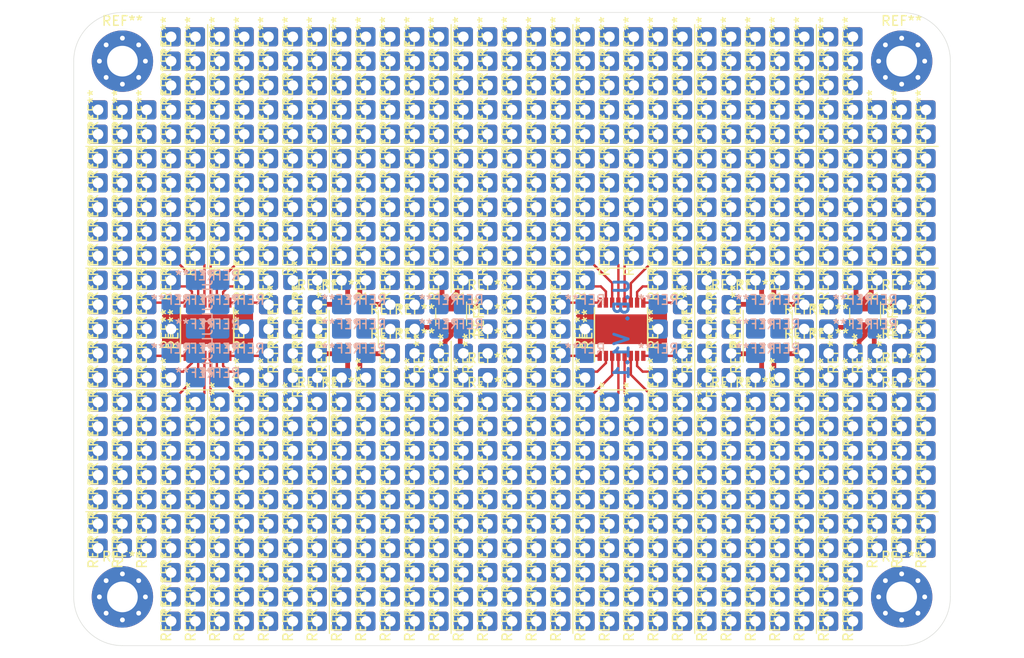
<source format=kicad_pcb>
(kicad_pcb (version 20171130) (host pcbnew "(5.1.5)-3")
  (layers (0 F.Cu signal) (31 B.Cu signal) (34 B.Paste user) (35 F.Paste user) (36 B.SilkS user) (37 F.SilkS user) (38 B.Mask user) (39 F.Mask user) (44 Edge.Cuts user))
  (net 0 "")
  (module "Universal board:Rect_Pad_SMT" (layer B.Cu) (at 111.76 81.28)
    (fp_text reference REF** (at 0 -0.5 180) (layer B.SilkS) (effects (justify mirror)))
    (fp_text value Rect_Pad_THT)
    (pad 1 smd roundrect (at 0 0) (size 2 2) (layers B.Cu B.Mask) (roundrect_rratio 0.15))
  )
  (module "Universal board:Rect_Pad_SMT" (layer B.Cu) (at 111.76 83.82)
    (fp_text reference REF** (at 0 -0.5 180) (layer B.SilkS) (effects (justify mirror)))
    (fp_text value Rect_Pad_THT)
    (pad 1 smd roundrect (at 0 0) (size 2 2) (layers B.Cu B.Mask) (roundrect_rratio 0.15))
  )
  (module "Universal board:Rect_Pad_SMT" (layer B.Cu) (at 111.76 86.36)
    (fp_text reference REF** (at 0 -0.5 180) (layer B.SilkS) (effects (justify mirror)))
    (fp_text value Rect_Pad_THT)
    (pad 1 smd roundrect (at 0 0) (size 2 2) (layers B.Cu B.Mask) (roundrect_rratio 0.15))
  )
  (module "Universal board:Rect_Pad_SMT" (layer B.Cu) (at 109.22 83.82)
    (fp_text reference REF** (at 0 -0.5 180) (layer B.SilkS) (effects (justify mirror)))
    (fp_text value Rect_Pad_THT)
    (pad 1 smd roundrect (at 0 0) (size 2 2) (layers B.Cu B.Mask) (roundrect_rratio 0.15))
  )
  (module "Universal board:Rect_Pad_SMT" (layer B.Cu) (at 109.22 88.9)
    (fp_text reference REF** (at 0 -0.5 180) (layer B.SilkS) (effects (justify mirror)))
    (fp_text value Rect_Pad_THT)
    (pad 1 smd roundrect (at 0 0) (size 2 2) (layers B.Cu B.Mask) (roundrect_rratio 0.15))
  )
  (module "Universal board:Rect_Pad_SMT" (layer B.Cu) (at 111.76 88.9)
    (fp_text reference REF** (at 0 -0.5 180) (layer B.SilkS) (effects (justify mirror)))
    (fp_text value Rect_Pad_THT)
    (pad 1 smd roundrect (at 0 0) (size 2 2) (layers B.Cu B.Mask) (roundrect_rratio 0.15))
  )
  (module "Universal board:Rect_Pad_SMT" (layer B.Cu) (at 111.76 91.44)
    (fp_text reference REF** (at 0 -0.5 180) (layer B.SilkS) (effects (justify mirror)))
    (fp_text value Rect_Pad_THT)
    (pad 1 smd roundrect (at 0 0) (size 2 2) (layers B.Cu B.Mask) (roundrect_rratio 0.15))
  )
  (module "Universal board:Rect_Pad_SMT" (layer B.Cu) (at 114.3 91.44)
    (fp_text reference REF** (at 0 -0.5 180) (layer B.SilkS) (effects (justify mirror)))
    (fp_text value Rect_Pad_THT)
    (pad 1 smd roundrect (at 0 0) (size 2 2) (layers B.Cu B.Mask) (roundrect_rratio 0.15))
  )
  (module "Universal board:Rect_Pad_SMT" (layer B.Cu) (at 114.3 88.9)
    (fp_text reference REF** (at 0 -0.5 180) (layer B.SilkS) (effects (justify mirror)))
    (fp_text value Rect_Pad_THT)
    (pad 1 smd roundrect (at 0 0) (size 2 2) (layers B.Cu B.Mask) (roundrect_rratio 0.15))
  )
  (module "Universal board:Rect_Pad_SMT" (layer B.Cu) (at 114.3 86.36)
    (fp_text reference REF** (at 0 -0.5 180) (layer B.SilkS) (effects (justify mirror)))
    (fp_text value Rect_Pad_THT)
    (pad 1 smd roundrect (at 0 0) (size 2 2) (layers B.Cu B.Mask) (roundrect_rratio 0.15))
  )
  (module "Universal board:Rect_Pad_SMT" (layer B.Cu) (at 114.3 81.28)
    (fp_text reference REF** (at 0 -0.5 180) (layer B.SilkS) (effects (justify mirror)))
    (fp_text value Rect_Pad_THT)
    (pad 1 smd roundrect (at 0 0) (size 2 2) (layers B.Cu B.Mask) (roundrect_rratio 0.15))
  )
  (module "Universal board:Rect_Pad_SMT" (layer B.Cu) (at 114.3 83.82)
    (fp_text reference REF** (at 0 -0.5 180) (layer B.SilkS) (effects (justify mirror)))
    (fp_text value Rect_Pad_THT)
    (pad 1 smd roundrect (at 0 0) (size 2 2) (layers B.Cu B.Mask) (roundrect_rratio 0.15))
  )
  (module "Universal board:Rect_Pad_SMT" (layer B.Cu) (at 116.84 83.82)
    (fp_text reference REF** (at 0 -0.5 180) (layer B.SilkS) (effects (justify mirror)))
    (fp_text value Rect_Pad_THT)
    (pad 1 smd roundrect (at 0 0) (size 2 2) (layers B.Cu B.Mask) (roundrect_rratio 0.15))
  )
  (module "Universal board:Rect_Pad_SMT" (layer B.Cu) (at 116.84 88.9)
    (fp_text reference REF** (at 0 -0.5 180) (layer B.SilkS) (effects (justify mirror)))
    (fp_text value Rect_Pad_THT)
    (pad 1 smd roundrect (at 0 0) (size 2 2) (layers B.Cu B.Mask) (roundrect_rratio 0.15))
  )
  (module "Universal board:Rect_Pad_SMT" (layer B.Cu) (at 127 88.9)
    (fp_text reference REF** (at 0 -0.5 180) (layer B.SilkS) (effects (justify mirror)))
    (fp_text value Rect_Pad_THT)
    (pad 1 smd roundrect (at 0 0) (size 2 2) (layers B.Cu B.Mask) (roundrect_rratio 0.15))
  )
  (module "Universal board:Rect_Pad_SMT" (layer B.Cu) (at 129.54 88.9)
    (fp_text reference REF** (at 0 -0.5 180) (layer B.SilkS) (effects (justify mirror)))
    (fp_text value Rect_Pad_THT)
    (pad 1 smd roundrect (at 0 0) (size 2 2) (layers B.Cu B.Mask) (roundrect_rratio 0.15))
  )
  (module "Universal board:Rect_Pad_SMT" (layer B.Cu) (at 129.54 86.36)
    (fp_text reference REF** (at 0 -0.5 180) (layer B.SilkS) (effects (justify mirror)))
    (fp_text value Rect_Pad_THT)
    (pad 1 smd roundrect (at 0 0) (size 2 2) (layers B.Cu B.Mask) (roundrect_rratio 0.15))
  )
  (module "Universal board:Rect_Pad_SMT" (layer B.Cu) (at 127 86.36)
    (fp_text reference REF** (at 0 -0.5 180) (layer B.SilkS) (effects (justify mirror)))
    (fp_text value Rect_Pad_THT)
    (pad 1 smd roundrect (at 0 0) (size 2 2) (layers B.Cu B.Mask) (roundrect_rratio 0.15))
  )
  (module "Universal board:Rect_Pad_SMT" (layer B.Cu) (at 127 83.82)
    (fp_text reference REF** (at 0 -0.5 180) (layer B.SilkS) (effects (justify mirror)))
    (fp_text value Rect_Pad_THT)
    (pad 1 smd roundrect (at 0 0) (size 2 2) (layers B.Cu B.Mask) (roundrect_rratio 0.15))
  )
  (module "Universal board:Rect_Pad_SMT" (layer B.Cu) (at 129.54 83.82)
    (fp_text reference REF** (at 0 -0.5 180) (layer B.SilkS) (effects (justify mirror)))
    (fp_text value Rect_Pad_THT)
    (pad 1 smd roundrect (at 0 0) (size 2 2) (layers B.Cu B.Mask) (roundrect_rratio 0.15))
  )
  (module "Universal board:Rect_Pad_SMT" (layer B.Cu) (at 137.16 86.36)
    (fp_text reference REF** (at 0 -0.5 180) (layer B.SilkS) (effects (justify mirror)))
    (fp_text value Rect_Pad_THT)
    (pad 1 smd roundrect (at 0 0) (size 2 2) (layers B.Cu B.Mask) (roundrect_rratio 0.15))
  )
  (module "Universal board:Rect_Pad_SMT" (layer B.Cu) (at 139.7 86.36)
    (fp_text reference REF** (at 0 -0.5 180) (layer B.SilkS) (effects (justify mirror)))
    (fp_text value Rect_Pad_THT)
    (pad 1 smd roundrect (at 0 0) (size 2 2) (layers B.Cu B.Mask) (roundrect_rratio 0.15))
  )
  (module "Universal board:Rect_Pad_SMT" (layer B.Cu) (at 139.7 83.82)
    (fp_text reference REF** (at 0 -0.5 180) (layer B.SilkS) (effects (justify mirror)))
    (fp_text value Rect_Pad_THT)
    (pad 1 smd roundrect (at 0 0) (size 2 2) (layers B.Cu B.Mask) (roundrect_rratio 0.15))
  )
  (module "Universal board:Rect_Pad_SMT" (layer B.Cu) (at 137.16 83.82)
    (fp_text reference REF** (at 0 -0.5 180) (layer B.SilkS) (effects (justify mirror)))
    (fp_text value Rect_Pad_THT)
    (pad 1 smd roundrect (at 0 0) (size 2 2) (layers B.Cu B.Mask) (roundrect_rratio 0.15))
  )
  (module "Universal board:Rect_Pad_SMT" (layer B.Cu) (at 160.02 88.9)
    (fp_text reference REF** (at 0 -0.5 180) (layer B.SilkS) (effects (justify mirror)))
    (fp_text value Rect_Pad_THT)
    (pad 1 smd roundrect (at 0 0) (size 2 2) (layers B.Cu B.Mask) (roundrect_rratio 0.15))
  )
  (module "Universal board:Rect_Pad_SMT" (layer B.Cu) (at 152.4 88.9)
    (fp_text reference REF** (at 0 -0.5 180) (layer B.SilkS) (effects (justify mirror)))
    (fp_text value Rect_Pad_THT)
    (pad 1 smd roundrect (at 0 0) (size 2 2) (layers B.Cu B.Mask) (roundrect_rratio 0.15))
  )
  (module "Universal board:Rect_Pad_SMT" (layer B.Cu) (at 152.4 83.82)
    (fp_text reference REF** (at 0 -0.5 180) (layer B.SilkS) (effects (justify mirror)))
    (fp_text value Rect_Pad_THT)
    (pad 1 smd roundrect (at 0 0) (size 2 2) (layers B.Cu B.Mask) (roundrect_rratio 0.15))
  )
  (module "Universal board:Rect_Pad_SMT" (layer B.Cu) (at 160.02 83.82)
    (fp_text reference REF** (at 0 -0.5 180) (layer B.SilkS) (effects (justify mirror)))
    (fp_text value Rect_Pad_THT)
    (pad 1 smd roundrect (at 0 0) (size 2 2) (layers B.Cu B.Mask) (roundrect_rratio 0.15))
  )
  (module "Universal board:Rect_Pad_SMT" (layer B.Cu) (at 170.18 88.9)
    (fp_text reference REF** (at 0 -0.5 180) (layer B.SilkS) (effects (justify mirror)))
    (fp_text value Rect_Pad_THT)
    (pad 1 smd roundrect (at 0 0) (size 2 2) (layers B.Cu B.Mask) (roundrect_rratio 0.15))
  )
  (module "Universal board:Rect_Pad_SMT" (layer B.Cu) (at 172.72 88.9)
    (fp_text reference REF** (at 0 -0.5 180) (layer B.SilkS) (effects (justify mirror)))
    (fp_text value Rect_Pad_THT)
    (pad 1 smd roundrect (at 0 0) (size 2 2) (layers B.Cu B.Mask) (roundrect_rratio 0.15))
  )
  (module "Universal board:Rect_Pad_SMT" (layer B.Cu) (at 172.72 86.36)
    (fp_text reference REF** (at 0 -0.5 180) (layer B.SilkS) (effects (justify mirror)))
    (fp_text value Rect_Pad_THT)
    (pad 1 smd roundrect (at 0 0) (size 2 2) (layers B.Cu B.Mask) (roundrect_rratio 0.15))
  )
  (module "Universal board:Rect_Pad_SMT" (layer B.Cu) (at 170.18 86.36)
    (fp_text reference REF** (at 0 -0.5 180) (layer B.SilkS) (effects (justify mirror)))
    (fp_text value Rect_Pad_THT)
    (pad 1 smd roundrect (at 0 0) (size 2 2) (layers B.Cu B.Mask) (roundrect_rratio 0.15))
  )
  (module "Universal board:Rect_Pad_SMT" (layer B.Cu) (at 170.18 83.82)
    (fp_text reference REF** (at 0 -0.5 180) (layer B.SilkS) (effects (justify mirror)))
    (fp_text value Rect_Pad_THT)
    (pad 1 smd roundrect (at 0 0) (size 2 2) (layers B.Cu B.Mask) (roundrect_rratio 0.15))
  )
  (module "Universal board:Rect_Pad_SMT" (layer B.Cu) (at 172.72 83.82)
    (fp_text reference REF** (at 0 -0.5 180) (layer B.SilkS) (effects (justify mirror)))
    (fp_text value Rect_Pad_THT)
    (pad 1 smd roundrect (at 0 0) (size 2 2) (layers B.Cu B.Mask) (roundrect_rratio 0.15))
  )
  (module "Universal board:Rect_Pad_SMT" (layer B.Cu) (at 180.34 86.36)
    (fp_text reference REF** (at 0 -0.5 180) (layer B.SilkS) (effects (justify mirror)))
    (fp_text value Rect_Pad_THT)
    (pad 1 smd roundrect (at 0 0) (size 2 2) (layers B.Cu B.Mask) (roundrect_rratio 0.15))
  )
  (module "Universal board:Rect_Pad_SMT" (layer B.Cu) (at 182.88 86.36)
    (fp_text reference REF** (at 0 -0.5 180) (layer B.SilkS) (effects (justify mirror)))
    (fp_text value Rect_Pad_THT)
    (pad 1 smd roundrect (at 0 0) (size 2 2) (layers B.Cu B.Mask) (roundrect_rratio 0.15))
  )
  (module "Universal board:Rect_Pad_SMT" (layer B.Cu) (at 182.88 83.82)
    (fp_text reference REF** (at 0 -0.5 180) (layer B.SilkS) (effects (justify mirror)))
    (fp_text value Rect_Pad_THT)
    (pad 1 smd roundrect (at 0 0) (size 2 2) (layers B.Cu B.Mask) (roundrect_rratio 0.15))
  )
  (module "Universal board:Rect_Pad_SMT" (layer B.Cu) (at 180.34 83.82)
    (fp_text reference REF** (at 0 -0.5 180) (layer B.SilkS) (effects (justify mirror)))
    (fp_text value Rect_Pad_THT)
    (pad 1 smd roundrect (at 0 0) (size 2 2) (layers B.Cu B.Mask) (roundrect_rratio 0.15))
  )
  (module "Universal board:Uni_board" (layer F.Cu) (at 187.96 78.74 270)
    (fp_text reference REF** (at 0 0.5 90) (layer F.SilkS))
    (fp_text value Uni_board)
    (pad 1 thru_hole roundrect (at 0 0 270) (size 2 2) (drill 1.1) (layers *.Cu *.Mask) (roundrect_rratio 0.15))
  )
  (module "Universal board:Uni_board" (layer F.Cu) (at 187.96 83.82 270)
    (fp_text reference REF** (at 0 0.5 90) (layer F.SilkS))
    (fp_text value Uni_board)
    (pad 1 thru_hole roundrect (at 0 0 270) (size 2 2) (drill 1.1) (layers *.Cu *.Mask) (roundrect_rratio 0.15))
  )
  (module "Universal board:Uni_board" (layer F.Cu) (at 187.96 88.9 270)
    (fp_text reference REF** (at 0 0.5 90) (layer F.SilkS))
    (fp_text value Uni_board)
    (pad 1 thru_hole roundrect (at 0 0 270) (size 2 2) (drill 1.1) (layers *.Cu *.Mask) (roundrect_rratio 0.15))
  )
  (module "Universal board:Uni_board" (layer F.Cu) (at 187.96 91.44 270)
    (fp_text reference REF** (at 0 0.5 90) (layer F.SilkS))
    (fp_text value Uni_board)
    (pad 1 thru_hole roundrect (at 0 0 270) (size 2 2) (drill 1.1) (layers *.Cu *.Mask) (roundrect_rratio 0.15))
  )
  (module "Universal board:Uni_board" (layer F.Cu) (at 187.96 93.98 270)
    (fp_text reference REF** (at 0 0.5 90) (layer F.SilkS))
    (fp_text value Uni_board)
    (pad 1 thru_hole roundrect (at 0 0 270) (size 2 2) (drill 1.1) (layers *.Cu *.Mask) (roundrect_rratio 0.15))
  )
  (module "Universal board:Uni_board" (layer F.Cu) (at 187.96 81.28 270)
    (fp_text reference REF** (at 0 0.5 90) (layer F.SilkS))
    (fp_text value Uni_board)
    (pad 1 thru_hole roundrect (at 0 0 270) (size 2 2) (drill 1.1) (layers *.Cu *.Mask) (roundrect_rratio 0.15))
  )
  (module "Universal board:Uni_board" (layer F.Cu) (at 187.96 86.36 270)
    (fp_text reference REF** (at 0 0.5 90) (layer F.SilkS))
    (fp_text value Uni_board)
    (pad 1 thru_hole roundrect (at 0 0 270) (size 2 2) (drill 1.1) (layers *.Cu *.Mask) (roundrect_rratio 0.15))
  )
  (module "Universal board:Uni_board" (layer F.Cu) (at 160.02 91.44 270)
    (fp_text reference REF** (at 0 0.5 90) (layer F.SilkS))
    (fp_text value Uni_board)
    (pad 1 thru_hole roundrect (at 0 0 270) (size 2 2) (drill 1.1) (layers *.Cu *.Mask) (roundrect_rratio 0.15))
  )
  (module "Universal board:Uni_board" (layer F.Cu) (at 152.4 91.44 270)
    (fp_text reference REF** (at 0 0.5 90) (layer F.SilkS))
    (fp_text value Uni_board)
    (pad 1 thru_hole roundrect (at 0 0 270) (size 2 2) (drill 1.1) (layers *.Cu *.Mask) (roundrect_rratio 0.15))
  )
  (module "Universal board:Uni_board" (layer F.Cu) (at 160.02 81.28 270)
    (fp_text reference REF** (at 0 0.5 90) (layer F.SilkS))
    (fp_text value Uni_board)
    (pad 1 thru_hole roundrect (at 0 0 270) (size 2 2) (drill 1.1) (layers *.Cu *.Mask) (roundrect_rratio 0.15))
  )
  (module "Universal board:Uni_board" (layer F.Cu) (at 152.4 81.28 270)
    (fp_text reference REF** (at 0 0.5 90) (layer F.SilkS))
    (fp_text value Uni_board)
    (pad 1 thru_hole roundrect (at 0 0 270) (size 2 2) (drill 1.1) (layers *.Cu *.Mask) (roundrect_rratio 0.15))
  )
  (module "Universal board:Uni_board" (layer F.Cu) (at 144.78 78.74 270)
    (fp_text reference REF** (at 0 0.5 90) (layer F.SilkS))
    (fp_text value Uni_board)
    (pad 1 thru_hole roundrect (at 0 0 270) (size 2 2) (drill 1.1) (layers *.Cu *.Mask) (roundrect_rratio 0.15))
  )
  (module "Universal board:Uni_board" (layer F.Cu) (at 144.78 83.82 270)
    (fp_text reference REF** (at 0 0.5 90) (layer F.SilkS))
    (fp_text value Uni_board)
    (pad 1 thru_hole roundrect (at 0 0 270) (size 2 2) (drill 1.1) (layers *.Cu *.Mask) (roundrect_rratio 0.15))
  )
  (module "Universal board:Uni_board" (layer F.Cu) (at 144.78 88.9 270)
    (fp_text reference REF** (at 0 0.5 90) (layer F.SilkS))
    (fp_text value Uni_board)
    (pad 1 thru_hole roundrect (at 0 0 270) (size 2 2) (drill 1.1) (layers *.Cu *.Mask) (roundrect_rratio 0.15))
  )
  (module "Universal board:Uni_board" (layer F.Cu) (at 144.78 91.44 270)
    (fp_text reference REF** (at 0 0.5 90) (layer F.SilkS))
    (fp_text value Uni_board)
    (pad 1 thru_hole roundrect (at 0 0 270) (size 2 2) (drill 1.1) (layers *.Cu *.Mask) (roundrect_rratio 0.15))
  )
  (module "Universal board:Uni_board" (layer F.Cu) (at 144.78 93.98 270)
    (fp_text reference REF** (at 0 0.5 90) (layer F.SilkS))
    (fp_text value Uni_board)
    (pad 1 thru_hole roundrect (at 0 0 270) (size 2 2) (drill 1.1) (layers *.Cu *.Mask) (roundrect_rratio 0.15))
  )
  (module "Universal board:Uni_board" (layer F.Cu) (at 144.78 81.28 270)
    (fp_text reference REF** (at 0 0.5 90) (layer F.SilkS))
    (fp_text value Uni_board)
    (pad 1 thru_hole roundrect (at 0 0 270) (size 2 2) (drill 1.1) (layers *.Cu *.Mask) (roundrect_rratio 0.15))
  )
  (module "Universal board:Uni_board" (layer F.Cu) (at 144.78 86.36 270)
    (fp_text reference REF** (at 0 0.5 90) (layer F.SilkS))
    (fp_text value Uni_board)
    (pad 1 thru_hole roundrect (at 0 0 270) (size 2 2) (drill 1.1) (layers *.Cu *.Mask) (roundrect_rratio 0.15))
  )
  (module "Universal board:Uni_board" (layer F.Cu) (at 162.56 91.44 270)
    (fp_text reference REF** (at 0 0.5 90) (layer F.SilkS))
    (fp_text value Uni_board)
    (pad 1 thru_hole roundrect (at 0 0 270) (size 2 2) (drill 1.1) (layers *.Cu *.Mask) (roundrect_rratio 0.15))
  )
  (module "Universal board:Uni_board" (layer F.Cu) (at 149.86 91.44 270)
    (fp_text reference REF** (at 0 0.5 90) (layer F.SilkS))
    (fp_text value Uni_board)
    (pad 1 thru_hole roundrect (at 0 0 270) (size 2 2) (drill 1.1) (layers *.Cu *.Mask) (roundrect_rratio 0.15))
  )
  (module "Universal board:Uni_board" (layer F.Cu) (at 162.56 81.28 270)
    (fp_text reference REF** (at 0 0.5 90) (layer F.SilkS))
    (fp_text value Uni_board)
    (pad 1 thru_hole roundrect (at 0 0 270) (size 2 2) (drill 1.1) (layers *.Cu *.Mask) (roundrect_rratio 0.15))
  )
  (module "Universal board:Uni_board" (layer F.Cu) (at 149.86 81.28 270)
    (fp_text reference REF** (at 0 0.5 90) (layer F.SilkS))
    (fp_text value Uni_board)
    (pad 1 thru_hole roundrect (at 0 0 270) (size 2 2) (drill 1.1) (layers *.Cu *.Mask) (roundrect_rratio 0.15))
  )
  (module Package_SO:SO-8_3.9x4.9mm_P1.27mm (layer F.Cu) (at 171.45 86.36 90)
    (fp_text reference REF** (at 0 -3.4 90) (layer F.SilkS))
    (fp_text value SO-8_3.9x4.9mm_P1.27mm)
    (pad 1 smd roundrect (at -2.575 -1.905 90) (size 1.75 0.6) (layers F.Cu F.Paste F.Mask))
    (pad 2 smd roundrect (at -2.575 -0.635 90) (size 1.75 0.6) (layers F.Cu F.Paste F.Mask))
    (pad 3 smd roundrect (at -2.575 0.635 90) (size 1.75 0.6) (layers F.Cu F.Paste F.Mask))
    (pad 4 smd roundrect (at -2.575 1.905 90) (size 1.75 0.6) (layers F.Cu F.Paste F.Mask))
    (pad 5 smd roundrect (at 2.575 1.905 90) (size 1.75 0.6) (layers F.Cu F.Paste F.Mask))
    (pad 6 smd roundrect (at 2.575 0.635 90) (size 1.75 0.6) (layers F.Cu F.Paste F.Mask))
    (pad 7 smd roundrect (at 2.575 -0.635 90) (size 1.75 0.6) (layers F.Cu F.Paste F.Mask))
    (pad 8 smd roundrect (at 2.575 -1.905 90) (size 1.75 0.6) (layers F.Cu F.Paste F.Mask))
  )
  (module "Universal board:Uni_board" (layer F.Cu) (at 160.02 86.36 270)
    (fp_text reference REF** (at 0 0.5 90) (layer F.SilkS))
    (fp_text value Uni_board)
    (pad 1 thru_hole roundrect (at 0 0 270) (size 2 2) (drill 1.1) (layers *.Cu *.Mask) (roundrect_rratio 0.15))
  )
  (module "Universal board:Uni_board" (layer F.Cu) (at 147.32 83.82 270)
    (fp_text reference REF** (at 0 0.5 90) (layer F.SilkS))
    (fp_text value Uni_board)
    (pad 1 thru_hole roundrect (at 0 0 270) (size 2 2) (drill 1.1) (layers *.Cu *.Mask) (roundrect_rratio 0.15))
  )
  (module "Universal board:Uni_board" (layer F.Cu) (at 147.32 91.44 270)
    (fp_text reference REF** (at 0 0.5 90) (layer F.SilkS))
    (fp_text value Uni_board)
    (pad 1 thru_hole roundrect (at 0 0 270) (size 2 2) (drill 1.1) (layers *.Cu *.Mask) (roundrect_rratio 0.15))
  )
  (module "Universal board:Uni_board" (layer F.Cu) (at 147.32 86.36 270)
    (fp_text reference REF** (at 0 0.5 90) (layer F.SilkS))
    (fp_text value Uni_board)
    (pad 1 thru_hole roundrect (at 0 0 270) (size 2 2) (drill 1.1) (layers *.Cu *.Mask) (roundrect_rratio 0.15))
  )
  (module "Universal board:Uni_board" (layer F.Cu) (at 149.86 88.9 270)
    (fp_text reference REF** (at 0 0.5 90) (layer F.SilkS))
    (fp_text value Uni_board)
    (pad 1 thru_hole roundrect (at 0 0 270) (size 2 2) (drill 1.1) (layers *.Cu *.Mask) (roundrect_rratio 0.15))
  )
  (module Package_SO:TSSOP-16-1EP_4.4x5mm_P0.65mm (layer F.Cu) (at 156.1975 86.38 90)
    (fp_text reference REF** (at 0 -3.55 90) (layer F.SilkS))
    (fp_text value TSSOP-16-1EP_4.4x5mm_P0.65mm)
    (pad 17 smd rect (at -0.735 -1.3425 90) (size 1.47 0.895) (layers F.Cu F.Paste F.Mask))
    (pad 17 smd rect (at -0.735 -0.4475 90) (size 1.47 0.895) (layers F.Cu F.Paste F.Mask))
    (pad 17 smd rect (at -0.735 0.4475 90) (size 1.47 0.895) (layers F.Cu F.Paste F.Mask))
    (pad 17 smd rect (at -0.735 1.3425 90) (size 1.47 0.895) (layers F.Cu F.Paste F.Mask))
    (pad 17 smd rect (at 0.735 -1.3425 90) (size 1.47 0.895) (layers F.Cu F.Paste F.Mask))
    (pad 17 smd rect (at 0.735 -0.4475 90) (size 1.47 0.895) (layers F.Cu F.Paste F.Mask))
    (pad 17 smd rect (at 0.735 0.4475 90) (size 1.47 0.895) (layers F.Cu F.Paste F.Mask))
    (pad 17 smd rect (at 0.735 1.3425 90) (size 1.47 0.895) (layers F.Cu F.Paste F.Mask))
    (pad 16 smd rect (at 2.775 -2.275 90) (size 1.05 0.45) (layers F.Cu F.Paste F.Mask))
    (pad 15 smd rect (at 2.775 -1.625 90) (size 1.05 0.45) (layers F.Cu F.Paste F.Mask))
    (pad 14 smd rect (at 2.775 -0.975 90) (size 1.05 0.45) (layers F.Cu F.Paste F.Mask))
    (pad 13 smd rect (at 2.775 -0.325 90) (size 1.05 0.45) (layers F.Cu F.Paste F.Mask))
    (pad 12 smd rect (at 2.775 0.325 90) (size 1.05 0.45) (layers F.Cu F.Paste F.Mask))
    (pad 11 smd rect (at 2.775 0.975 90) (size 1.05 0.45) (layers F.Cu F.Paste F.Mask))
    (pad 10 smd rect (at 2.775 1.625 90) (size 1.05 0.45) (layers F.Cu F.Paste F.Mask))
    (pad 9 smd rect (at 2.775 2.275 90) (size 1.05 0.45) (layers F.Cu F.Paste F.Mask))
    (pad 8 smd rect (at -2.775 2.275 90) (size 1.05 0.45) (layers F.Cu F.Paste F.Mask))
    (pad 7 smd rect (at -2.775 1.625 90) (size 1.05 0.45) (layers F.Cu F.Paste F.Mask))
    (pad 6 smd rect (at -2.775 0.975 90) (size 1.05 0.45) (layers F.Cu F.Paste F.Mask))
    (pad 5 smd rect (at -2.775 0.325 90) (size 1.05 0.45) (layers F.Cu F.Paste F.Mask))
    (pad 4 smd rect (at -2.775 -0.325 90) (size 1.05 0.45) (layers F.Cu F.Paste F.Mask))
    (pad 3 smd rect (at -2.775 -0.975 90) (size 1.05 0.45) (layers F.Cu F.Paste F.Mask))
    (pad 2 smd rect (at -2.775 -1.625 90) (size 1.05 0.45) (layers F.Cu F.Paste F.Mask))
    (pad 1 smd rect (at -2.775 -2.275 90) (size 1.05 0.45) (layers F.Cu F.Paste F.Mask))
  )
  (module Package_TO_SOT_SMD:SOT-23-6 (layer F.Cu) (at 181.61 85.09 270)
    (fp_text reference REF** (at 0 -2.9 90) (layer F.SilkS))
    (fp_text value SOT-23-6)
    (pad 1 smd rect (at -1.1 -0.95 270) (size 1.06 0.65) (layers F.Cu F.Paste F.Mask))
    (pad 2 smd rect (at -1.1 0 270) (size 1.06 0.65) (layers F.Cu F.Paste F.Mask))
    (pad 3 smd rect (at -1.1 0.95 270) (size 1.06 0.65) (layers F.Cu F.Paste F.Mask))
    (pad 4 smd rect (at 1.1 0.95 270) (size 1.06 0.65) (layers F.Cu F.Paste F.Mask))
    (pad 6 smd rect (at 1.1 -0.95 270) (size 1.06 0.65) (layers F.Cu F.Paste F.Mask))
    (pad 5 smd rect (at 1.1 0 270) (size 1.06 0.65) (layers F.Cu F.Paste F.Mask))
  )
  (module "Universal board:Uni_board" (layer F.Cu) (at 149.86 83.82 270)
    (fp_text reference REF** (at 0 0.5 90) (layer F.SilkS))
    (fp_text value Uni_board)
    (pad 1 thru_hole roundrect (at 0 0 270) (size 2 2) (drill 1.1) (layers *.Cu *.Mask) (roundrect_rratio 0.15))
  )
  (module "Universal board:Uni_board" (layer F.Cu) (at 147.32 88.9 270)
    (fp_text reference REF** (at 0 0.5 90) (layer F.SilkS))
    (fp_text value Uni_board)
    (pad 1 thru_hole roundrect (at 0 0 270) (size 2 2) (drill 1.1) (layers *.Cu *.Mask) (roundrect_rratio 0.15))
  )
  (module "Universal board:Uni_board" (layer F.Cu) (at 149.86 86.36 270)
    (fp_text reference REF** (at 0 0.5 90) (layer F.SilkS))
    (fp_text value Uni_board)
    (pad 1 thru_hole roundrect (at 0 0 270) (size 2 2) (drill 1.1) (layers *.Cu *.Mask) (roundrect_rratio 0.15))
  )
  (module "Universal board:Uni_board" (layer F.Cu) (at 147.32 81.28 270)
    (fp_text reference REF** (at 0 0.5 90) (layer F.SilkS))
    (fp_text value Uni_board)
    (pad 1 thru_hole roundrect (at 0 0 270) (size 2 2) (drill 1.1) (layers *.Cu *.Mask) (roundrect_rratio 0.15))
  )
  (module "Universal board:Uni_board" (layer F.Cu) (at 152.4 86.36 270)
    (fp_text reference REF** (at 0 0.5 90) (layer F.SilkS))
    (fp_text value Uni_board)
    (pad 1 thru_hole roundrect (at 0 0 270) (size 2 2) (drill 1.1) (layers *.Cu *.Mask) (roundrect_rratio 0.15))
  )
  (module "Universal board:Uni_board" (layer F.Cu) (at 167.64 91.44)
    (fp_text reference REF** (at 0 0.5) (layer F.SilkS))
    (fp_text value Uni_board)
    (pad 1 thru_hole roundrect (at 0 0) (size 2 2) (drill 1.1) (layers *.Cu *.Mask) (roundrect_rratio 0.15))
  )
  (module "Universal board:Uni_board" (layer F.Cu) (at 172.72 91.44 270)
    (fp_text reference REF** (at 0 0.5 90) (layer F.SilkS))
    (fp_text value Uni_board)
    (pad 1 thru_hole roundrect (at 0 0 270) (size 2 2) (drill 1.1) (layers *.Cu *.Mask) (roundrect_rratio 0.15))
  )
  (module "Universal board:Uni_board" (layer F.Cu) (at 175.26 91.44 270)
    (fp_text reference REF** (at 0 0.5 90) (layer F.SilkS))
    (fp_text value Uni_board)
    (pad 1 thru_hole roundrect (at 0 0 270) (size 2 2) (drill 1.1) (layers *.Cu *.Mask) (roundrect_rratio 0.15))
  )
  (module "Universal board:Uni_board" (layer F.Cu) (at 180.34 91.44 270)
    (fp_text reference REF** (at 0 0.5 90) (layer F.SilkS))
    (fp_text value Uni_board)
    (pad 1 thru_hole roundrect (at 0 0 270) (size 2 2) (drill 1.1) (layers *.Cu *.Mask) (roundrect_rratio 0.15))
  )
  (module "Universal board:Uni_board" (layer F.Cu) (at 162.56 88.9 90)
    (fp_text reference REF** (at 0 0.5 90) (layer F.SilkS))
    (fp_text value Uni_board)
    (pad 1 thru_hole roundrect (at 0 0 90) (size 2 2) (drill 1.1) (layers *.Cu *.Mask) (roundrect_rratio 0.15))
  )
  (module "Universal board:Uni_board" (layer F.Cu) (at 162.56 83.82 90)
    (fp_text reference REF** (at 0 0.5 90) (layer F.SilkS))
    (fp_text value Uni_board)
    (pad 1 thru_hole roundrect (at 0 0 90) (size 2 2) (drill 1.1) (layers *.Cu *.Mask) (roundrect_rratio 0.15))
  )
  (module "Universal board:Uni_board" (layer F.Cu) (at 165.1 81.28 90)
    (fp_text reference REF** (at 0 0.5 90) (layer F.SilkS))
    (fp_text value Uni_board)
    (pad 1 thru_hole roundrect (at 0 0 90) (size 2 2) (drill 1.1) (layers *.Cu *.Mask) (roundrect_rratio 0.15))
  )
  (module "Universal board:Uni_board" (layer F.Cu) (at 170.18 91.44)
    (fp_text reference REF** (at 0 0.5) (layer F.SilkS))
    (fp_text value Uni_board)
    (pad 1 thru_hole roundrect (at 0 0) (size 2 2) (drill 1.1) (layers *.Cu *.Mask) (roundrect_rratio 0.15))
  )
  (module "Universal board:Uni_board" (layer F.Cu) (at 180.34 88.9 90)
    (fp_text reference REF** (at 0 0.5 90) (layer F.SilkS))
    (fp_text value Uni_board)
    (pad 1 thru_hole roundrect (at 0 0 90) (size 2 2) (drill 1.1) (layers *.Cu *.Mask) (roundrect_rratio 0.15))
  )
  (module "Universal board:Uni_board" (layer F.Cu) (at 177.8 81.28 270)
    (fp_text reference REF** (at 0 0.5 90) (layer F.SilkS))
    (fp_text value Uni_board)
    (pad 1 thru_hole roundrect (at 0 0 270) (size 2 2) (drill 1.1) (layers *.Cu *.Mask) (roundrect_rratio 0.15))
  )
  (module "Universal board:Uni_board" (layer F.Cu) (at 175.26 86.36)
    (fp_text reference REF** (at 0 0.5) (layer F.SilkS))
    (fp_text value Uni_board)
    (pad 1 thru_hole roundrect (at 0 0) (size 2 2) (drill 1.1) (layers *.Cu *.Mask) (roundrect_rratio 0.15))
  )
  (module "Universal board:Uni_board" (layer F.Cu) (at 165.1 86.36 90)
    (fp_text reference REF** (at 0 0.5 90) (layer F.SilkS))
    (fp_text value Uni_board)
    (pad 1 thru_hole roundrect (at 0 0 90) (size 2 2) (drill 1.1) (layers *.Cu *.Mask) (roundrect_rratio 0.15))
  )
  (module "Universal board:Uni_board" (layer F.Cu) (at 185.42 88.9)
    (fp_text reference REF** (at 0 0.5) (layer F.SilkS))
    (fp_text value Uni_board)
    (pad 1 thru_hole roundrect (at 0 0) (size 2 2) (drill 1.1) (layers *.Cu *.Mask) (roundrect_rratio 0.15))
  )
  (module "Universal board:Uni_board" (layer F.Cu) (at 167.64 83.82 90)
    (fp_text reference REF** (at 0 0.5 90) (layer F.SilkS))
    (fp_text value Uni_board)
    (pad 1 thru_hole roundrect (at 0 0 90) (size 2 2) (drill 1.1) (layers *.Cu *.Mask) (roundrect_rratio 0.15))
  )
  (module "Universal board:Uni_board" (layer F.Cu) (at 167.64 86.36 90)
    (fp_text reference REF** (at 0 0.5 90) (layer F.SilkS))
    (fp_text value Uni_board)
    (pad 1 thru_hole roundrect (at 0 0 90) (size 2 2) (drill 1.1) (layers *.Cu *.Mask) (roundrect_rratio 0.15))
  )
  (module "Universal board:Uni_board" (layer F.Cu) (at 157.48 78.74 270)
    (fp_text reference REF** (at 0 0.5 90) (layer F.SilkS))
    (fp_text value Uni_board)
    (pad 1 thru_hole roundrect (at 0 0 270) (size 2 2) (drill 1.1) (layers *.Cu *.Mask) (roundrect_rratio 0.15))
  )
  (module "Universal board:Uni_board" (layer F.Cu) (at 165.1 83.82 90)
    (fp_text reference REF** (at 0 0.5 90) (layer F.SilkS))
    (fp_text value Uni_board)
    (pad 1 thru_hole roundrect (at 0 0 90) (size 2 2) (drill 1.1) (layers *.Cu *.Mask) (roundrect_rratio 0.15))
  )
  (module "Universal board:Uni_board" (layer F.Cu) (at 167.64 78.74 270)
    (fp_text reference REF** (at 0 0.5 90) (layer F.SilkS))
    (fp_text value Uni_board)
    (pad 1 thru_hole roundrect (at 0 0 270) (size 2 2) (drill 1.1) (layers *.Cu *.Mask) (roundrect_rratio 0.15))
  )
  (module "Universal board:Uni_board" (layer F.Cu) (at 185.42 78.74 270)
    (fp_text reference REF** (at 0 0.5 90) (layer F.SilkS))
    (fp_text value Uni_board)
    (pad 1 thru_hole roundrect (at 0 0 270) (size 2 2) (drill 1.1) (layers *.Cu *.Mask) (roundrect_rratio 0.15))
  )
  (module "Universal board:Uni_board" (layer F.Cu) (at 182.88 78.74 270)
    (fp_text reference REF** (at 0 0.5 90) (layer F.SilkS))
    (fp_text value Uni_board)
    (pad 1 thru_hole roundrect (at 0 0 270) (size 2 2) (drill 1.1) (layers *.Cu *.Mask) (roundrect_rratio 0.15))
  )
  (module "Universal board:Uni_board" (layer F.Cu) (at 180.34 81.28 270)
    (fp_text reference REF** (at 0 0.5 90) (layer F.SilkS))
    (fp_text value Uni_board)
    (pad 1 thru_hole roundrect (at 0 0 270) (size 2 2) (drill 1.1) (layers *.Cu *.Mask) (roundrect_rratio 0.15))
  )
  (module "Universal board:Uni_board" (layer F.Cu) (at 177.8 83.82)
    (fp_text reference REF** (at 0 0.5) (layer F.SilkS))
    (fp_text value Uni_board)
    (pad 1 thru_hole roundrect (at 0 0) (size 2 2) (drill 1.1) (layers *.Cu *.Mask) (roundrect_rratio 0.15))
  )
  (module "Universal board:Uni_board" (layer F.Cu) (at 182.88 91.44 270)
    (fp_text reference REF** (at 0 0.5 90) (layer F.SilkS))
    (fp_text value Uni_board)
    (pad 1 thru_hole roundrect (at 0 0 270) (size 2 2) (drill 1.1) (layers *.Cu *.Mask) (roundrect_rratio 0.15))
  )
  (module "Universal board:Uni_board" (layer F.Cu) (at 167.64 88.9 90)
    (fp_text reference REF** (at 0 0.5 90) (layer F.SilkS))
    (fp_text value Uni_board)
    (pad 1 thru_hole roundrect (at 0 0 90) (size 2 2) (drill 1.1) (layers *.Cu *.Mask) (roundrect_rratio 0.15))
  )
  (module "Universal board:Uni_board" (layer F.Cu) (at 165.1 88.9 90)
    (fp_text reference REF** (at 0 0.5 90) (layer F.SilkS))
    (fp_text value Uni_board)
    (pad 1 thru_hole roundrect (at 0 0 90) (size 2 2) (drill 1.1) (layers *.Cu *.Mask) (roundrect_rratio 0.15))
  )
  (module "Universal board:Uni_board" (layer F.Cu) (at 182.88 88.9 90)
    (fp_text reference REF** (at 0 0.5 90) (layer F.SilkS))
    (fp_text value Uni_board)
    (pad 1 thru_hole roundrect (at 0 0 90) (size 2 2) (drill 1.1) (layers *.Cu *.Mask) (roundrect_rratio 0.15))
  )
  (module "Universal board:Uni_board" (layer F.Cu) (at 162.56 86.36 90)
    (fp_text reference REF** (at 0 0.5 90) (layer F.SilkS))
    (fp_text value Uni_board)
    (pad 1 thru_hole roundrect (at 0 0 90) (size 2 2) (drill 1.1) (layers *.Cu *.Mask) (roundrect_rratio 0.15))
  )
  (module "Universal board:Uni_board" (layer F.Cu) (at 165.1 91.44 90)
    (fp_text reference REF** (at 0 0.5 90) (layer F.SilkS))
    (fp_text value Uni_board)
    (pad 1 thru_hole roundrect (at 0 0 90) (size 2 2) (drill 1.1) (layers *.Cu *.Mask) (roundrect_rratio 0.15))
  )
  (module "Universal board:Uni_board" (layer F.Cu) (at 185.42 86.36)
    (fp_text reference REF** (at 0 0.5) (layer F.SilkS))
    (fp_text value Uni_board)
    (pad 1 thru_hole roundrect (at 0 0) (size 2 2) (drill 1.1) (layers *.Cu *.Mask) (roundrect_rratio 0.15))
  )
  (module "Universal board:Uni_board" (layer F.Cu) (at 177.8 86.36)
    (fp_text reference REF** (at 0 0.5) (layer F.SilkS))
    (fp_text value Uni_board)
    (pad 1 thru_hole roundrect (at 0 0) (size 2 2) (drill 1.1) (layers *.Cu *.Mask) (roundrect_rratio 0.15))
  )
  (module "Universal board:Uni_board" (layer F.Cu) (at 175.26 83.82)
    (fp_text reference REF** (at 0 0.5) (layer F.SilkS))
    (fp_text value Uni_board)
    (pad 1 thru_hole roundrect (at 0 0) (size 2 2) (drill 1.1) (layers *.Cu *.Mask) (roundrect_rratio 0.15))
  )
  (module "Universal board:Uni_board" (layer F.Cu) (at 170.18 81.28)
    (fp_text reference REF** (at 0 0.5) (layer F.SilkS))
    (fp_text value Uni_board)
    (pad 1 thru_hole roundrect (at 0 0) (size 2 2) (drill 1.1) (layers *.Cu *.Mask) (roundrect_rratio 0.15))
  )
  (module "Universal board:Uni_board" (layer F.Cu) (at 175.26 88.9 270)
    (fp_text reference REF** (at 0 0.5 90) (layer F.SilkS))
    (fp_text value Uni_board)
    (pad 1 thru_hole roundrect (at 0 0 270) (size 2 2) (drill 1.1) (layers *.Cu *.Mask) (roundrect_rratio 0.15))
  )
  (module "Universal board:Uni_board" (layer F.Cu) (at 182.88 81.28 270)
    (fp_text reference REF** (at 0 0.5 90) (layer F.SilkS))
    (fp_text value Uni_board)
    (pad 1 thru_hole roundrect (at 0 0 270) (size 2 2) (drill 1.1) (layers *.Cu *.Mask) (roundrect_rratio 0.15))
  )
  (module "Universal board:Uni_board" (layer F.Cu) (at 167.64 81.28)
    (fp_text reference REF** (at 0 0.5) (layer F.SilkS))
    (fp_text value Uni_board)
    (pad 1 thru_hole roundrect (at 0 0) (size 2 2) (drill 1.1) (layers *.Cu *.Mask) (roundrect_rratio 0.15))
  )
  (module "Universal board:Uni_board" (layer F.Cu) (at 177.8 91.44 270)
    (fp_text reference REF** (at 0 0.5 90) (layer F.SilkS))
    (fp_text value Uni_board)
    (pad 1 thru_hole roundrect (at 0 0 270) (size 2 2) (drill 1.1) (layers *.Cu *.Mask) (roundrect_rratio 0.15))
  )
  (module "Universal board:Uni_board" (layer F.Cu) (at 185.42 91.44)
    (fp_text reference REF** (at 0 0.5) (layer F.SilkS))
    (fp_text value Uni_board)
    (pad 1 thru_hole roundrect (at 0 0) (size 2 2) (drill 1.1) (layers *.Cu *.Mask) (roundrect_rratio 0.15))
  )
  (module "Universal board:Uni_board" (layer F.Cu) (at 154.94 78.74 270)
    (fp_text reference REF** (at 0 0.5 90) (layer F.SilkS))
    (fp_text value Uni_board)
    (pad 1 thru_hole roundrect (at 0 0 270) (size 2 2) (drill 1.1) (layers *.Cu *.Mask) (roundrect_rratio 0.15))
  )
  (module "Universal board:Uni_board" (layer F.Cu) (at 185.42 81.28)
    (fp_text reference REF** (at 0 0.5) (layer F.SilkS))
    (fp_text value Uni_board)
    (pad 1 thru_hole roundrect (at 0 0) (size 2 2) (drill 1.1) (layers *.Cu *.Mask) (roundrect_rratio 0.15))
  )
  (module "Universal board:Uni_board" (layer F.Cu) (at 172.72 81.28 270)
    (fp_text reference REF** (at 0 0.5 90) (layer F.SilkS))
    (fp_text value Uni_board)
    (pad 1 thru_hole roundrect (at 0 0 270) (size 2 2) (drill 1.1) (layers *.Cu *.Mask) (roundrect_rratio 0.15))
  )
  (module "Universal board:Uni_board" (layer F.Cu) (at 175.26 81.28 270)
    (fp_text reference REF** (at 0 0.5 90) (layer F.SilkS))
    (fp_text value Uni_board)
    (pad 1 thru_hole roundrect (at 0 0 270) (size 2 2) (drill 1.1) (layers *.Cu *.Mask) (roundrect_rratio 0.15))
  )
  (module "Universal board:Uni_board" (layer F.Cu) (at 185.42 83.82)
    (fp_text reference REF** (at 0 0.5) (layer F.SilkS))
    (fp_text value Uni_board)
    (pad 1 thru_hole roundrect (at 0 0) (size 2 2) (drill 1.1) (layers *.Cu *.Mask) (roundrect_rratio 0.15))
  )
  (module "Universal board:Uni_board" (layer F.Cu) (at 177.8 88.9 90)
    (fp_text reference REF** (at 0 0.5 90) (layer F.SilkS))
    (fp_text value Uni_board)
    (pad 1 thru_hole roundrect (at 0 0 90) (size 2 2) (drill 1.1) (layers *.Cu *.Mask) (roundrect_rratio 0.15))
  )
  (module "Universal board:Uni_board" (layer F.Cu) (at 172.72 78.74 270)
    (fp_text reference REF** (at 0 0.5 90) (layer F.SilkS))
    (fp_text value Uni_board)
    (pad 1 thru_hole roundrect (at 0 0 270) (size 2 2) (drill 1.1) (layers *.Cu *.Mask) (roundrect_rratio 0.15))
  )
  (module "Universal board:Uni_board" (layer F.Cu) (at 165.1 78.74 270)
    (fp_text reference REF** (at 0 0.5 90) (layer F.SilkS))
    (fp_text value Uni_board)
    (pad 1 thru_hole roundrect (at 0 0 270) (size 2 2) (drill 1.1) (layers *.Cu *.Mask) (roundrect_rratio 0.15))
  )
  (module "Universal board:Uni_board" (layer F.Cu) (at 160.02 78.74 270)
    (fp_text reference REF** (at 0 0.5 90) (layer F.SilkS))
    (fp_text value Uni_board)
    (pad 1 thru_hole roundrect (at 0 0 270) (size 2 2) (drill 1.1) (layers *.Cu *.Mask) (roundrect_rratio 0.15))
  )
  (module "Universal board:Uni_board" (layer F.Cu) (at 180.34 78.74 270)
    (fp_text reference REF** (at 0 0.5 90) (layer F.SilkS))
    (fp_text value Uni_board)
    (pad 1 thru_hole roundrect (at 0 0 270) (size 2 2) (drill 1.1) (layers *.Cu *.Mask) (roundrect_rratio 0.15))
  )
  (module "Universal board:Uni_board" (layer F.Cu) (at 177.8 78.74 270)
    (fp_text reference REF** (at 0 0.5 90) (layer F.SilkS))
    (fp_text value Uni_board)
    (pad 1 thru_hole roundrect (at 0 0 270) (size 2 2) (drill 1.1) (layers *.Cu *.Mask) (roundrect_rratio 0.15))
  )
  (module "Universal board:Uni_board" (layer F.Cu) (at 170.18 93.98 270)
    (fp_text reference REF** (at 0 0.5 90) (layer F.SilkS))
    (fp_text value Uni_board)
    (pad 1 thru_hole roundrect (at 0 0 270) (size 2 2) (drill 1.1) (layers *.Cu *.Mask) (roundrect_rratio 0.15))
  )
  (module "Universal board:Uni_board" (layer F.Cu) (at 175.26 78.74 270)
    (fp_text reference REF** (at 0 0.5 90) (layer F.SilkS))
    (fp_text value Uni_board)
    (pad 1 thru_hole roundrect (at 0 0 270) (size 2 2) (drill 1.1) (layers *.Cu *.Mask) (roundrect_rratio 0.15))
  )
  (module "Universal board:Uni_board" (layer F.Cu) (at 147.32 78.74 270)
    (fp_text reference REF** (at 0 0.5 90) (layer F.SilkS))
    (fp_text value Uni_board)
    (pad 1 thru_hole roundrect (at 0 0 270) (size 2 2) (drill 1.1) (layers *.Cu *.Mask) (roundrect_rratio 0.15))
  )
  (module "Universal board:Uni_board" (layer F.Cu) (at 160.02 93.98 270)
    (fp_text reference REF** (at 0 0.5 90) (layer F.SilkS))
    (fp_text value Uni_board)
    (pad 1 thru_hole roundrect (at 0 0 270) (size 2 2) (drill 1.1) (layers *.Cu *.Mask) (roundrect_rratio 0.15))
  )
  (module "Universal board:Uni_board" (layer F.Cu) (at 162.56 78.74 270)
    (fp_text reference REF** (at 0 0.5 90) (layer F.SilkS))
    (fp_text value Uni_board)
    (pad 1 thru_hole roundrect (at 0 0 270) (size 2 2) (drill 1.1) (layers *.Cu *.Mask) (roundrect_rratio 0.15))
  )
  (module "Universal board:Uni_board" (layer F.Cu) (at 172.72 93.98 270)
    (fp_text reference REF** (at 0 0.5 90) (layer F.SilkS))
    (fp_text value Uni_board)
    (pad 1 thru_hole roundrect (at 0 0 270) (size 2 2) (drill 1.1) (layers *.Cu *.Mask) (roundrect_rratio 0.15))
  )
  (module "Universal board:Uni_board" (layer F.Cu) (at 170.18 78.74 270)
    (fp_text reference REF** (at 0 0.5 90) (layer F.SilkS))
    (fp_text value Uni_board)
    (pad 1 thru_hole roundrect (at 0 0 270) (size 2 2) (drill 1.1) (layers *.Cu *.Mask) (roundrect_rratio 0.15))
  )
  (module "Universal board:Uni_board" (layer F.Cu) (at 149.86 78.74 270)
    (fp_text reference REF** (at 0 0.5 90) (layer F.SilkS))
    (fp_text value Uni_board)
    (pad 1 thru_hole roundrect (at 0 0 270) (size 2 2) (drill 1.1) (layers *.Cu *.Mask) (roundrect_rratio 0.15))
  )
  (module "Universal board:Uni_board" (layer F.Cu) (at 162.56 93.98 270)
    (fp_text reference REF** (at 0 0.5 90) (layer F.SilkS))
    (fp_text value Uni_board)
    (pad 1 thru_hole roundrect (at 0 0 270) (size 2 2) (drill 1.1) (layers *.Cu *.Mask) (roundrect_rratio 0.15))
  )
  (module "Universal board:Uni_board" (layer F.Cu) (at 154.94 93.98 270)
    (fp_text reference REF** (at 0 0.5 90) (layer F.SilkS))
    (fp_text value Uni_board)
    (pad 1 thru_hole roundrect (at 0 0 270) (size 2 2) (drill 1.1) (layers *.Cu *.Mask) (roundrect_rratio 0.15))
  )
  (module "Universal board:Uni_board" (layer F.Cu) (at 152.4 78.74 270)
    (fp_text reference REF** (at 0 0.5 90) (layer F.SilkS))
    (fp_text value Uni_board)
    (pad 1 thru_hole roundrect (at 0 0 270) (size 2 2) (drill 1.1) (layers *.Cu *.Mask) (roundrect_rratio 0.15))
  )
  (module "Universal board:Uni_board" (layer F.Cu) (at 147.32 93.98 270)
    (fp_text reference REF** (at 0 0.5 90) (layer F.SilkS))
    (fp_text value Uni_board)
    (pad 1 thru_hole roundrect (at 0 0 270) (size 2 2) (drill 1.1) (layers *.Cu *.Mask) (roundrect_rratio 0.15))
  )
  (module "Universal board:Uni_board" (layer F.Cu) (at 177.8 93.98 270)
    (fp_text reference REF** (at 0 0.5 90) (layer F.SilkS))
    (fp_text value Uni_board)
    (pad 1 thru_hole roundrect (at 0 0 270) (size 2 2) (drill 1.1) (layers *.Cu *.Mask) (roundrect_rratio 0.15))
  )
  (module "Universal board:Uni_board" (layer F.Cu) (at 152.4 93.98 270)
    (fp_text reference REF** (at 0 0.5 90) (layer F.SilkS))
    (fp_text value Uni_board)
    (pad 1 thru_hole roundrect (at 0 0 270) (size 2 2) (drill 1.1) (layers *.Cu *.Mask) (roundrect_rratio 0.15))
  )
  (module "Universal board:Uni_board" (layer F.Cu) (at 157.48 93.98 270)
    (fp_text reference REF** (at 0 0.5 90) (layer F.SilkS))
    (fp_text value Uni_board)
    (pad 1 thru_hole roundrect (at 0 0 270) (size 2 2) (drill 1.1) (layers *.Cu *.Mask) (roundrect_rratio 0.15))
  )
  (module "Universal board:Uni_board" (layer F.Cu) (at 180.34 93.98 270)
    (fp_text reference REF** (at 0 0.5 90) (layer F.SilkS))
    (fp_text value Uni_board)
    (pad 1 thru_hole roundrect (at 0 0 270) (size 2 2) (drill 1.1) (layers *.Cu *.Mask) (roundrect_rratio 0.15))
  )
  (module "Universal board:Uni_board" (layer F.Cu) (at 182.88 93.98 270)
    (fp_text reference REF** (at 0 0.5 90) (layer F.SilkS))
    (fp_text value Uni_board)
    (pad 1 thru_hole roundrect (at 0 0 270) (size 2 2) (drill 1.1) (layers *.Cu *.Mask) (roundrect_rratio 0.15))
  )
  (module "Universal board:Uni_board" (layer F.Cu) (at 165.1 93.98 270)
    (fp_text reference REF** (at 0 0.5 90) (layer F.SilkS))
    (fp_text value Uni_board)
    (pad 1 thru_hole roundrect (at 0 0 270) (size 2 2) (drill 1.1) (layers *.Cu *.Mask) (roundrect_rratio 0.15))
  )
  (module "Universal board:Uni_board" (layer F.Cu) (at 175.26 93.98 270)
    (fp_text reference REF** (at 0 0.5 90) (layer F.SilkS))
    (fp_text value Uni_board)
    (pad 1 thru_hole roundrect (at 0 0 270) (size 2 2) (drill 1.1) (layers *.Cu *.Mask) (roundrect_rratio 0.15))
  )
  (module "Universal board:Uni_board" (layer F.Cu) (at 167.64 93.98 270)
    (fp_text reference REF** (at 0 0.5 90) (layer F.SilkS))
    (fp_text value Uni_board)
    (pad 1 thru_hole roundrect (at 0 0 270) (size 2 2) (drill 1.1) (layers *.Cu *.Mask) (roundrect_rratio 0.15))
  )
  (module "Universal board:Uni_board" (layer F.Cu) (at 185.42 93.98 270)
    (fp_text reference REF** (at 0 0.5 90) (layer F.SilkS))
    (fp_text value Uni_board)
    (pad 1 thru_hole roundrect (at 0 0 270) (size 2 2) (drill 1.1) (layers *.Cu *.Mask) (roundrect_rratio 0.15))
  )
  (module "Universal board:Uni_board" (layer F.Cu) (at 149.86 93.98 270)
    (fp_text reference REF** (at 0 0.5 90) (layer F.SilkS))
    (fp_text value Uni_board)
    (pad 1 thru_hole roundrect (at 0 0 270) (size 2 2) (drill 1.1) (layers *.Cu *.Mask) (roundrect_rratio 0.15))
  )
  (module "Universal board:Uni_board" (layer F.Cu) (at 116.84 91.44 270)
    (fp_text reference REF** (at 0 0.5 90) (layer F.SilkS))
    (fp_text value Uni_board)
    (pad 1 thru_hole roundrect (at 0 0 270) (size 2 2) (drill 1.1) (layers *.Cu *.Mask) (roundrect_rratio 0.15))
  )
  (module "Universal board:Uni_board" (layer F.Cu) (at 109.22 91.44 270)
    (fp_text reference REF** (at 0 0.5 90) (layer F.SilkS))
    (fp_text value Uni_board)
    (pad 1 thru_hole roundrect (at 0 0 270) (size 2 2) (drill 1.1) (layers *.Cu *.Mask) (roundrect_rratio 0.15))
  )
  (module "Universal board:Uni_board" (layer F.Cu) (at 116.84 81.28 270)
    (fp_text reference REF** (at 0 0.5 90) (layer F.SilkS))
    (fp_text value Uni_board)
    (pad 1 thru_hole roundrect (at 0 0 270) (size 2 2) (drill 1.1) (layers *.Cu *.Mask) (roundrect_rratio 0.15))
  )
  (module "Universal board:Uni_board" (layer F.Cu) (at 109.22 81.28 270)
    (fp_text reference REF** (at 0 0.5 90) (layer F.SilkS))
    (fp_text value Uni_board)
    (pad 1 thru_hole roundrect (at 0 0 270) (size 2 2) (drill 1.1) (layers *.Cu *.Mask) (roundrect_rratio 0.15))
  )
  (module "Universal board:Uni_board" (layer F.Cu) (at 101.6 78.74 270)
    (fp_text reference REF** (at 0 0.5 90) (layer F.SilkS))
    (fp_text value Uni_board)
    (pad 1 thru_hole roundrect (at 0 0 270) (size 2 2) (drill 1.1) (layers *.Cu *.Mask) (roundrect_rratio 0.15))
  )
  (module "Universal board:Uni_board" (layer F.Cu) (at 101.6 83.82 270)
    (fp_text reference REF** (at 0 0.5 90) (layer F.SilkS))
    (fp_text value Uni_board)
    (pad 1 thru_hole roundrect (at 0 0 270) (size 2 2) (drill 1.1) (layers *.Cu *.Mask) (roundrect_rratio 0.15))
  )
  (module "Universal board:Uni_board" (layer F.Cu) (at 101.6 88.9 270)
    (fp_text reference REF** (at 0 0.5 90) (layer F.SilkS))
    (fp_text value Uni_board)
    (pad 1 thru_hole roundrect (at 0 0 270) (size 2 2) (drill 1.1) (layers *.Cu *.Mask) (roundrect_rratio 0.15))
  )
  (module "Universal board:Uni_board" (layer F.Cu) (at 101.6 91.44 270)
    (fp_text reference REF** (at 0 0.5 90) (layer F.SilkS))
    (fp_text value Uni_board)
    (pad 1 thru_hole roundrect (at 0 0 270) (size 2 2) (drill 1.1) (layers *.Cu *.Mask) (roundrect_rratio 0.15))
  )
  (module "Universal board:Uni_board" (layer F.Cu) (at 101.6 93.98 270)
    (fp_text reference REF** (at 0 0.5 90) (layer F.SilkS))
    (fp_text value Uni_board)
    (pad 1 thru_hole roundrect (at 0 0 270) (size 2 2) (drill 1.1) (layers *.Cu *.Mask) (roundrect_rratio 0.15))
  )
  (module "Universal board:Uni_board" (layer F.Cu) (at 101.6 81.28 270)
    (fp_text reference REF** (at 0 0.5 90) (layer F.SilkS))
    (fp_text value Uni_board)
    (pad 1 thru_hole roundrect (at 0 0 270) (size 2 2) (drill 1.1) (layers *.Cu *.Mask) (roundrect_rratio 0.15))
  )
  (module "Universal board:Uni_board" (layer F.Cu) (at 101.6 86.36 270)
    (fp_text reference REF** (at 0 0.5 90) (layer F.SilkS))
    (fp_text value Uni_board)
    (pad 1 thru_hole roundrect (at 0 0 270) (size 2 2) (drill 1.1) (layers *.Cu *.Mask) (roundrect_rratio 0.15))
  )
  (module "Universal board:Uni_board" (layer F.Cu) (at 119.38 91.44 270)
    (fp_text reference REF** (at 0 0.5 90) (layer F.SilkS))
    (fp_text value Uni_board)
    (pad 1 thru_hole roundrect (at 0 0 270) (size 2 2) (drill 1.1) (layers *.Cu *.Mask) (roundrect_rratio 0.15))
  )
  (module "Universal board:Uni_board" (layer F.Cu) (at 106.68 91.44 270)
    (fp_text reference REF** (at 0 0.5 90) (layer F.SilkS))
    (fp_text value Uni_board)
    (pad 1 thru_hole roundrect (at 0 0 270) (size 2 2) (drill 1.1) (layers *.Cu *.Mask) (roundrect_rratio 0.15))
  )
  (module "Universal board:Uni_board" (layer F.Cu) (at 119.38 81.28 270)
    (fp_text reference REF** (at 0 0.5 90) (layer F.SilkS))
    (fp_text value Uni_board)
    (pad 1 thru_hole roundrect (at 0 0 270) (size 2 2) (drill 1.1) (layers *.Cu *.Mask) (roundrect_rratio 0.15))
  )
  (module "Universal board:Uni_board" (layer F.Cu) (at 106.68 81.28 270)
    (fp_text reference REF** (at 0 0.5 90) (layer F.SilkS))
    (fp_text value Uni_board)
    (pad 1 thru_hole roundrect (at 0 0 270) (size 2 2) (drill 1.1) (layers *.Cu *.Mask) (roundrect_rratio 0.15))
  )
  (module Package_SO:SO-8_3.9x4.9mm_P1.27mm (layer F.Cu) (at 128.27 86.36 90)
    (fp_text reference REF** (at 0 -3.4 90) (layer F.SilkS))
    (fp_text value SO-8_3.9x4.9mm_P1.27mm)
    (pad 1 smd roundrect (at -2.575 -1.905 90) (size 1.75 0.6) (layers F.Cu F.Paste F.Mask))
    (pad 2 smd roundrect (at -2.575 -0.635 90) (size 1.75 0.6) (layers F.Cu F.Paste F.Mask))
    (pad 3 smd roundrect (at -2.575 0.635 90) (size 1.75 0.6) (layers F.Cu F.Paste F.Mask))
    (pad 4 smd roundrect (at -2.575 1.905 90) (size 1.75 0.6) (layers F.Cu F.Paste F.Mask))
    (pad 5 smd roundrect (at 2.575 1.905 90) (size 1.75 0.6) (layers F.Cu F.Paste F.Mask))
    (pad 6 smd roundrect (at 2.575 0.635 90) (size 1.75 0.6) (layers F.Cu F.Paste F.Mask))
    (pad 7 smd roundrect (at 2.575 -0.635 90) (size 1.75 0.6) (layers F.Cu F.Paste F.Mask))
    (pad 8 smd roundrect (at 2.575 -1.905 90) (size 1.75 0.6) (layers F.Cu F.Paste F.Mask))
  )
  (module "Universal board:Uni_board" (layer F.Cu) (at 116.84 86.36 270)
    (fp_text reference REF** (at 0 0.5 90) (layer F.SilkS))
    (fp_text value Uni_board)
    (pad 1 thru_hole roundrect (at 0 0 270) (size 2 2) (drill 1.1) (layers *.Cu *.Mask) (roundrect_rratio 0.15))
  )
  (module "Universal board:Uni_board" (layer F.Cu) (at 104.14 83.82 270)
    (fp_text reference REF** (at 0 0.5 90) (layer F.SilkS))
    (fp_text value Uni_board)
    (pad 1 thru_hole roundrect (at 0 0 270) (size 2 2) (drill 1.1) (layers *.Cu *.Mask) (roundrect_rratio 0.15))
  )
  (module "Universal board:Uni_board" (layer F.Cu) (at 104.14 91.44 270)
    (fp_text reference REF** (at 0 0.5 90) (layer F.SilkS))
    (fp_text value Uni_board)
    (pad 1 thru_hole roundrect (at 0 0 270) (size 2 2) (drill 1.1) (layers *.Cu *.Mask) (roundrect_rratio 0.15))
  )
  (module "Universal board:Uni_board" (layer F.Cu) (at 104.14 86.36 270)
    (fp_text reference REF** (at 0 0.5 90) (layer F.SilkS))
    (fp_text value Uni_board)
    (pad 1 thru_hole roundrect (at 0 0 270) (size 2 2) (drill 1.1) (layers *.Cu *.Mask) (roundrect_rratio 0.15))
  )
  (module "Universal board:Uni_board" (layer F.Cu) (at 106.68 88.9 270)
    (fp_text reference REF** (at 0 0.5 90) (layer F.SilkS))
    (fp_text value Uni_board)
    (pad 1 thru_hole roundrect (at 0 0 270) (size 2 2) (drill 1.1) (layers *.Cu *.Mask) (roundrect_rratio 0.15))
  )
  (module Package_SO:TSSOP-16-1EP_4.4x5mm_P0.65mm (layer F.Cu) (at 113.0175 86.38 90)
    (fp_text reference REF** (at 0 -3.55 90) (layer F.SilkS))
    (fp_text value TSSOP-16-1EP_4.4x5mm_P0.65mm)
    (pad 17 smd rect (at -0.735 -1.3425 90) (size 1.47 0.895) (layers F.Cu F.Paste F.Mask))
    (pad 17 smd rect (at -0.735 -0.4475 90) (size 1.47 0.895) (layers F.Cu F.Paste F.Mask))
    (pad 17 smd rect (at -0.735 0.4475 90) (size 1.47 0.895) (layers F.Cu F.Paste F.Mask))
    (pad 17 smd rect (at -0.735 1.3425 90) (size 1.47 0.895) (layers F.Cu F.Paste F.Mask))
    (pad 17 smd rect (at 0.735 -1.3425 90) (size 1.47 0.895) (layers F.Cu F.Paste F.Mask))
    (pad 17 smd rect (at 0.735 -0.4475 90) (size 1.47 0.895) (layers F.Cu F.Paste F.Mask))
    (pad 17 smd rect (at 0.735 0.4475 90) (size 1.47 0.895) (layers F.Cu F.Paste F.Mask))
    (pad 17 smd rect (at 0.735 1.3425 90) (size 1.47 0.895) (layers F.Cu F.Paste F.Mask))
    (pad 16 smd rect (at 2.775 -2.275 90) (size 1.05 0.45) (layers F.Cu F.Paste F.Mask))
    (pad 15 smd rect (at 2.775 -1.625 90) (size 1.05 0.45) (layers F.Cu F.Paste F.Mask))
    (pad 14 smd rect (at 2.775 -0.975 90) (size 1.05 0.45) (layers F.Cu F.Paste F.Mask))
    (pad 13 smd rect (at 2.775 -0.325 90) (size 1.05 0.45) (layers F.Cu F.Paste F.Mask))
    (pad 12 smd rect (at 2.775 0.325 90) (size 1.05 0.45) (layers F.Cu F.Paste F.Mask))
    (pad 11 smd rect (at 2.775 0.975 90) (size 1.05 0.45) (layers F.Cu F.Paste F.Mask))
    (pad 10 smd rect (at 2.775 1.625 90) (size 1.05 0.45) (layers F.Cu F.Paste F.Mask))
    (pad 9 smd rect (at 2.775 2.275 90) (size 1.05 0.45) (layers F.Cu F.Paste F.Mask))
    (pad 8 smd rect (at -2.775 2.275 90) (size 1.05 0.45) (layers F.Cu F.Paste F.Mask))
    (pad 7 smd rect (at -2.775 1.625 90) (size 1.05 0.45) (layers F.Cu F.Paste F.Mask))
    (pad 6 smd rect (at -2.775 0.975 90) (size 1.05 0.45) (layers F.Cu F.Paste F.Mask))
    (pad 5 smd rect (at -2.775 0.325 90) (size 1.05 0.45) (layers F.Cu F.Paste F.Mask))
    (pad 4 smd rect (at -2.775 -0.325 90) (size 1.05 0.45) (layers F.Cu F.Paste F.Mask))
    (pad 3 smd rect (at -2.775 -0.975 90) (size 1.05 0.45) (layers F.Cu F.Paste F.Mask))
    (pad 2 smd rect (at -2.775 -1.625 90) (size 1.05 0.45) (layers F.Cu F.Paste F.Mask))
    (pad 1 smd rect (at -2.775 -2.275 90) (size 1.05 0.45) (layers F.Cu F.Paste F.Mask))
  )
  (module Package_TO_SOT_SMD:SOT-23-6 (layer F.Cu) (at 138.43 85.09 270)
    (fp_text reference REF** (at 0 -2.9 90) (layer F.SilkS))
    (fp_text value SOT-23-6)
    (pad 1 smd rect (at -1.1 -0.95 270) (size 1.06 0.65) (layers F.Cu F.Paste F.Mask))
    (pad 2 smd rect (at -1.1 0 270) (size 1.06 0.65) (layers F.Cu F.Paste F.Mask))
    (pad 3 smd rect (at -1.1 0.95 270) (size 1.06 0.65) (layers F.Cu F.Paste F.Mask))
    (pad 4 smd rect (at 1.1 0.95 270) (size 1.06 0.65) (layers F.Cu F.Paste F.Mask))
    (pad 6 smd rect (at 1.1 -0.95 270) (size 1.06 0.65) (layers F.Cu F.Paste F.Mask))
    (pad 5 smd rect (at 1.1 0 270) (size 1.06 0.65) (layers F.Cu F.Paste F.Mask))
  )
  (module "Universal board:Uni_board" (layer F.Cu) (at 106.68 83.82 270)
    (fp_text reference REF** (at 0 0.5 90) (layer F.SilkS))
    (fp_text value Uni_board)
    (pad 1 thru_hole roundrect (at 0 0 270) (size 2 2) (drill 1.1) (layers *.Cu *.Mask) (roundrect_rratio 0.15))
  )
  (module "Universal board:Uni_board" (layer F.Cu) (at 104.14 88.9 270)
    (fp_text reference REF** (at 0 0.5 90) (layer F.SilkS))
    (fp_text value Uni_board)
    (pad 1 thru_hole roundrect (at 0 0 270) (size 2 2) (drill 1.1) (layers *.Cu *.Mask) (roundrect_rratio 0.15))
  )
  (module "Universal board:Uni_board" (layer F.Cu) (at 106.68 86.36 270)
    (fp_text reference REF** (at 0 0.5 90) (layer F.SilkS))
    (fp_text value Uni_board)
    (pad 1 thru_hole roundrect (at 0 0 270) (size 2 2) (drill 1.1) (layers *.Cu *.Mask) (roundrect_rratio 0.15))
  )
  (module "Universal board:Uni_board" (layer F.Cu) (at 104.14 81.28 270)
    (fp_text reference REF** (at 0 0.5 90) (layer F.SilkS))
    (fp_text value Uni_board)
    (pad 1 thru_hole roundrect (at 0 0 270) (size 2 2) (drill 1.1) (layers *.Cu *.Mask) (roundrect_rratio 0.15))
  )
  (module "Universal board:Uni_board" (layer F.Cu) (at 109.22 86.36 270)
    (fp_text reference REF** (at 0 0.5 90) (layer F.SilkS))
    (fp_text value Uni_board)
    (pad 1 thru_hole roundrect (at 0 0 270) (size 2 2) (drill 1.1) (layers *.Cu *.Mask) (roundrect_rratio 0.15))
  )
  (module "Universal board:Uni_board" (layer F.Cu) (at 124.46 91.44)
    (fp_text reference REF** (at 0 0.5) (layer F.SilkS))
    (fp_text value Uni_board)
    (pad 1 thru_hole roundrect (at 0 0) (size 2 2) (drill 1.1) (layers *.Cu *.Mask) (roundrect_rratio 0.15))
  )
  (module "Universal board:Uni_board" (layer F.Cu) (at 129.54 91.44 270)
    (fp_text reference REF** (at 0 0.5 90) (layer F.SilkS))
    (fp_text value Uni_board)
    (pad 1 thru_hole roundrect (at 0 0 270) (size 2 2) (drill 1.1) (layers *.Cu *.Mask) (roundrect_rratio 0.15))
  )
  (module "Universal board:Uni_board" (layer F.Cu) (at 132.08 91.44 270)
    (fp_text reference REF** (at 0 0.5 90) (layer F.SilkS))
    (fp_text value Uni_board)
    (pad 1 thru_hole roundrect (at 0 0 270) (size 2 2) (drill 1.1) (layers *.Cu *.Mask) (roundrect_rratio 0.15))
  )
  (module "Universal board:Uni_board" (layer F.Cu) (at 137.16 91.44 270)
    (fp_text reference REF** (at 0 0.5 90) (layer F.SilkS))
    (fp_text value Uni_board)
    (pad 1 thru_hole roundrect (at 0 0 270) (size 2 2) (drill 1.1) (layers *.Cu *.Mask) (roundrect_rratio 0.15))
  )
  (module "Universal board:Uni_board" (layer F.Cu) (at 119.38 88.9 90)
    (fp_text reference REF** (at 0 0.5 90) (layer F.SilkS))
    (fp_text value Uni_board)
    (pad 1 thru_hole roundrect (at 0 0 90) (size 2 2) (drill 1.1) (layers *.Cu *.Mask) (roundrect_rratio 0.15))
  )
  (module "Universal board:Uni_board" (layer F.Cu) (at 119.38 83.82 90)
    (fp_text reference REF** (at 0 0.5 90) (layer F.SilkS))
    (fp_text value Uni_board)
    (pad 1 thru_hole roundrect (at 0 0 90) (size 2 2) (drill 1.1) (layers *.Cu *.Mask) (roundrect_rratio 0.15))
  )
  (module "Universal board:Uni_board" (layer F.Cu) (at 121.92 81.28 90)
    (fp_text reference REF** (at 0 0.5 90) (layer F.SilkS))
    (fp_text value Uni_board)
    (pad 1 thru_hole roundrect (at 0 0 90) (size 2 2) (drill 1.1) (layers *.Cu *.Mask) (roundrect_rratio 0.15))
  )
  (module "Universal board:Uni_board" (layer F.Cu) (at 127 91.44)
    (fp_text reference REF** (at 0 0.5) (layer F.SilkS))
    (fp_text value Uni_board)
    (pad 1 thru_hole roundrect (at 0 0) (size 2 2) (drill 1.1) (layers *.Cu *.Mask) (roundrect_rratio 0.15))
  )
  (module "Universal board:Uni_board" (layer F.Cu) (at 137.16 88.9 90)
    (fp_text reference REF** (at 0 0.5 90) (layer F.SilkS))
    (fp_text value Uni_board)
    (pad 1 thru_hole roundrect (at 0 0 90) (size 2 2) (drill 1.1) (layers *.Cu *.Mask) (roundrect_rratio 0.15))
  )
  (module "Universal board:Uni_board" (layer F.Cu) (at 134.62 81.28 270)
    (fp_text reference REF** (at 0 0.5 90) (layer F.SilkS))
    (fp_text value Uni_board)
    (pad 1 thru_hole roundrect (at 0 0 270) (size 2 2) (drill 1.1) (layers *.Cu *.Mask) (roundrect_rratio 0.15))
  )
  (module "Universal board:Uni_board" (layer F.Cu) (at 132.08 86.36)
    (fp_text reference REF** (at 0 0.5) (layer F.SilkS))
    (fp_text value Uni_board)
    (pad 1 thru_hole roundrect (at 0 0) (size 2 2) (drill 1.1) (layers *.Cu *.Mask) (roundrect_rratio 0.15))
  )
  (module "Universal board:Uni_board" (layer F.Cu) (at 121.92 86.36 90)
    (fp_text reference REF** (at 0 0.5 90) (layer F.SilkS))
    (fp_text value Uni_board)
    (pad 1 thru_hole roundrect (at 0 0 90) (size 2 2) (drill 1.1) (layers *.Cu *.Mask) (roundrect_rratio 0.15))
  )
  (module "Universal board:Uni_board" (layer F.Cu) (at 142.24 88.9)
    (fp_text reference REF** (at 0 0.5) (layer F.SilkS))
    (fp_text value Uni_board)
    (pad 1 thru_hole roundrect (at 0 0) (size 2 2) (drill 1.1) (layers *.Cu *.Mask) (roundrect_rratio 0.15))
  )
  (module "Universal board:Uni_board" (layer F.Cu) (at 124.46 83.82 90)
    (fp_text reference REF** (at 0 0.5 90) (layer F.SilkS))
    (fp_text value Uni_board)
    (pad 1 thru_hole roundrect (at 0 0 90) (size 2 2) (drill 1.1) (layers *.Cu *.Mask) (roundrect_rratio 0.15))
  )
  (module "Universal board:Uni_board" (layer F.Cu) (at 124.46 86.36 90)
    (fp_text reference REF** (at 0 0.5 90) (layer F.SilkS))
    (fp_text value Uni_board)
    (pad 1 thru_hole roundrect (at 0 0 90) (size 2 2) (drill 1.1) (layers *.Cu *.Mask) (roundrect_rratio 0.15))
  )
  (module "Universal board:Uni_board" (layer F.Cu) (at 114.3 78.74 270)
    (fp_text reference REF** (at 0 0.5 90) (layer F.SilkS))
    (fp_text value Uni_board)
    (pad 1 thru_hole roundrect (at 0 0 270) (size 2 2) (drill 1.1) (layers *.Cu *.Mask) (roundrect_rratio 0.15))
  )
  (module "Universal board:Uni_board" (layer F.Cu) (at 121.92 83.82 90)
    (fp_text reference REF** (at 0 0.5 90) (layer F.SilkS))
    (fp_text value Uni_board)
    (pad 1 thru_hole roundrect (at 0 0 90) (size 2 2) (drill 1.1) (layers *.Cu *.Mask) (roundrect_rratio 0.15))
  )
  (module "Universal board:Uni_board" (layer F.Cu) (at 124.46 78.74 270)
    (fp_text reference REF** (at 0 0.5 90) (layer F.SilkS))
    (fp_text value Uni_board)
    (pad 1 thru_hole roundrect (at 0 0 270) (size 2 2) (drill 1.1) (layers *.Cu *.Mask) (roundrect_rratio 0.15))
  )
  (module "Universal board:Uni_board" (layer F.Cu) (at 142.24 78.74 270)
    (fp_text reference REF** (at 0 0.5 90) (layer F.SilkS))
    (fp_text value Uni_board)
    (pad 1 thru_hole roundrect (at 0 0 270) (size 2 2) (drill 1.1) (layers *.Cu *.Mask) (roundrect_rratio 0.15))
  )
  (module "Universal board:Uni_board" (layer F.Cu) (at 139.7 78.74 270)
    (fp_text reference REF** (at 0 0.5 90) (layer F.SilkS))
    (fp_text value Uni_board)
    (pad 1 thru_hole roundrect (at 0 0 270) (size 2 2) (drill 1.1) (layers *.Cu *.Mask) (roundrect_rratio 0.15))
  )
  (module "Universal board:Uni_board" (layer F.Cu) (at 137.16 81.28 270)
    (fp_text reference REF** (at 0 0.5 90) (layer F.SilkS))
    (fp_text value Uni_board)
    (pad 1 thru_hole roundrect (at 0 0 270) (size 2 2) (drill 1.1) (layers *.Cu *.Mask) (roundrect_rratio 0.15))
  )
  (module "Universal board:Uni_board" (layer F.Cu) (at 134.62 83.82)
    (fp_text reference REF** (at 0 0.5) (layer F.SilkS))
    (fp_text value Uni_board)
    (pad 1 thru_hole roundrect (at 0 0) (size 2 2) (drill 1.1) (layers *.Cu *.Mask) (roundrect_rratio 0.15))
  )
  (module "Universal board:Uni_board" (layer F.Cu) (at 139.7 91.44 270)
    (fp_text reference REF** (at 0 0.5 90) (layer F.SilkS))
    (fp_text value Uni_board)
    (pad 1 thru_hole roundrect (at 0 0 270) (size 2 2) (drill 1.1) (layers *.Cu *.Mask) (roundrect_rratio 0.15))
  )
  (module "Universal board:Uni_board" (layer F.Cu) (at 124.46 88.9 90)
    (fp_text reference REF** (at 0 0.5 90) (layer F.SilkS))
    (fp_text value Uni_board)
    (pad 1 thru_hole roundrect (at 0 0 90) (size 2 2) (drill 1.1) (layers *.Cu *.Mask) (roundrect_rratio 0.15))
  )
  (module "Universal board:Uni_board" (layer F.Cu) (at 121.92 88.9 90)
    (fp_text reference REF** (at 0 0.5 90) (layer F.SilkS))
    (fp_text value Uni_board)
    (pad 1 thru_hole roundrect (at 0 0 90) (size 2 2) (drill 1.1) (layers *.Cu *.Mask) (roundrect_rratio 0.15))
  )
  (module "Universal board:Uni_board" (layer F.Cu) (at 139.7 88.9 90)
    (fp_text reference REF** (at 0 0.5 90) (layer F.SilkS))
    (fp_text value Uni_board)
    (pad 1 thru_hole roundrect (at 0 0 90) (size 2 2) (drill 1.1) (layers *.Cu *.Mask) (roundrect_rratio 0.15))
  )
  (module "Universal board:Uni_board" (layer F.Cu) (at 119.38 86.36 90)
    (fp_text reference REF** (at 0 0.5 90) (layer F.SilkS))
    (fp_text value Uni_board)
    (pad 1 thru_hole roundrect (at 0 0 90) (size 2 2) (drill 1.1) (layers *.Cu *.Mask) (roundrect_rratio 0.15))
  )
  (module "Universal board:Uni_board" (layer F.Cu) (at 121.92 91.44 90)
    (fp_text reference REF** (at 0 0.5 90) (layer F.SilkS))
    (fp_text value Uni_board)
    (pad 1 thru_hole roundrect (at 0 0 90) (size 2 2) (drill 1.1) (layers *.Cu *.Mask) (roundrect_rratio 0.15))
  )
  (module "Universal board:Uni_board" (layer F.Cu) (at 142.24 86.36)
    (fp_text reference REF** (at 0 0.5) (layer F.SilkS))
    (fp_text value Uni_board)
    (pad 1 thru_hole roundrect (at 0 0) (size 2 2) (drill 1.1) (layers *.Cu *.Mask) (roundrect_rratio 0.15))
  )
  (module "Universal board:Uni_board" (layer F.Cu) (at 134.62 86.36)
    (fp_text reference REF** (at 0 0.5) (layer F.SilkS))
    (fp_text value Uni_board)
    (pad 1 thru_hole roundrect (at 0 0) (size 2 2) (drill 1.1) (layers *.Cu *.Mask) (roundrect_rratio 0.15))
  )
  (module "Universal board:Uni_board" (layer F.Cu) (at 132.08 83.82)
    (fp_text reference REF** (at 0 0.5) (layer F.SilkS))
    (fp_text value Uni_board)
    (pad 1 thru_hole roundrect (at 0 0) (size 2 2) (drill 1.1) (layers *.Cu *.Mask) (roundrect_rratio 0.15))
  )
  (module "Universal board:Uni_board" (layer F.Cu) (at 127 81.28)
    (fp_text reference REF** (at 0 0.5) (layer F.SilkS))
    (fp_text value Uni_board)
    (pad 1 thru_hole roundrect (at 0 0) (size 2 2) (drill 1.1) (layers *.Cu *.Mask) (roundrect_rratio 0.15))
  )
  (module "Universal board:Uni_board" (layer F.Cu) (at 132.08 88.9 270)
    (fp_text reference REF** (at 0 0.5 90) (layer F.SilkS))
    (fp_text value Uni_board)
    (pad 1 thru_hole roundrect (at 0 0 270) (size 2 2) (drill 1.1) (layers *.Cu *.Mask) (roundrect_rratio 0.15))
  )
  (module "Universal board:Uni_board" (layer F.Cu) (at 139.7 81.28 270)
    (fp_text reference REF** (at 0 0.5 90) (layer F.SilkS))
    (fp_text value Uni_board)
    (pad 1 thru_hole roundrect (at 0 0 270) (size 2 2) (drill 1.1) (layers *.Cu *.Mask) (roundrect_rratio 0.15))
  )
  (module "Universal board:Uni_board" (layer F.Cu) (at 124.46 81.28)
    (fp_text reference REF** (at 0 0.5) (layer F.SilkS))
    (fp_text value Uni_board)
    (pad 1 thru_hole roundrect (at 0 0) (size 2 2) (drill 1.1) (layers *.Cu *.Mask) (roundrect_rratio 0.15))
  )
  (module "Universal board:Uni_board" (layer F.Cu) (at 134.62 91.44 270)
    (fp_text reference REF** (at 0 0.5 90) (layer F.SilkS))
    (fp_text value Uni_board)
    (pad 1 thru_hole roundrect (at 0 0 270) (size 2 2) (drill 1.1) (layers *.Cu *.Mask) (roundrect_rratio 0.15))
  )
  (module "Universal board:Uni_board" (layer F.Cu) (at 142.24 91.44)
    (fp_text reference REF** (at 0 0.5) (layer F.SilkS))
    (fp_text value Uni_board)
    (pad 1 thru_hole roundrect (at 0 0) (size 2 2) (drill 1.1) (layers *.Cu *.Mask) (roundrect_rratio 0.15))
  )
  (module "Universal board:Uni_board" (layer F.Cu) (at 111.76 78.74 270)
    (fp_text reference REF** (at 0 0.5 90) (layer F.SilkS))
    (fp_text value Uni_board)
    (pad 1 thru_hole roundrect (at 0 0 270) (size 2 2) (drill 1.1) (layers *.Cu *.Mask) (roundrect_rratio 0.15))
  )
  (module "Universal board:Uni_board" (layer F.Cu) (at 142.24 81.28)
    (fp_text reference REF** (at 0 0.5) (layer F.SilkS))
    (fp_text value Uni_board)
    (pad 1 thru_hole roundrect (at 0 0) (size 2 2) (drill 1.1) (layers *.Cu *.Mask) (roundrect_rratio 0.15))
  )
  (module "Universal board:Uni_board" (layer F.Cu) (at 129.54 81.28 270)
    (fp_text reference REF** (at 0 0.5 90) (layer F.SilkS))
    (fp_text value Uni_board)
    (pad 1 thru_hole roundrect (at 0 0 270) (size 2 2) (drill 1.1) (layers *.Cu *.Mask) (roundrect_rratio 0.15))
  )
  (module "Universal board:Uni_board" (layer F.Cu) (at 132.08 81.28 270)
    (fp_text reference REF** (at 0 0.5 90) (layer F.SilkS))
    (fp_text value Uni_board)
    (pad 1 thru_hole roundrect (at 0 0 270) (size 2 2) (drill 1.1) (layers *.Cu *.Mask) (roundrect_rratio 0.15))
  )
  (module "Universal board:Uni_board" (layer F.Cu) (at 142.24 83.82)
    (fp_text reference REF** (at 0 0.5) (layer F.SilkS))
    (fp_text value Uni_board)
    (pad 1 thru_hole roundrect (at 0 0) (size 2 2) (drill 1.1) (layers *.Cu *.Mask) (roundrect_rratio 0.15))
  )
  (module "Universal board:Uni_board" (layer F.Cu) (at 134.62 88.9 90)
    (fp_text reference REF** (at 0 0.5 90) (layer F.SilkS))
    (fp_text value Uni_board)
    (pad 1 thru_hole roundrect (at 0 0 90) (size 2 2) (drill 1.1) (layers *.Cu *.Mask) (roundrect_rratio 0.15))
  )
  (module "Universal board:Uni_board" (layer F.Cu) (at 129.54 78.74 270)
    (fp_text reference REF** (at 0 0.5 90) (layer F.SilkS))
    (fp_text value Uni_board)
    (pad 1 thru_hole roundrect (at 0 0 270) (size 2 2) (drill 1.1) (layers *.Cu *.Mask) (roundrect_rratio 0.15))
  )
  (module "Universal board:Uni_board" (layer F.Cu) (at 121.92 78.74 270)
    (fp_text reference REF** (at 0 0.5 90) (layer F.SilkS))
    (fp_text value Uni_board)
    (pad 1 thru_hole roundrect (at 0 0 270) (size 2 2) (drill 1.1) (layers *.Cu *.Mask) (roundrect_rratio 0.15))
  )
  (module "Universal board:Uni_board" (layer F.Cu) (at 116.84 78.74 270)
    (fp_text reference REF** (at 0 0.5 90) (layer F.SilkS))
    (fp_text value Uni_board)
    (pad 1 thru_hole roundrect (at 0 0 270) (size 2 2) (drill 1.1) (layers *.Cu *.Mask) (roundrect_rratio 0.15))
  )
  (module "Universal board:Uni_board" (layer F.Cu) (at 137.16 78.74 270)
    (fp_text reference REF** (at 0 0.5 90) (layer F.SilkS))
    (fp_text value Uni_board)
    (pad 1 thru_hole roundrect (at 0 0 270) (size 2 2) (drill 1.1) (layers *.Cu *.Mask) (roundrect_rratio 0.15))
  )
  (module "Universal board:Uni_board" (layer F.Cu) (at 134.62 78.74 270)
    (fp_text reference REF** (at 0 0.5 90) (layer F.SilkS))
    (fp_text value Uni_board)
    (pad 1 thru_hole roundrect (at 0 0 270) (size 2 2) (drill 1.1) (layers *.Cu *.Mask) (roundrect_rratio 0.15))
  )
  (module "Universal board:Uni_board" (layer F.Cu) (at 127 93.98 270)
    (fp_text reference REF** (at 0 0.5 90) (layer F.SilkS))
    (fp_text value Uni_board)
    (pad 1 thru_hole roundrect (at 0 0 270) (size 2 2) (drill 1.1) (layers *.Cu *.Mask) (roundrect_rratio 0.15))
  )
  (module "Universal board:Uni_board" (layer F.Cu) (at 132.08 78.74 270)
    (fp_text reference REF** (at 0 0.5 90) (layer F.SilkS))
    (fp_text value Uni_board)
    (pad 1 thru_hole roundrect (at 0 0 270) (size 2 2) (drill 1.1) (layers *.Cu *.Mask) (roundrect_rratio 0.15))
  )
  (module "Universal board:Uni_board" (layer F.Cu) (at 104.14 78.74 270)
    (fp_text reference REF** (at 0 0.5 90) (layer F.SilkS))
    (fp_text value Uni_board)
    (pad 1 thru_hole roundrect (at 0 0 270) (size 2 2) (drill 1.1) (layers *.Cu *.Mask) (roundrect_rratio 0.15))
  )
  (module "Universal board:Uni_board" (layer F.Cu) (at 116.84 93.98 270)
    (fp_text reference REF** (at 0 0.5 90) (layer F.SilkS))
    (fp_text value Uni_board)
    (pad 1 thru_hole roundrect (at 0 0 270) (size 2 2) (drill 1.1) (layers *.Cu *.Mask) (roundrect_rratio 0.15))
  )
  (module "Universal board:Uni_board" (layer F.Cu) (at 119.38 78.74 270)
    (fp_text reference REF** (at 0 0.5 90) (layer F.SilkS))
    (fp_text value Uni_board)
    (pad 1 thru_hole roundrect (at 0 0 270) (size 2 2) (drill 1.1) (layers *.Cu *.Mask) (roundrect_rratio 0.15))
  )
  (module "Universal board:Uni_board" (layer F.Cu) (at 129.54 93.98 270)
    (fp_text reference REF** (at 0 0.5 90) (layer F.SilkS))
    (fp_text value Uni_board)
    (pad 1 thru_hole roundrect (at 0 0 270) (size 2 2) (drill 1.1) (layers *.Cu *.Mask) (roundrect_rratio 0.15))
  )
  (module "Universal board:Uni_board" (layer F.Cu) (at 127 78.74 270)
    (fp_text reference REF** (at 0 0.5 90) (layer F.SilkS))
    (fp_text value Uni_board)
    (pad 1 thru_hole roundrect (at 0 0 270) (size 2 2) (drill 1.1) (layers *.Cu *.Mask) (roundrect_rratio 0.15))
  )
  (module "Universal board:Uni_board" (layer F.Cu) (at 106.68 78.74 270)
    (fp_text reference REF** (at 0 0.5 90) (layer F.SilkS))
    (fp_text value Uni_board)
    (pad 1 thru_hole roundrect (at 0 0 270) (size 2 2) (drill 1.1) (layers *.Cu *.Mask) (roundrect_rratio 0.15))
  )
  (module "Universal board:Uni_board" (layer F.Cu) (at 119.38 93.98 270)
    (fp_text reference REF** (at 0 0.5 90) (layer F.SilkS))
    (fp_text value Uni_board)
    (pad 1 thru_hole roundrect (at 0 0 270) (size 2 2) (drill 1.1) (layers *.Cu *.Mask) (roundrect_rratio 0.15))
  )
  (module "Universal board:Uni_board" (layer F.Cu) (at 111.76 93.98 270)
    (fp_text reference REF** (at 0 0.5 90) (layer F.SilkS))
    (fp_text value Uni_board)
    (pad 1 thru_hole roundrect (at 0 0 270) (size 2 2) (drill 1.1) (layers *.Cu *.Mask) (roundrect_rratio 0.15))
  )
  (module "Universal board:Uni_board" (layer F.Cu) (at 109.22 78.74 270)
    (fp_text reference REF** (at 0 0.5 90) (layer F.SilkS))
    (fp_text value Uni_board)
    (pad 1 thru_hole roundrect (at 0 0 270) (size 2 2) (drill 1.1) (layers *.Cu *.Mask) (roundrect_rratio 0.15))
  )
  (module "Universal board:Uni_board" (layer F.Cu) (at 104.14 93.98 270)
    (fp_text reference REF** (at 0 0.5 90) (layer F.SilkS))
    (fp_text value Uni_board)
    (pad 1 thru_hole roundrect (at 0 0 270) (size 2 2) (drill 1.1) (layers *.Cu *.Mask) (roundrect_rratio 0.15))
  )
  (module "Universal board:Uni_board" (layer F.Cu) (at 134.62 93.98 270)
    (fp_text reference REF** (at 0 0.5 90) (layer F.SilkS))
    (fp_text value Uni_board)
    (pad 1 thru_hole roundrect (at 0 0 270) (size 2 2) (drill 1.1) (layers *.Cu *.Mask) (roundrect_rratio 0.15))
  )
  (module "Universal board:Uni_board" (layer F.Cu) (at 109.22 93.98 270)
    (fp_text reference REF** (at 0 0.5 90) (layer F.SilkS))
    (fp_text value Uni_board)
    (pad 1 thru_hole roundrect (at 0 0 270) (size 2 2) (drill 1.1) (layers *.Cu *.Mask) (roundrect_rratio 0.15))
  )
  (module "Universal board:Uni_board" (layer F.Cu) (at 114.3 93.98 270)
    (fp_text reference REF** (at 0 0.5 90) (layer F.SilkS))
    (fp_text value Uni_board)
    (pad 1 thru_hole roundrect (at 0 0 270) (size 2 2) (drill 1.1) (layers *.Cu *.Mask) (roundrect_rratio 0.15))
  )
  (module "Universal board:Uni_board" (layer F.Cu) (at 137.16 93.98 270)
    (fp_text reference REF** (at 0 0.5 90) (layer F.SilkS))
    (fp_text value Uni_board)
    (pad 1 thru_hole roundrect (at 0 0 270) (size 2 2) (drill 1.1) (layers *.Cu *.Mask) (roundrect_rratio 0.15))
  )
  (module "Universal board:Uni_board" (layer F.Cu) (at 139.7 93.98 270)
    (fp_text reference REF** (at 0 0.5 90) (layer F.SilkS))
    (fp_text value Uni_board)
    (pad 1 thru_hole roundrect (at 0 0 270) (size 2 2) (drill 1.1) (layers *.Cu *.Mask) (roundrect_rratio 0.15))
  )
  (module "Universal board:Uni_board" (layer F.Cu) (at 121.92 93.98 270)
    (fp_text reference REF** (at 0 0.5 90) (layer F.SilkS))
    (fp_text value Uni_board)
    (pad 1 thru_hole roundrect (at 0 0 270) (size 2 2) (drill 1.1) (layers *.Cu *.Mask) (roundrect_rratio 0.15))
  )
  (module "Universal board:Uni_board" (layer F.Cu) (at 132.08 93.98 270)
    (fp_text reference REF** (at 0 0.5 90) (layer F.SilkS))
    (fp_text value Uni_board)
    (pad 1 thru_hole roundrect (at 0 0 270) (size 2 2) (drill 1.1) (layers *.Cu *.Mask) (roundrect_rratio 0.15))
  )
  (module "Universal board:Uni_board" (layer F.Cu) (at 124.46 93.98 270)
    (fp_text reference REF** (at 0 0.5 90) (layer F.SilkS))
    (fp_text value Uni_board)
    (pad 1 thru_hole roundrect (at 0 0 270) (size 2 2) (drill 1.1) (layers *.Cu *.Mask) (roundrect_rratio 0.15))
  )
  (module "Universal board:Uni_board" (layer F.Cu) (at 142.24 93.98 270)
    (fp_text reference REF** (at 0 0.5 90) (layer F.SilkS))
    (fp_text value Uni_board)
    (pad 1 thru_hole roundrect (at 0 0 270) (size 2 2) (drill 1.1) (layers *.Cu *.Mask) (roundrect_rratio 0.15))
  )
  (module "Universal board:Uni_board" (layer F.Cu) (at 106.68 93.98 270)
    (fp_text reference REF** (at 0 0.5 90) (layer F.SilkS))
    (fp_text value Uni_board)
    (pad 1 thru_hole roundrect (at 0 0 270) (size 2 2) (drill 1.1) (layers *.Cu *.Mask) (roundrect_rratio 0.15))
  )
  (module MountingHole:MountingHole_3.2mm_M3_Pad_Via (layer F.Cu) (at 185.42 58.42)
    (fp_text reference REF** (at 0 -4.2) (layer F.SilkS))
    (fp_text value MountingHole_3.2mm_M3_Pad_Via)
    (pad 1 thru_hole circle (at 0 0) (size 6.4 6.4) (drill 3.2) (layers *.Cu *.Mask))
    (pad 1 thru_hole circle (at 2.4 0) (size 0.8 0.8) (drill 0.5) (layers *.Cu *.Mask))
    (pad 1 thru_hole circle (at 1.697056 1.697056) (size 0.8 0.8) (drill 0.5) (layers *.Cu *.Mask))
    (pad 1 thru_hole circle (at 0 2.4) (size 0.8 0.8) (drill 0.5) (layers *.Cu *.Mask))
    (pad 1 thru_hole circle (at -1.697056 1.697056) (size 0.8 0.8) (drill 0.5) (layers *.Cu *.Mask))
    (pad 1 thru_hole circle (at -2.4 0) (size 0.8 0.8) (drill 0.5) (layers *.Cu *.Mask))
    (pad 1 thru_hole circle (at -1.697056 -1.697056) (size 0.8 0.8) (drill 0.5) (layers *.Cu *.Mask))
    (pad 1 thru_hole circle (at 0 -2.4) (size 0.8 0.8) (drill 0.5) (layers *.Cu *.Mask))
    (pad 1 thru_hole circle (at 1.697056 -1.697056) (size 0.8 0.8) (drill 0.5) (layers *.Cu *.Mask))
  )
  (module MountingHole:MountingHole_3.2mm_M3_Pad_Via (layer F.Cu) (at 185.42 114.3)
    (fp_text reference REF** (at 0 -4.2) (layer F.SilkS))
    (fp_text value MountingHole_3.2mm_M3_Pad_Via)
    (pad 1 thru_hole circle (at 0 0) (size 6.4 6.4) (drill 3.2) (layers *.Cu *.Mask))
    (pad 1 thru_hole circle (at 2.4 0) (size 0.8 0.8) (drill 0.5) (layers *.Cu *.Mask))
    (pad 1 thru_hole circle (at 1.697056 1.697056) (size 0.8 0.8) (drill 0.5) (layers *.Cu *.Mask))
    (pad 1 thru_hole circle (at 0 2.4) (size 0.8 0.8) (drill 0.5) (layers *.Cu *.Mask))
    (pad 1 thru_hole circle (at -1.697056 1.697056) (size 0.8 0.8) (drill 0.5) (layers *.Cu *.Mask))
    (pad 1 thru_hole circle (at -2.4 0) (size 0.8 0.8) (drill 0.5) (layers *.Cu *.Mask))
    (pad 1 thru_hole circle (at -1.697056 -1.697056) (size 0.8 0.8) (drill 0.5) (layers *.Cu *.Mask))
    (pad 1 thru_hole circle (at 0 -2.4) (size 0.8 0.8) (drill 0.5) (layers *.Cu *.Mask))
    (pad 1 thru_hole circle (at 1.697056 -1.697056) (size 0.8 0.8) (drill 0.5) (layers *.Cu *.Mask))
  )
  (module MountingHole:MountingHole_3.2mm_M3_Pad_Via (layer F.Cu) (at 104.14 114.3)
    (fp_text reference REF** (at 0 -4.2) (layer F.SilkS))
    (fp_text value MountingHole_3.2mm_M3_Pad_Via)
    (pad 1 thru_hole circle (at 0 0) (size 6.4 6.4) (drill 3.2) (layers *.Cu *.Mask))
    (pad 1 thru_hole circle (at 2.4 0) (size 0.8 0.8) (drill 0.5) (layers *.Cu *.Mask))
    (pad 1 thru_hole circle (at 1.697056 1.697056) (size 0.8 0.8) (drill 0.5) (layers *.Cu *.Mask))
    (pad 1 thru_hole circle (at 0 2.4) (size 0.8 0.8) (drill 0.5) (layers *.Cu *.Mask))
    (pad 1 thru_hole circle (at -1.697056 1.697056) (size 0.8 0.8) (drill 0.5) (layers *.Cu *.Mask))
    (pad 1 thru_hole circle (at -2.4 0) (size 0.8 0.8) (drill 0.5) (layers *.Cu *.Mask))
    (pad 1 thru_hole circle (at -1.697056 -1.697056) (size 0.8 0.8) (drill 0.5) (layers *.Cu *.Mask))
    (pad 1 thru_hole circle (at 0 -2.4) (size 0.8 0.8) (drill 0.5) (layers *.Cu *.Mask))
    (pad 1 thru_hole circle (at 1.697056 -1.697056) (size 0.8 0.8) (drill 0.5) (layers *.Cu *.Mask))
  )
  (module MountingHole:MountingHole_3.2mm_M3_Pad_Via (layer F.Cu) (at 104.14 58.42)
    (fp_text reference REF** (at 0 -4.2) (layer F.SilkS))
    (fp_text value MountingHole_3.2mm_M3_Pad_Via)
    (pad 1 thru_hole circle (at 0 0) (size 6.4 6.4) (drill 3.2) (layers *.Cu *.Mask))
    (pad 1 thru_hole circle (at 2.4 0) (size 0.8 0.8) (drill 0.5) (layers *.Cu *.Mask))
    (pad 1 thru_hole circle (at 1.697056 1.697056) (size 0.8 0.8) (drill 0.5) (layers *.Cu *.Mask))
    (pad 1 thru_hole circle (at 0 2.4) (size 0.8 0.8) (drill 0.5) (layers *.Cu *.Mask))
    (pad 1 thru_hole circle (at -1.697056 1.697056) (size 0.8 0.8) (drill 0.5) (layers *.Cu *.Mask))
    (pad 1 thru_hole circle (at -2.4 0) (size 0.8 0.8) (drill 0.5) (layers *.Cu *.Mask))
    (pad 1 thru_hole circle (at -1.697056 -1.697056) (size 0.8 0.8) (drill 0.5) (layers *.Cu *.Mask))
    (pad 1 thru_hole circle (at 0 -2.4) (size 0.8 0.8) (drill 0.5) (layers *.Cu *.Mask))
    (pad 1 thru_hole circle (at 1.697056 -1.697056) (size 0.8 0.8) (drill 0.5) (layers *.Cu *.Mask))
  )
  (module "Universal board:Uni_board" (layer F.Cu) (at 180.34 116.84 270)
    (fp_text reference REF** (at 0 0.5 90) (layer F.SilkS))
    (fp_text value Uni_board)
    (pad 1 thru_hole roundrect (at 0 0 270) (size 2 2) (drill 1.1) (layers *.Cu *.Mask) (roundrect_rratio 0.15))
  )
  (module "Universal board:Uni_board" (layer F.Cu) (at 177.8 116.84 270)
    (fp_text reference REF** (at 0 0.5 90) (layer F.SilkS))
    (fp_text value Uni_board)
    (pad 1 thru_hole roundrect (at 0 0 270) (size 2 2) (drill 1.1) (layers *.Cu *.Mask) (roundrect_rratio 0.15))
  )
  (module "Universal board:Uni_board" (layer F.Cu) (at 175.26 116.84 270)
    (fp_text reference REF** (at 0 0.5 90) (layer F.SilkS))
    (fp_text value Uni_board)
    (pad 1 thru_hole roundrect (at 0 0 270) (size 2 2) (drill 1.1) (layers *.Cu *.Mask) (roundrect_rratio 0.15))
  )
  (module "Universal board:Uni_board" (layer F.Cu) (at 172.72 116.84 270)
    (fp_text reference REF** (at 0 0.5 90) (layer F.SilkS))
    (fp_text value Uni_board)
    (pad 1 thru_hole roundrect (at 0 0 270) (size 2 2) (drill 1.1) (layers *.Cu *.Mask) (roundrect_rratio 0.15))
  )
  (module "Universal board:Uni_board" (layer F.Cu) (at 170.18 116.84 270)
    (fp_text reference REF** (at 0 0.5 90) (layer F.SilkS))
    (fp_text value Uni_board)
    (pad 1 thru_hole roundrect (at 0 0 270) (size 2 2) (drill 1.1) (layers *.Cu *.Mask) (roundrect_rratio 0.15))
  )
  (module "Universal board:Uni_board" (layer F.Cu) (at 167.64 116.84 270)
    (fp_text reference REF** (at 0 0.5 90) (layer F.SilkS))
    (fp_text value Uni_board)
    (pad 1 thru_hole roundrect (at 0 0 270) (size 2 2) (drill 1.1) (layers *.Cu *.Mask) (roundrect_rratio 0.15))
  )
  (module "Universal board:Uni_board" (layer F.Cu) (at 165.1 116.84 270)
    (fp_text reference REF** (at 0 0.5 90) (layer F.SilkS))
    (fp_text value Uni_board)
    (pad 1 thru_hole roundrect (at 0 0 270) (size 2 2) (drill 1.1) (layers *.Cu *.Mask) (roundrect_rratio 0.15))
  )
  (module "Universal board:Uni_board" (layer F.Cu) (at 162.56 116.84 270)
    (fp_text reference REF** (at 0 0.5 90) (layer F.SilkS))
    (fp_text value Uni_board)
    (pad 1 thru_hole roundrect (at 0 0 270) (size 2 2) (drill 1.1) (layers *.Cu *.Mask) (roundrect_rratio 0.15))
  )
  (module "Universal board:Uni_board" (layer F.Cu) (at 160.02 116.84 270)
    (fp_text reference REF** (at 0 0.5 90) (layer F.SilkS))
    (fp_text value Uni_board)
    (pad 1 thru_hole roundrect (at 0 0 270) (size 2 2) (drill 1.1) (layers *.Cu *.Mask) (roundrect_rratio 0.15))
  )
  (module "Universal board:Uni_board" (layer F.Cu) (at 157.48 116.84 270)
    (fp_text reference REF** (at 0 0.5 90) (layer F.SilkS))
    (fp_text value Uni_board)
    (pad 1 thru_hole roundrect (at 0 0 270) (size 2 2) (drill 1.1) (layers *.Cu *.Mask) (roundrect_rratio 0.15))
  )
  (module "Universal board:Uni_board" (layer F.Cu) (at 154.94 116.84 270)
    (fp_text reference REF** (at 0 0.5 90) (layer F.SilkS))
    (fp_text value Uni_board)
    (pad 1 thru_hole roundrect (at 0 0 270) (size 2 2) (drill 1.1) (layers *.Cu *.Mask) (roundrect_rratio 0.15))
  )
  (module "Universal board:Uni_board" (layer F.Cu) (at 152.4 116.84 270)
    (fp_text reference REF** (at 0 0.5 90) (layer F.SilkS))
    (fp_text value Uni_board)
    (pad 1 thru_hole roundrect (at 0 0 270) (size 2 2) (drill 1.1) (layers *.Cu *.Mask) (roundrect_rratio 0.15))
  )
  (module "Universal board:Uni_board" (layer F.Cu) (at 149.86 116.84 270)
    (fp_text reference REF** (at 0 0.5 90) (layer F.SilkS))
    (fp_text value Uni_board)
    (pad 1 thru_hole roundrect (at 0 0 270) (size 2 2) (drill 1.1) (layers *.Cu *.Mask) (roundrect_rratio 0.15))
  )
  (module "Universal board:Uni_board" (layer F.Cu) (at 147.32 116.84 270)
    (fp_text reference REF** (at 0 0.5 90) (layer F.SilkS))
    (fp_text value Uni_board)
    (pad 1 thru_hole roundrect (at 0 0 270) (size 2 2) (drill 1.1) (layers *.Cu *.Mask) (roundrect_rratio 0.15))
  )
  (module "Universal board:Uni_board" (layer F.Cu) (at 144.78 116.84 270)
    (fp_text reference REF** (at 0 0.5 90) (layer F.SilkS))
    (fp_text value Uni_board)
    (pad 1 thru_hole roundrect (at 0 0 270) (size 2 2) (drill 1.1) (layers *.Cu *.Mask) (roundrect_rratio 0.15))
  )
  (module "Universal board:Uni_board" (layer F.Cu) (at 142.24 116.84 270)
    (fp_text reference REF** (at 0 0.5 90) (layer F.SilkS))
    (fp_text value Uni_board)
    (pad 1 thru_hole roundrect (at 0 0 270) (size 2 2) (drill 1.1) (layers *.Cu *.Mask) (roundrect_rratio 0.15))
  )
  (module "Universal board:Uni_board" (layer F.Cu) (at 139.7 116.84 270)
    (fp_text reference REF** (at 0 0.5 90) (layer F.SilkS))
    (fp_text value Uni_board)
    (pad 1 thru_hole roundrect (at 0 0 270) (size 2 2) (drill 1.1) (layers *.Cu *.Mask) (roundrect_rratio 0.15))
  )
  (module "Universal board:Uni_board" (layer F.Cu) (at 137.16 116.84 270)
    (fp_text reference REF** (at 0 0.5 90) (layer F.SilkS))
    (fp_text value Uni_board)
    (pad 1 thru_hole roundrect (at 0 0 270) (size 2 2) (drill 1.1) (layers *.Cu *.Mask) (roundrect_rratio 0.15))
  )
  (module "Universal board:Uni_board" (layer F.Cu) (at 134.62 116.84 270)
    (fp_text reference REF** (at 0 0.5 90) (layer F.SilkS))
    (fp_text value Uni_board)
    (pad 1 thru_hole roundrect (at 0 0 270) (size 2 2) (drill 1.1) (layers *.Cu *.Mask) (roundrect_rratio 0.15))
  )
  (module "Universal board:Uni_board" (layer F.Cu) (at 132.08 116.84 270)
    (fp_text reference REF** (at 0 0.5 90) (layer F.SilkS))
    (fp_text value Uni_board)
    (pad 1 thru_hole roundrect (at 0 0 270) (size 2 2) (drill 1.1) (layers *.Cu *.Mask) (roundrect_rratio 0.15))
  )
  (module "Universal board:Uni_board" (layer F.Cu) (at 129.54 116.84 270)
    (fp_text reference REF** (at 0 0.5 90) (layer F.SilkS))
    (fp_text value Uni_board)
    (pad 1 thru_hole roundrect (at 0 0 270) (size 2 2) (drill 1.1) (layers *.Cu *.Mask) (roundrect_rratio 0.15))
  )
  (module "Universal board:Uni_board" (layer F.Cu) (at 127 116.84 270)
    (fp_text reference REF** (at 0 0.5 90) (layer F.SilkS))
    (fp_text value Uni_board)
    (pad 1 thru_hole roundrect (at 0 0 270) (size 2 2) (drill 1.1) (layers *.Cu *.Mask) (roundrect_rratio 0.15))
  )
  (module "Universal board:Uni_board" (layer F.Cu) (at 124.46 116.84 270)
    (fp_text reference REF** (at 0 0.5 90) (layer F.SilkS))
    (fp_text value Uni_board)
    (pad 1 thru_hole roundrect (at 0 0 270) (size 2 2) (drill 1.1) (layers *.Cu *.Mask) (roundrect_rratio 0.15))
  )
  (module "Universal board:Uni_board" (layer F.Cu) (at 121.92 116.84 270)
    (fp_text reference REF** (at 0 0.5 90) (layer F.SilkS))
    (fp_text value Uni_board)
    (pad 1 thru_hole roundrect (at 0 0 270) (size 2 2) (drill 1.1) (layers *.Cu *.Mask) (roundrect_rratio 0.15))
  )
  (module "Universal board:Uni_board" (layer F.Cu) (at 119.38 116.84 270)
    (fp_text reference REF** (at 0 0.5 90) (layer F.SilkS))
    (fp_text value Uni_board)
    (pad 1 thru_hole roundrect (at 0 0 270) (size 2 2) (drill 1.1) (layers *.Cu *.Mask) (roundrect_rratio 0.15))
  )
  (module "Universal board:Uni_board" (layer F.Cu) (at 116.84 116.84 270)
    (fp_text reference REF** (at 0 0.5 90) (layer F.SilkS))
    (fp_text value Uni_board)
    (pad 1 thru_hole roundrect (at 0 0 270) (size 2 2) (drill 1.1) (layers *.Cu *.Mask) (roundrect_rratio 0.15))
  )
  (module "Universal board:Uni_board" (layer F.Cu) (at 114.3 116.84 270)
    (fp_text reference REF** (at 0 0.5 90) (layer F.SilkS))
    (fp_text value Uni_board)
    (pad 1 thru_hole roundrect (at 0 0 270) (size 2 2) (drill 1.1) (layers *.Cu *.Mask) (roundrect_rratio 0.15))
  )
  (module "Universal board:Uni_board" (layer F.Cu) (at 111.76 116.84 270)
    (fp_text reference REF** (at 0 0.5 90) (layer F.SilkS))
    (fp_text value Uni_board)
    (pad 1 thru_hole roundrect (at 0 0 270) (size 2 2) (drill 1.1) (layers *.Cu *.Mask) (roundrect_rratio 0.15))
  )
  (module "Universal board:Uni_board" (layer F.Cu) (at 109.22 116.84 270)
    (fp_text reference REF** (at 0 0.5 90) (layer F.SilkS))
    (fp_text value Uni_board)
    (pad 1 thru_hole roundrect (at 0 0 270) (size 2 2) (drill 1.1) (layers *.Cu *.Mask) (roundrect_rratio 0.15))
  )
  (module "Universal board:Uni_board" (layer F.Cu) (at 180.34 114.3 270)
    (fp_text reference REF** (at 0 0.5 90) (layer F.SilkS))
    (fp_text value Uni_board)
    (pad 1 thru_hole roundrect (at 0 0 270) (size 2 2) (drill 1.1) (layers *.Cu *.Mask) (roundrect_rratio 0.15))
  )
  (module "Universal board:Uni_board" (layer F.Cu) (at 177.8 114.3 270)
    (fp_text reference REF** (at 0 0.5 90) (layer F.SilkS))
    (fp_text value Uni_board)
    (pad 1 thru_hole roundrect (at 0 0 270) (size 2 2) (drill 1.1) (layers *.Cu *.Mask) (roundrect_rratio 0.15))
  )
  (module "Universal board:Uni_board" (layer F.Cu) (at 175.26 114.3 270)
    (fp_text reference REF** (at 0 0.5 90) (layer F.SilkS))
    (fp_text value Uni_board)
    (pad 1 thru_hole roundrect (at 0 0 270) (size 2 2) (drill 1.1) (layers *.Cu *.Mask) (roundrect_rratio 0.15))
  )
  (module "Universal board:Uni_board" (layer F.Cu) (at 172.72 114.3 270)
    (fp_text reference REF** (at 0 0.5 90) (layer F.SilkS))
    (fp_text value Uni_board)
    (pad 1 thru_hole roundrect (at 0 0 270) (size 2 2) (drill 1.1) (layers *.Cu *.Mask) (roundrect_rratio 0.15))
  )
  (module "Universal board:Uni_board" (layer F.Cu) (at 170.18 114.3 270)
    (fp_text reference REF** (at 0 0.5 90) (layer F.SilkS))
    (fp_text value Uni_board)
    (pad 1 thru_hole roundrect (at 0 0 270) (size 2 2) (drill 1.1) (layers *.Cu *.Mask) (roundrect_rratio 0.15))
  )
  (module "Universal board:Uni_board" (layer F.Cu) (at 167.64 114.3 270)
    (fp_text reference REF** (at 0 0.5 90) (layer F.SilkS))
    (fp_text value Uni_board)
    (pad 1 thru_hole roundrect (at 0 0 270) (size 2 2) (drill 1.1) (layers *.Cu *.Mask) (roundrect_rratio 0.15))
  )
  (module "Universal board:Uni_board" (layer F.Cu) (at 165.1 114.3 270)
    (fp_text reference REF** (at 0 0.5 90) (layer F.SilkS))
    (fp_text value Uni_board)
    (pad 1 thru_hole roundrect (at 0 0 270) (size 2 2) (drill 1.1) (layers *.Cu *.Mask) (roundrect_rratio 0.15))
  )
  (module "Universal board:Uni_board" (layer F.Cu) (at 162.56 114.3 270)
    (fp_text reference REF** (at 0 0.5 90) (layer F.SilkS))
    (fp_text value Uni_board)
    (pad 1 thru_hole roundrect (at 0 0 270) (size 2 2) (drill 1.1) (layers *.Cu *.Mask) (roundrect_rratio 0.15))
  )
  (module "Universal board:Uni_board" (layer F.Cu) (at 160.02 114.3 270)
    (fp_text reference REF** (at 0 0.5 90) (layer F.SilkS))
    (fp_text value Uni_board)
    (pad 1 thru_hole roundrect (at 0 0 270) (size 2 2) (drill 1.1) (layers *.Cu *.Mask) (roundrect_rratio 0.15))
  )
  (module "Universal board:Uni_board" (layer F.Cu) (at 157.48 114.3 270)
    (fp_text reference REF** (at 0 0.5 90) (layer F.SilkS))
    (fp_text value Uni_board)
    (pad 1 thru_hole roundrect (at 0 0 270) (size 2 2) (drill 1.1) (layers *.Cu *.Mask) (roundrect_rratio 0.15))
  )
  (module "Universal board:Uni_board" (layer F.Cu) (at 154.94 114.3 270)
    (fp_text reference REF** (at 0 0.5 90) (layer F.SilkS))
    (fp_text value Uni_board)
    (pad 1 thru_hole roundrect (at 0 0 270) (size 2 2) (drill 1.1) (layers *.Cu *.Mask) (roundrect_rratio 0.15))
  )
  (module "Universal board:Uni_board" (layer F.Cu) (at 152.4 114.3 270)
    (fp_text reference REF** (at 0 0.5 90) (layer F.SilkS))
    (fp_text value Uni_board)
    (pad 1 thru_hole roundrect (at 0 0 270) (size 2 2) (drill 1.1) (layers *.Cu *.Mask) (roundrect_rratio 0.15))
  )
  (module "Universal board:Uni_board" (layer F.Cu) (at 149.86 114.3 270)
    (fp_text reference REF** (at 0 0.5 90) (layer F.SilkS))
    (fp_text value Uni_board)
    (pad 1 thru_hole roundrect (at 0 0 270) (size 2 2) (drill 1.1) (layers *.Cu *.Mask) (roundrect_rratio 0.15))
  )
  (module "Universal board:Uni_board" (layer F.Cu) (at 147.32 114.3 270)
    (fp_text reference REF** (at 0 0.5 90) (layer F.SilkS))
    (fp_text value Uni_board)
    (pad 1 thru_hole roundrect (at 0 0 270) (size 2 2) (drill 1.1) (layers *.Cu *.Mask) (roundrect_rratio 0.15))
  )
  (module "Universal board:Uni_board" (layer F.Cu) (at 144.78 114.3 270)
    (fp_text reference REF** (at 0 0.5 90) (layer F.SilkS))
    (fp_text value Uni_board)
    (pad 1 thru_hole roundrect (at 0 0 270) (size 2 2) (drill 1.1) (layers *.Cu *.Mask) (roundrect_rratio 0.15))
  )
  (module "Universal board:Uni_board" (layer F.Cu) (at 142.24 114.3 270)
    (fp_text reference REF** (at 0 0.5 90) (layer F.SilkS))
    (fp_text value Uni_board)
    (pad 1 thru_hole roundrect (at 0 0 270) (size 2 2) (drill 1.1) (layers *.Cu *.Mask) (roundrect_rratio 0.15))
  )
  (module "Universal board:Uni_board" (layer F.Cu) (at 139.7 114.3 270)
    (fp_text reference REF** (at 0 0.5 90) (layer F.SilkS))
    (fp_text value Uni_board)
    (pad 1 thru_hole roundrect (at 0 0 270) (size 2 2) (drill 1.1) (layers *.Cu *.Mask) (roundrect_rratio 0.15))
  )
  (module "Universal board:Uni_board" (layer F.Cu) (at 137.16 114.3 270)
    (fp_text reference REF** (at 0 0.5 90) (layer F.SilkS))
    (fp_text value Uni_board)
    (pad 1 thru_hole roundrect (at 0 0 270) (size 2 2) (drill 1.1) (layers *.Cu *.Mask) (roundrect_rratio 0.15))
  )
  (module "Universal board:Uni_board" (layer F.Cu) (at 134.62 114.3 270)
    (fp_text reference REF** (at 0 0.5 90) (layer F.SilkS))
    (fp_text value Uni_board)
    (pad 1 thru_hole roundrect (at 0 0 270) (size 2 2) (drill 1.1) (layers *.Cu *.Mask) (roundrect_rratio 0.15))
  )
  (module "Universal board:Uni_board" (layer F.Cu) (at 132.08 114.3 270)
    (fp_text reference REF** (at 0 0.5 90) (layer F.SilkS))
    (fp_text value Uni_board)
    (pad 1 thru_hole roundrect (at 0 0 270) (size 2 2) (drill 1.1) (layers *.Cu *.Mask) (roundrect_rratio 0.15))
  )
  (module "Universal board:Uni_board" (layer F.Cu) (at 129.54 114.3 270)
    (fp_text reference REF** (at 0 0.5 90) (layer F.SilkS))
    (fp_text value Uni_board)
    (pad 1 thru_hole roundrect (at 0 0 270) (size 2 2) (drill 1.1) (layers *.Cu *.Mask) (roundrect_rratio 0.15))
  )
  (module "Universal board:Uni_board" (layer F.Cu) (at 127 114.3 270)
    (fp_text reference REF** (at 0 0.5 90) (layer F.SilkS))
    (fp_text value Uni_board)
    (pad 1 thru_hole roundrect (at 0 0 270) (size 2 2) (drill 1.1) (layers *.Cu *.Mask) (roundrect_rratio 0.15))
  )
  (module "Universal board:Uni_board" (layer F.Cu) (at 124.46 114.3 270)
    (fp_text reference REF** (at 0 0.5 90) (layer F.SilkS))
    (fp_text value Uni_board)
    (pad 1 thru_hole roundrect (at 0 0 270) (size 2 2) (drill 1.1) (layers *.Cu *.Mask) (roundrect_rratio 0.15))
  )
  (module "Universal board:Uni_board" (layer F.Cu) (at 121.92 114.3 270)
    (fp_text reference REF** (at 0 0.5 90) (layer F.SilkS))
    (fp_text value Uni_board)
    (pad 1 thru_hole roundrect (at 0 0 270) (size 2 2) (drill 1.1) (layers *.Cu *.Mask) (roundrect_rratio 0.15))
  )
  (module "Universal board:Uni_board" (layer F.Cu) (at 119.38 114.3 270)
    (fp_text reference REF** (at 0 0.5 90) (layer F.SilkS))
    (fp_text value Uni_board)
    (pad 1 thru_hole roundrect (at 0 0 270) (size 2 2) (drill 1.1) (layers *.Cu *.Mask) (roundrect_rratio 0.15))
  )
  (module "Universal board:Uni_board" (layer F.Cu) (at 116.84 114.3 270)
    (fp_text reference REF** (at 0 0.5 90) (layer F.SilkS))
    (fp_text value Uni_board)
    (pad 1 thru_hole roundrect (at 0 0 270) (size 2 2) (drill 1.1) (layers *.Cu *.Mask) (roundrect_rratio 0.15))
  )
  (module "Universal board:Uni_board" (layer F.Cu) (at 114.3 114.3 270)
    (fp_text reference REF** (at 0 0.5 90) (layer F.SilkS))
    (fp_text value Uni_board)
    (pad 1 thru_hole roundrect (at 0 0 270) (size 2 2) (drill 1.1) (layers *.Cu *.Mask) (roundrect_rratio 0.15))
  )
  (module "Universal board:Uni_board" (layer F.Cu) (at 111.76 114.3 270)
    (fp_text reference REF** (at 0 0.5 90) (layer F.SilkS))
    (fp_text value Uni_board)
    (pad 1 thru_hole roundrect (at 0 0 270) (size 2 2) (drill 1.1) (layers *.Cu *.Mask) (roundrect_rratio 0.15))
  )
  (module "Universal board:Uni_board" (layer F.Cu) (at 109.22 114.3 270)
    (fp_text reference REF** (at 0 0.5 90) (layer F.SilkS))
    (fp_text value Uni_board)
    (pad 1 thru_hole roundrect (at 0 0 270) (size 2 2) (drill 1.1) (layers *.Cu *.Mask) (roundrect_rratio 0.15))
  )
  (module "Universal board:Uni_board" (layer F.Cu) (at 180.34 111.76 270)
    (fp_text reference REF** (at 0 0.5 90) (layer F.SilkS))
    (fp_text value Uni_board)
    (pad 1 thru_hole roundrect (at 0 0 270) (size 2 2) (drill 1.1) (layers *.Cu *.Mask) (roundrect_rratio 0.15))
  )
  (module "Universal board:Uni_board" (layer F.Cu) (at 177.8 111.76 270)
    (fp_text reference REF** (at 0 0.5 90) (layer F.SilkS))
    (fp_text value Uni_board)
    (pad 1 thru_hole roundrect (at 0 0 270) (size 2 2) (drill 1.1) (layers *.Cu *.Mask) (roundrect_rratio 0.15))
  )
  (module "Universal board:Uni_board" (layer F.Cu) (at 175.26 111.76 270)
    (fp_text reference REF** (at 0 0.5 90) (layer F.SilkS))
    (fp_text value Uni_board)
    (pad 1 thru_hole roundrect (at 0 0 270) (size 2 2) (drill 1.1) (layers *.Cu *.Mask) (roundrect_rratio 0.15))
  )
  (module "Universal board:Uni_board" (layer F.Cu) (at 172.72 111.76 270)
    (fp_text reference REF** (at 0 0.5 90) (layer F.SilkS))
    (fp_text value Uni_board)
    (pad 1 thru_hole roundrect (at 0 0 270) (size 2 2) (drill 1.1) (layers *.Cu *.Mask) (roundrect_rratio 0.15))
  )
  (module "Universal board:Uni_board" (layer F.Cu) (at 170.18 111.76 270)
    (fp_text reference REF** (at 0 0.5 90) (layer F.SilkS))
    (fp_text value Uni_board)
    (pad 1 thru_hole roundrect (at 0 0 270) (size 2 2) (drill 1.1) (layers *.Cu *.Mask) (roundrect_rratio 0.15))
  )
  (module "Universal board:Uni_board" (layer F.Cu) (at 167.64 111.76 270)
    (fp_text reference REF** (at 0 0.5 90) (layer F.SilkS))
    (fp_text value Uni_board)
    (pad 1 thru_hole roundrect (at 0 0 270) (size 2 2) (drill 1.1) (layers *.Cu *.Mask) (roundrect_rratio 0.15))
  )
  (module "Universal board:Uni_board" (layer F.Cu) (at 165.1 111.76 270)
    (fp_text reference REF** (at 0 0.5 90) (layer F.SilkS))
    (fp_text value Uni_board)
    (pad 1 thru_hole roundrect (at 0 0 270) (size 2 2) (drill 1.1) (layers *.Cu *.Mask) (roundrect_rratio 0.15))
  )
  (module "Universal board:Uni_board" (layer F.Cu) (at 162.56 111.76 270)
    (fp_text reference REF** (at 0 0.5 90) (layer F.SilkS))
    (fp_text value Uni_board)
    (pad 1 thru_hole roundrect (at 0 0 270) (size 2 2) (drill 1.1) (layers *.Cu *.Mask) (roundrect_rratio 0.15))
  )
  (module "Universal board:Uni_board" (layer F.Cu) (at 160.02 111.76 270)
    (fp_text reference REF** (at 0 0.5 90) (layer F.SilkS))
    (fp_text value Uni_board)
    (pad 1 thru_hole roundrect (at 0 0 270) (size 2 2) (drill 1.1) (layers *.Cu *.Mask) (roundrect_rratio 0.15))
  )
  (module "Universal board:Uni_board" (layer F.Cu) (at 157.48 111.76 270)
    (fp_text reference REF** (at 0 0.5 90) (layer F.SilkS))
    (fp_text value Uni_board)
    (pad 1 thru_hole roundrect (at 0 0 270) (size 2 2) (drill 1.1) (layers *.Cu *.Mask) (roundrect_rratio 0.15))
  )
  (module "Universal board:Uni_board" (layer F.Cu) (at 154.94 111.76 270)
    (fp_text reference REF** (at 0 0.5 90) (layer F.SilkS))
    (fp_text value Uni_board)
    (pad 1 thru_hole roundrect (at 0 0 270) (size 2 2) (drill 1.1) (layers *.Cu *.Mask) (roundrect_rratio 0.15))
  )
  (module "Universal board:Uni_board" (layer F.Cu) (at 152.4 111.76 270)
    (fp_text reference REF** (at 0 0.5 90) (layer F.SilkS))
    (fp_text value Uni_board)
    (pad 1 thru_hole roundrect (at 0 0 270) (size 2 2) (drill 1.1) (layers *.Cu *.Mask) (roundrect_rratio 0.15))
  )
  (module "Universal board:Uni_board" (layer F.Cu) (at 149.86 111.76 270)
    (fp_text reference REF** (at 0 0.5 90) (layer F.SilkS))
    (fp_text value Uni_board)
    (pad 1 thru_hole roundrect (at 0 0 270) (size 2 2) (drill 1.1) (layers *.Cu *.Mask) (roundrect_rratio 0.15))
  )
  (module "Universal board:Uni_board" (layer F.Cu) (at 147.32 111.76 270)
    (fp_text reference REF** (at 0 0.5 90) (layer F.SilkS))
    (fp_text value Uni_board)
    (pad 1 thru_hole roundrect (at 0 0 270) (size 2 2) (drill 1.1) (layers *.Cu *.Mask) (roundrect_rratio 0.15))
  )
  (module "Universal board:Uni_board" (layer F.Cu) (at 144.78 111.76 270)
    (fp_text reference REF** (at 0 0.5 90) (layer F.SilkS))
    (fp_text value Uni_board)
    (pad 1 thru_hole roundrect (at 0 0 270) (size 2 2) (drill 1.1) (layers *.Cu *.Mask) (roundrect_rratio 0.15))
  )
  (module "Universal board:Uni_board" (layer F.Cu) (at 142.24 111.76 270)
    (fp_text reference REF** (at 0 0.5 90) (layer F.SilkS))
    (fp_text value Uni_board)
    (pad 1 thru_hole roundrect (at 0 0 270) (size 2 2) (drill 1.1) (layers *.Cu *.Mask) (roundrect_rratio 0.15))
  )
  (module "Universal board:Uni_board" (layer F.Cu) (at 139.7 111.76 270)
    (fp_text reference REF** (at 0 0.5 90) (layer F.SilkS))
    (fp_text value Uni_board)
    (pad 1 thru_hole roundrect (at 0 0 270) (size 2 2) (drill 1.1) (layers *.Cu *.Mask) (roundrect_rratio 0.15))
  )
  (module "Universal board:Uni_board" (layer F.Cu) (at 137.16 111.76 270)
    (fp_text reference REF** (at 0 0.5 90) (layer F.SilkS))
    (fp_text value Uni_board)
    (pad 1 thru_hole roundrect (at 0 0 270) (size 2 2) (drill 1.1) (layers *.Cu *.Mask) (roundrect_rratio 0.15))
  )
  (module "Universal board:Uni_board" (layer F.Cu) (at 134.62 111.76 270)
    (fp_text reference REF** (at 0 0.5 90) (layer F.SilkS))
    (fp_text value Uni_board)
    (pad 1 thru_hole roundrect (at 0 0 270) (size 2 2) (drill 1.1) (layers *.Cu *.Mask) (roundrect_rratio 0.15))
  )
  (module "Universal board:Uni_board" (layer F.Cu) (at 132.08 111.76 270)
    (fp_text reference REF** (at 0 0.5 90) (layer F.SilkS))
    (fp_text value Uni_board)
    (pad 1 thru_hole roundrect (at 0 0 270) (size 2 2) (drill 1.1) (layers *.Cu *.Mask) (roundrect_rratio 0.15))
  )
  (module "Universal board:Uni_board" (layer F.Cu) (at 129.54 111.76 270)
    (fp_text reference REF** (at 0 0.5 90) (layer F.SilkS))
    (fp_text value Uni_board)
    (pad 1 thru_hole roundrect (at 0 0 270) (size 2 2) (drill 1.1) (layers *.Cu *.Mask) (roundrect_rratio 0.15))
  )
  (module "Universal board:Uni_board" (layer F.Cu) (at 127 111.76 270)
    (fp_text reference REF** (at 0 0.5 90) (layer F.SilkS))
    (fp_text value Uni_board)
    (pad 1 thru_hole roundrect (at 0 0 270) (size 2 2) (drill 1.1) (layers *.Cu *.Mask) (roundrect_rratio 0.15))
  )
  (module "Universal board:Uni_board" (layer F.Cu) (at 124.46 111.76 270)
    (fp_text reference REF** (at 0 0.5 90) (layer F.SilkS))
    (fp_text value Uni_board)
    (pad 1 thru_hole roundrect (at 0 0 270) (size 2 2) (drill 1.1) (layers *.Cu *.Mask) (roundrect_rratio 0.15))
  )
  (module "Universal board:Uni_board" (layer F.Cu) (at 121.92 111.76 270)
    (fp_text reference REF** (at 0 0.5 90) (layer F.SilkS))
    (fp_text value Uni_board)
    (pad 1 thru_hole roundrect (at 0 0 270) (size 2 2) (drill 1.1) (layers *.Cu *.Mask) (roundrect_rratio 0.15))
  )
  (module "Universal board:Uni_board" (layer F.Cu) (at 119.38 111.76 270)
    (fp_text reference REF** (at 0 0.5 90) (layer F.SilkS))
    (fp_text value Uni_board)
    (pad 1 thru_hole roundrect (at 0 0 270) (size 2 2) (drill 1.1) (layers *.Cu *.Mask) (roundrect_rratio 0.15))
  )
  (module "Universal board:Uni_board" (layer F.Cu) (at 116.84 111.76 270)
    (fp_text reference REF** (at 0 0.5 90) (layer F.SilkS))
    (fp_text value Uni_board)
    (pad 1 thru_hole roundrect (at 0 0 270) (size 2 2) (drill 1.1) (layers *.Cu *.Mask) (roundrect_rratio 0.15))
  )
  (module "Universal board:Uni_board" (layer F.Cu) (at 114.3 111.76 270)
    (fp_text reference REF** (at 0 0.5 90) (layer F.SilkS))
    (fp_text value Uni_board)
    (pad 1 thru_hole roundrect (at 0 0 270) (size 2 2) (drill 1.1) (layers *.Cu *.Mask) (roundrect_rratio 0.15))
  )
  (module "Universal board:Uni_board" (layer F.Cu) (at 111.76 111.76 270)
    (fp_text reference REF** (at 0 0.5 90) (layer F.SilkS))
    (fp_text value Uni_board)
    (pad 1 thru_hole roundrect (at 0 0 270) (size 2 2) (drill 1.1) (layers *.Cu *.Mask) (roundrect_rratio 0.15))
  )
  (module "Universal board:Uni_board" (layer F.Cu) (at 109.22 111.76 270)
    (fp_text reference REF** (at 0 0.5 90) (layer F.SilkS))
    (fp_text value Uni_board)
    (pad 1 thru_hole roundrect (at 0 0 270) (size 2 2) (drill 1.1) (layers *.Cu *.Mask) (roundrect_rratio 0.15))
  )
  (module "Universal board:Uni_board" (layer F.Cu) (at 187.96 109.22 270)
    (fp_text reference REF** (at 0 0.5 90) (layer F.SilkS))
    (fp_text value Uni_board)
    (pad 1 thru_hole roundrect (at 0 0 270) (size 2 2) (drill 1.1) (layers *.Cu *.Mask) (roundrect_rratio 0.15))
  )
  (module "Universal board:Uni_board" (layer F.Cu) (at 185.42 109.22 270)
    (fp_text reference REF** (at 0 0.5 90) (layer F.SilkS))
    (fp_text value Uni_board)
    (pad 1 thru_hole roundrect (at 0 0 270) (size 2 2) (drill 1.1) (layers *.Cu *.Mask) (roundrect_rratio 0.15))
  )
  (module "Universal board:Uni_board" (layer F.Cu) (at 182.88 109.22 270)
    (fp_text reference REF** (at 0 0.5 90) (layer F.SilkS))
    (fp_text value Uni_board)
    (pad 1 thru_hole roundrect (at 0 0 270) (size 2 2) (drill 1.1) (layers *.Cu *.Mask) (roundrect_rratio 0.15))
  )
  (module "Universal board:Uni_board" (layer F.Cu) (at 180.34 109.22 270)
    (fp_text reference REF** (at 0 0.5 90) (layer F.SilkS))
    (fp_text value Uni_board)
    (pad 1 thru_hole roundrect (at 0 0 270) (size 2 2) (drill 1.1) (layers *.Cu *.Mask) (roundrect_rratio 0.15))
  )
  (module "Universal board:Uni_board" (layer F.Cu) (at 177.8 109.22 270)
    (fp_text reference REF** (at 0 0.5 90) (layer F.SilkS))
    (fp_text value Uni_board)
    (pad 1 thru_hole roundrect (at 0 0 270) (size 2 2) (drill 1.1) (layers *.Cu *.Mask) (roundrect_rratio 0.15))
  )
  (module "Universal board:Uni_board" (layer F.Cu) (at 175.26 109.22 270)
    (fp_text reference REF** (at 0 0.5 90) (layer F.SilkS))
    (fp_text value Uni_board)
    (pad 1 thru_hole roundrect (at 0 0 270) (size 2 2) (drill 1.1) (layers *.Cu *.Mask) (roundrect_rratio 0.15))
  )
  (module "Universal board:Uni_board" (layer F.Cu) (at 172.72 109.22 270)
    (fp_text reference REF** (at 0 0.5 90) (layer F.SilkS))
    (fp_text value Uni_board)
    (pad 1 thru_hole roundrect (at 0 0 270) (size 2 2) (drill 1.1) (layers *.Cu *.Mask) (roundrect_rratio 0.15))
  )
  (module "Universal board:Uni_board" (layer F.Cu) (at 170.18 109.22 270)
    (fp_text reference REF** (at 0 0.5 90) (layer F.SilkS))
    (fp_text value Uni_board)
    (pad 1 thru_hole roundrect (at 0 0 270) (size 2 2) (drill 1.1) (layers *.Cu *.Mask) (roundrect_rratio 0.15))
  )
  (module "Universal board:Uni_board" (layer F.Cu) (at 167.64 109.22 270)
    (fp_text reference REF** (at 0 0.5 90) (layer F.SilkS))
    (fp_text value Uni_board)
    (pad 1 thru_hole roundrect (at 0 0 270) (size 2 2) (drill 1.1) (layers *.Cu *.Mask) (roundrect_rratio 0.15))
  )
  (module "Universal board:Uni_board" (layer F.Cu) (at 165.1 109.22 270)
    (fp_text reference REF** (at 0 0.5 90) (layer F.SilkS))
    (fp_text value Uni_board)
    (pad 1 thru_hole roundrect (at 0 0 270) (size 2 2) (drill 1.1) (layers *.Cu *.Mask) (roundrect_rratio 0.15))
  )
  (module "Universal board:Uni_board" (layer F.Cu) (at 162.56 109.22 270)
    (fp_text reference REF** (at 0 0.5 90) (layer F.SilkS))
    (fp_text value Uni_board)
    (pad 1 thru_hole roundrect (at 0 0 270) (size 2 2) (drill 1.1) (layers *.Cu *.Mask) (roundrect_rratio 0.15))
  )
  (module "Universal board:Uni_board" (layer F.Cu) (at 160.02 109.22 270)
    (fp_text reference REF** (at 0 0.5 90) (layer F.SilkS))
    (fp_text value Uni_board)
    (pad 1 thru_hole roundrect (at 0 0 270) (size 2 2) (drill 1.1) (layers *.Cu *.Mask) (roundrect_rratio 0.15))
  )
  (module "Universal board:Uni_board" (layer F.Cu) (at 157.48 109.22 270)
    (fp_text reference REF** (at 0 0.5 90) (layer F.SilkS))
    (fp_text value Uni_board)
    (pad 1 thru_hole roundrect (at 0 0 270) (size 2 2) (drill 1.1) (layers *.Cu *.Mask) (roundrect_rratio 0.15))
  )
  (module "Universal board:Uni_board" (layer F.Cu) (at 154.94 109.22 270)
    (fp_text reference REF** (at 0 0.5 90) (layer F.SilkS))
    (fp_text value Uni_board)
    (pad 1 thru_hole roundrect (at 0 0 270) (size 2 2) (drill 1.1) (layers *.Cu *.Mask) (roundrect_rratio 0.15))
  )
  (module "Universal board:Uni_board" (layer F.Cu) (at 152.4 109.22 270)
    (fp_text reference REF** (at 0 0.5 90) (layer F.SilkS))
    (fp_text value Uni_board)
    (pad 1 thru_hole roundrect (at 0 0 270) (size 2 2) (drill 1.1) (layers *.Cu *.Mask) (roundrect_rratio 0.15))
  )
  (module "Universal board:Uni_board" (layer F.Cu) (at 149.86 109.22 270)
    (fp_text reference REF** (at 0 0.5 90) (layer F.SilkS))
    (fp_text value Uni_board)
    (pad 1 thru_hole roundrect (at 0 0 270) (size 2 2) (drill 1.1) (layers *.Cu *.Mask) (roundrect_rratio 0.15))
  )
  (module "Universal board:Uni_board" (layer F.Cu) (at 147.32 109.22 270)
    (fp_text reference REF** (at 0 0.5 90) (layer F.SilkS))
    (fp_text value Uni_board)
    (pad 1 thru_hole roundrect (at 0 0 270) (size 2 2) (drill 1.1) (layers *.Cu *.Mask) (roundrect_rratio 0.15))
  )
  (module "Universal board:Uni_board" (layer F.Cu) (at 144.78 109.22 270)
    (fp_text reference REF** (at 0 0.5 90) (layer F.SilkS))
    (fp_text value Uni_board)
    (pad 1 thru_hole roundrect (at 0 0 270) (size 2 2) (drill 1.1) (layers *.Cu *.Mask) (roundrect_rratio 0.15))
  )
  (module "Universal board:Uni_board" (layer F.Cu) (at 142.24 109.22 270)
    (fp_text reference REF** (at 0 0.5 90) (layer F.SilkS))
    (fp_text value Uni_board)
    (pad 1 thru_hole roundrect (at 0 0 270) (size 2 2) (drill 1.1) (layers *.Cu *.Mask) (roundrect_rratio 0.15))
  )
  (module "Universal board:Uni_board" (layer F.Cu) (at 139.7 109.22 270)
    (fp_text reference REF** (at 0 0.5 90) (layer F.SilkS))
    (fp_text value Uni_board)
    (pad 1 thru_hole roundrect (at 0 0 270) (size 2 2) (drill 1.1) (layers *.Cu *.Mask) (roundrect_rratio 0.15))
  )
  (module "Universal board:Uni_board" (layer F.Cu) (at 137.16 109.22 270)
    (fp_text reference REF** (at 0 0.5 90) (layer F.SilkS))
    (fp_text value Uni_board)
    (pad 1 thru_hole roundrect (at 0 0 270) (size 2 2) (drill 1.1) (layers *.Cu *.Mask) (roundrect_rratio 0.15))
  )
  (module "Universal board:Uni_board" (layer F.Cu) (at 134.62 109.22 270)
    (fp_text reference REF** (at 0 0.5 90) (layer F.SilkS))
    (fp_text value Uni_board)
    (pad 1 thru_hole roundrect (at 0 0 270) (size 2 2) (drill 1.1) (layers *.Cu *.Mask) (roundrect_rratio 0.15))
  )
  (module "Universal board:Uni_board" (layer F.Cu) (at 132.08 109.22 270)
    (fp_text reference REF** (at 0 0.5 90) (layer F.SilkS))
    (fp_text value Uni_board)
    (pad 1 thru_hole roundrect (at 0 0 270) (size 2 2) (drill 1.1) (layers *.Cu *.Mask) (roundrect_rratio 0.15))
  )
  (module "Universal board:Uni_board" (layer F.Cu) (at 129.54 109.22 270)
    (fp_text reference REF** (at 0 0.5 90) (layer F.SilkS))
    (fp_text value Uni_board)
    (pad 1 thru_hole roundrect (at 0 0 270) (size 2 2) (drill 1.1) (layers *.Cu *.Mask) (roundrect_rratio 0.15))
  )
  (module "Universal board:Uni_board" (layer F.Cu) (at 127 109.22 270)
    (fp_text reference REF** (at 0 0.5 90) (layer F.SilkS))
    (fp_text value Uni_board)
    (pad 1 thru_hole roundrect (at 0 0 270) (size 2 2) (drill 1.1) (layers *.Cu *.Mask) (roundrect_rratio 0.15))
  )
  (module "Universal board:Uni_board" (layer F.Cu) (at 124.46 109.22 270)
    (fp_text reference REF** (at 0 0.5 90) (layer F.SilkS))
    (fp_text value Uni_board)
    (pad 1 thru_hole roundrect (at 0 0 270) (size 2 2) (drill 1.1) (layers *.Cu *.Mask) (roundrect_rratio 0.15))
  )
  (module "Universal board:Uni_board" (layer F.Cu) (at 121.92 109.22 270)
    (fp_text reference REF** (at 0 0.5 90) (layer F.SilkS))
    (fp_text value Uni_board)
    (pad 1 thru_hole roundrect (at 0 0 270) (size 2 2) (drill 1.1) (layers *.Cu *.Mask) (roundrect_rratio 0.15))
  )
  (module "Universal board:Uni_board" (layer F.Cu) (at 119.38 109.22 270)
    (fp_text reference REF** (at 0 0.5 90) (layer F.SilkS))
    (fp_text value Uni_board)
    (pad 1 thru_hole roundrect (at 0 0 270) (size 2 2) (drill 1.1) (layers *.Cu *.Mask) (roundrect_rratio 0.15))
  )
  (module "Universal board:Uni_board" (layer F.Cu) (at 116.84 109.22 270)
    (fp_text reference REF** (at 0 0.5 90) (layer F.SilkS))
    (fp_text value Uni_board)
    (pad 1 thru_hole roundrect (at 0 0 270) (size 2 2) (drill 1.1) (layers *.Cu *.Mask) (roundrect_rratio 0.15))
  )
  (module "Universal board:Uni_board" (layer F.Cu) (at 114.3 109.22 270)
    (fp_text reference REF** (at 0 0.5 90) (layer F.SilkS))
    (fp_text value Uni_board)
    (pad 1 thru_hole roundrect (at 0 0 270) (size 2 2) (drill 1.1) (layers *.Cu *.Mask) (roundrect_rratio 0.15))
  )
  (module "Universal board:Uni_board" (layer F.Cu) (at 111.76 109.22 270)
    (fp_text reference REF** (at 0 0.5 90) (layer F.SilkS))
    (fp_text value Uni_board)
    (pad 1 thru_hole roundrect (at 0 0 270) (size 2 2) (drill 1.1) (layers *.Cu *.Mask) (roundrect_rratio 0.15))
  )
  (module "Universal board:Uni_board" (layer F.Cu) (at 109.22 109.22 270)
    (fp_text reference REF** (at 0 0.5 90) (layer F.SilkS))
    (fp_text value Uni_board)
    (pad 1 thru_hole roundrect (at 0 0 270) (size 2 2) (drill 1.1) (layers *.Cu *.Mask) (roundrect_rratio 0.15))
  )
  (module "Universal board:Uni_board" (layer F.Cu) (at 106.68 109.22 270)
    (fp_text reference REF** (at 0 0.5 90) (layer F.SilkS))
    (fp_text value Uni_board)
    (pad 1 thru_hole roundrect (at 0 0 270) (size 2 2) (drill 1.1) (layers *.Cu *.Mask) (roundrect_rratio 0.15))
  )
  (module "Universal board:Uni_board" (layer F.Cu) (at 104.14 109.22 270)
    (fp_text reference REF** (at 0 0.5 90) (layer F.SilkS))
    (fp_text value Uni_board)
    (pad 1 thru_hole roundrect (at 0 0 270) (size 2 2) (drill 1.1) (layers *.Cu *.Mask) (roundrect_rratio 0.15))
  )
  (module "Universal board:Uni_board" (layer F.Cu) (at 101.6 109.22 270)
    (fp_text reference REF** (at 0 0.5 90) (layer F.SilkS))
    (fp_text value Uni_board)
    (pad 1 thru_hole roundrect (at 0 0 270) (size 2 2) (drill 1.1) (layers *.Cu *.Mask) (roundrect_rratio 0.15))
  )
  (module "Universal board:Uni_board" (layer F.Cu) (at 187.96 106.68 270)
    (fp_text reference REF** (at 0 0.5 90) (layer F.SilkS))
    (fp_text value Uni_board)
    (pad 1 thru_hole roundrect (at 0 0 270) (size 2 2) (drill 1.1) (layers *.Cu *.Mask) (roundrect_rratio 0.15))
  )
  (module "Universal board:Uni_board" (layer F.Cu) (at 185.42 106.68 270)
    (fp_text reference REF** (at 0 0.5 90) (layer F.SilkS))
    (fp_text value Uni_board)
    (pad 1 thru_hole roundrect (at 0 0 270) (size 2 2) (drill 1.1) (layers *.Cu *.Mask) (roundrect_rratio 0.15))
  )
  (module "Universal board:Uni_board" (layer F.Cu) (at 182.88 106.68 270)
    (fp_text reference REF** (at 0 0.5 90) (layer F.SilkS))
    (fp_text value Uni_board)
    (pad 1 thru_hole roundrect (at 0 0 270) (size 2 2) (drill 1.1) (layers *.Cu *.Mask) (roundrect_rratio 0.15))
  )
  (module "Universal board:Uni_board" (layer F.Cu) (at 180.34 106.68 270)
    (fp_text reference REF** (at 0 0.5 90) (layer F.SilkS))
    (fp_text value Uni_board)
    (pad 1 thru_hole roundrect (at 0 0 270) (size 2 2) (drill 1.1) (layers *.Cu *.Mask) (roundrect_rratio 0.15))
  )
  (module "Universal board:Uni_board" (layer F.Cu) (at 177.8 106.68 270)
    (fp_text reference REF** (at 0 0.5 90) (layer F.SilkS))
    (fp_text value Uni_board)
    (pad 1 thru_hole roundrect (at 0 0 270) (size 2 2) (drill 1.1) (layers *.Cu *.Mask) (roundrect_rratio 0.15))
  )
  (module "Universal board:Uni_board" (layer F.Cu) (at 175.26 106.68 270)
    (fp_text reference REF** (at 0 0.5 90) (layer F.SilkS))
    (fp_text value Uni_board)
    (pad 1 thru_hole roundrect (at 0 0 270) (size 2 2) (drill 1.1) (layers *.Cu *.Mask) (roundrect_rratio 0.15))
  )
  (module "Universal board:Uni_board" (layer F.Cu) (at 172.72 106.68 270)
    (fp_text reference REF** (at 0 0.5 90) (layer F.SilkS))
    (fp_text value Uni_board)
    (pad 1 thru_hole roundrect (at 0 0 270) (size 2 2) (drill 1.1) (layers *.Cu *.Mask) (roundrect_rratio 0.15))
  )
  (module "Universal board:Uni_board" (layer F.Cu) (at 170.18 106.68 270)
    (fp_text reference REF** (at 0 0.5 90) (layer F.SilkS))
    (fp_text value Uni_board)
    (pad 1 thru_hole roundrect (at 0 0 270) (size 2 2) (drill 1.1) (layers *.Cu *.Mask) (roundrect_rratio 0.15))
  )
  (module "Universal board:Uni_board" (layer F.Cu) (at 167.64 106.68 270)
    (fp_text reference REF** (at 0 0.5 90) (layer F.SilkS))
    (fp_text value Uni_board)
    (pad 1 thru_hole roundrect (at 0 0 270) (size 2 2) (drill 1.1) (layers *.Cu *.Mask) (roundrect_rratio 0.15))
  )
  (module "Universal board:Uni_board" (layer F.Cu) (at 165.1 106.68 270)
    (fp_text reference REF** (at 0 0.5 90) (layer F.SilkS))
    (fp_text value Uni_board)
    (pad 1 thru_hole roundrect (at 0 0 270) (size 2 2) (drill 1.1) (layers *.Cu *.Mask) (roundrect_rratio 0.15))
  )
  (module "Universal board:Uni_board" (layer F.Cu) (at 162.56 106.68 270)
    (fp_text reference REF** (at 0 0.5 90) (layer F.SilkS))
    (fp_text value Uni_board)
    (pad 1 thru_hole roundrect (at 0 0 270) (size 2 2) (drill 1.1) (layers *.Cu *.Mask) (roundrect_rratio 0.15))
  )
  (module "Universal board:Uni_board" (layer F.Cu) (at 160.02 106.68 270)
    (fp_text reference REF** (at 0 0.5 90) (layer F.SilkS))
    (fp_text value Uni_board)
    (pad 1 thru_hole roundrect (at 0 0 270) (size 2 2) (drill 1.1) (layers *.Cu *.Mask) (roundrect_rratio 0.15))
  )
  (module "Universal board:Uni_board" (layer F.Cu) (at 157.48 106.68 270)
    (fp_text reference REF** (at 0 0.5 90) (layer F.SilkS))
    (fp_text value Uni_board)
    (pad 1 thru_hole roundrect (at 0 0 270) (size 2 2) (drill 1.1) (layers *.Cu *.Mask) (roundrect_rratio 0.15))
  )
  (module "Universal board:Uni_board" (layer F.Cu) (at 154.94 106.68 270)
    (fp_text reference REF** (at 0 0.5 90) (layer F.SilkS))
    (fp_text value Uni_board)
    (pad 1 thru_hole roundrect (at 0 0 270) (size 2 2) (drill 1.1) (layers *.Cu *.Mask) (roundrect_rratio 0.15))
  )
  (module "Universal board:Uni_board" (layer F.Cu) (at 152.4 106.68 270)
    (fp_text reference REF** (at 0 0.5 90) (layer F.SilkS))
    (fp_text value Uni_board)
    (pad 1 thru_hole roundrect (at 0 0 270) (size 2 2) (drill 1.1) (layers *.Cu *.Mask) (roundrect_rratio 0.15))
  )
  (module "Universal board:Uni_board" (layer F.Cu) (at 149.86 106.68 270)
    (fp_text reference REF** (at 0 0.5 90) (layer F.SilkS))
    (fp_text value Uni_board)
    (pad 1 thru_hole roundrect (at 0 0 270) (size 2 2) (drill 1.1) (layers *.Cu *.Mask) (roundrect_rratio 0.15))
  )
  (module "Universal board:Uni_board" (layer F.Cu) (at 147.32 106.68 270)
    (fp_text reference REF** (at 0 0.5 90) (layer F.SilkS))
    (fp_text value Uni_board)
    (pad 1 thru_hole roundrect (at 0 0 270) (size 2 2) (drill 1.1) (layers *.Cu *.Mask) (roundrect_rratio 0.15))
  )
  (module "Universal board:Uni_board" (layer F.Cu) (at 144.78 106.68 270)
    (fp_text reference REF** (at 0 0.5 90) (layer F.SilkS))
    (fp_text value Uni_board)
    (pad 1 thru_hole roundrect (at 0 0 270) (size 2 2) (drill 1.1) (layers *.Cu *.Mask) (roundrect_rratio 0.15))
  )
  (module "Universal board:Uni_board" (layer F.Cu) (at 142.24 106.68 270)
    (fp_text reference REF** (at 0 0.5 90) (layer F.SilkS))
    (fp_text value Uni_board)
    (pad 1 thru_hole roundrect (at 0 0 270) (size 2 2) (drill 1.1) (layers *.Cu *.Mask) (roundrect_rratio 0.15))
  )
  (module "Universal board:Uni_board" (layer F.Cu) (at 139.7 106.68 270)
    (fp_text reference REF** (at 0 0.5 90) (layer F.SilkS))
    (fp_text value Uni_board)
    (pad 1 thru_hole roundrect (at 0 0 270) (size 2 2) (drill 1.1) (layers *.Cu *.Mask) (roundrect_rratio 0.15))
  )
  (module "Universal board:Uni_board" (layer F.Cu) (at 137.16 106.68 270)
    (fp_text reference REF** (at 0 0.5 90) (layer F.SilkS))
    (fp_text value Uni_board)
    (pad 1 thru_hole roundrect (at 0 0 270) (size 2 2) (drill 1.1) (layers *.Cu *.Mask) (roundrect_rratio 0.15))
  )
  (module "Universal board:Uni_board" (layer F.Cu) (at 134.62 106.68 270)
    (fp_text reference REF** (at 0 0.5 90) (layer F.SilkS))
    (fp_text value Uni_board)
    (pad 1 thru_hole roundrect (at 0 0 270) (size 2 2) (drill 1.1) (layers *.Cu *.Mask) (roundrect_rratio 0.15))
  )
  (module "Universal board:Uni_board" (layer F.Cu) (at 132.08 106.68 270)
    (fp_text reference REF** (at 0 0.5 90) (layer F.SilkS))
    (fp_text value Uni_board)
    (pad 1 thru_hole roundrect (at 0 0 270) (size 2 2) (drill 1.1) (layers *.Cu *.Mask) (roundrect_rratio 0.15))
  )
  (module "Universal board:Uni_board" (layer F.Cu) (at 129.54 106.68 270)
    (fp_text reference REF** (at 0 0.5 90) (layer F.SilkS))
    (fp_text value Uni_board)
    (pad 1 thru_hole roundrect (at 0 0 270) (size 2 2) (drill 1.1) (layers *.Cu *.Mask) (roundrect_rratio 0.15))
  )
  (module "Universal board:Uni_board" (layer F.Cu) (at 127 106.68 270)
    (fp_text reference REF** (at 0 0.5 90) (layer F.SilkS))
    (fp_text value Uni_board)
    (pad 1 thru_hole roundrect (at 0 0 270) (size 2 2) (drill 1.1) (layers *.Cu *.Mask) (roundrect_rratio 0.15))
  )
  (module "Universal board:Uni_board" (layer F.Cu) (at 124.46 106.68 270)
    (fp_text reference REF** (at 0 0.5 90) (layer F.SilkS))
    (fp_text value Uni_board)
    (pad 1 thru_hole roundrect (at 0 0 270) (size 2 2) (drill 1.1) (layers *.Cu *.Mask) (roundrect_rratio 0.15))
  )
  (module "Universal board:Uni_board" (layer F.Cu) (at 121.92 106.68 270)
    (fp_text reference REF** (at 0 0.5 90) (layer F.SilkS))
    (fp_text value Uni_board)
    (pad 1 thru_hole roundrect (at 0 0 270) (size 2 2) (drill 1.1) (layers *.Cu *.Mask) (roundrect_rratio 0.15))
  )
  (module "Universal board:Uni_board" (layer F.Cu) (at 119.38 106.68 270)
    (fp_text reference REF** (at 0 0.5 90) (layer F.SilkS))
    (fp_text value Uni_board)
    (pad 1 thru_hole roundrect (at 0 0 270) (size 2 2) (drill 1.1) (layers *.Cu *.Mask) (roundrect_rratio 0.15))
  )
  (module "Universal board:Uni_board" (layer F.Cu) (at 116.84 106.68 270)
    (fp_text reference REF** (at 0 0.5 90) (layer F.SilkS))
    (fp_text value Uni_board)
    (pad 1 thru_hole roundrect (at 0 0 270) (size 2 2) (drill 1.1) (layers *.Cu *.Mask) (roundrect_rratio 0.15))
  )
  (module "Universal board:Uni_board" (layer F.Cu) (at 114.3 106.68 270)
    (fp_text reference REF** (at 0 0.5 90) (layer F.SilkS))
    (fp_text value Uni_board)
    (pad 1 thru_hole roundrect (at 0 0 270) (size 2 2) (drill 1.1) (layers *.Cu *.Mask) (roundrect_rratio 0.15))
  )
  (module "Universal board:Uni_board" (layer F.Cu) (at 111.76 106.68 270)
    (fp_text reference REF** (at 0 0.5 90) (layer F.SilkS))
    (fp_text value Uni_board)
    (pad 1 thru_hole roundrect (at 0 0 270) (size 2 2) (drill 1.1) (layers *.Cu *.Mask) (roundrect_rratio 0.15))
  )
  (module "Universal board:Uni_board" (layer F.Cu) (at 109.22 106.68 270)
    (fp_text reference REF** (at 0 0.5 90) (layer F.SilkS))
    (fp_text value Uni_board)
    (pad 1 thru_hole roundrect (at 0 0 270) (size 2 2) (drill 1.1) (layers *.Cu *.Mask) (roundrect_rratio 0.15))
  )
  (module "Universal board:Uni_board" (layer F.Cu) (at 106.68 106.68 270)
    (fp_text reference REF** (at 0 0.5 90) (layer F.SilkS))
    (fp_text value Uni_board)
    (pad 1 thru_hole roundrect (at 0 0 270) (size 2 2) (drill 1.1) (layers *.Cu *.Mask) (roundrect_rratio 0.15))
  )
  (module "Universal board:Uni_board" (layer F.Cu) (at 104.14 106.68 270)
    (fp_text reference REF** (at 0 0.5 90) (layer F.SilkS))
    (fp_text value Uni_board)
    (pad 1 thru_hole roundrect (at 0 0 270) (size 2 2) (drill 1.1) (layers *.Cu *.Mask) (roundrect_rratio 0.15))
  )
  (module "Universal board:Uni_board" (layer F.Cu) (at 101.6 106.68 270)
    (fp_text reference REF** (at 0 0.5 90) (layer F.SilkS))
    (fp_text value Uni_board)
    (pad 1 thru_hole roundrect (at 0 0 270) (size 2 2) (drill 1.1) (layers *.Cu *.Mask) (roundrect_rratio 0.15))
  )
  (module "Universal board:Uni_board" (layer F.Cu) (at 187.96 104.14 270)
    (fp_text reference REF** (at 0 0.5 90) (layer F.SilkS))
    (fp_text value Uni_board)
    (pad 1 thru_hole roundrect (at 0 0 270) (size 2 2) (drill 1.1) (layers *.Cu *.Mask) (roundrect_rratio 0.15))
  )
  (module "Universal board:Uni_board" (layer F.Cu) (at 185.42 104.14 270)
    (fp_text reference REF** (at 0 0.5 90) (layer F.SilkS))
    (fp_text value Uni_board)
    (pad 1 thru_hole roundrect (at 0 0 270) (size 2 2) (drill 1.1) (layers *.Cu *.Mask) (roundrect_rratio 0.15))
  )
  (module "Universal board:Uni_board" (layer F.Cu) (at 182.88 104.14 270)
    (fp_text reference REF** (at 0 0.5 90) (layer F.SilkS))
    (fp_text value Uni_board)
    (pad 1 thru_hole roundrect (at 0 0 270) (size 2 2) (drill 1.1) (layers *.Cu *.Mask) (roundrect_rratio 0.15))
  )
  (module "Universal board:Uni_board" (layer F.Cu) (at 180.34 104.14 270)
    (fp_text reference REF** (at 0 0.5 90) (layer F.SilkS))
    (fp_text value Uni_board)
    (pad 1 thru_hole roundrect (at 0 0 270) (size 2 2) (drill 1.1) (layers *.Cu *.Mask) (roundrect_rratio 0.15))
  )
  (module "Universal board:Uni_board" (layer F.Cu) (at 177.8 104.14 270)
    (fp_text reference REF** (at 0 0.5 90) (layer F.SilkS))
    (fp_text value Uni_board)
    (pad 1 thru_hole roundrect (at 0 0 270) (size 2 2) (drill 1.1) (layers *.Cu *.Mask) (roundrect_rratio 0.15))
  )
  (module "Universal board:Uni_board" (layer F.Cu) (at 175.26 104.14 270)
    (fp_text reference REF** (at 0 0.5 90) (layer F.SilkS))
    (fp_text value Uni_board)
    (pad 1 thru_hole roundrect (at 0 0 270) (size 2 2) (drill 1.1) (layers *.Cu *.Mask) (roundrect_rratio 0.15))
  )
  (module "Universal board:Uni_board" (layer F.Cu) (at 172.72 104.14 270)
    (fp_text reference REF** (at 0 0.5 90) (layer F.SilkS))
    (fp_text value Uni_board)
    (pad 1 thru_hole roundrect (at 0 0 270) (size 2 2) (drill 1.1) (layers *.Cu *.Mask) (roundrect_rratio 0.15))
  )
  (module "Universal board:Uni_board" (layer F.Cu) (at 170.18 104.14 270)
    (fp_text reference REF** (at 0 0.5 90) (layer F.SilkS))
    (fp_text value Uni_board)
    (pad 1 thru_hole roundrect (at 0 0 270) (size 2 2) (drill 1.1) (layers *.Cu *.Mask) (roundrect_rratio 0.15))
  )
  (module "Universal board:Uni_board" (layer F.Cu) (at 167.64 104.14 270)
    (fp_text reference REF** (at 0 0.5 90) (layer F.SilkS))
    (fp_text value Uni_board)
    (pad 1 thru_hole roundrect (at 0 0 270) (size 2 2) (drill 1.1) (layers *.Cu *.Mask) (roundrect_rratio 0.15))
  )
  (module "Universal board:Uni_board" (layer F.Cu) (at 165.1 104.14 270)
    (fp_text reference REF** (at 0 0.5 90) (layer F.SilkS))
    (fp_text value Uni_board)
    (pad 1 thru_hole roundrect (at 0 0 270) (size 2 2) (drill 1.1) (layers *.Cu *.Mask) (roundrect_rratio 0.15))
  )
  (module "Universal board:Uni_board" (layer F.Cu) (at 162.56 104.14 270)
    (fp_text reference REF** (at 0 0.5 90) (layer F.SilkS))
    (fp_text value Uni_board)
    (pad 1 thru_hole roundrect (at 0 0 270) (size 2 2) (drill 1.1) (layers *.Cu *.Mask) (roundrect_rratio 0.15))
  )
  (module "Universal board:Uni_board" (layer F.Cu) (at 160.02 104.14 270)
    (fp_text reference REF** (at 0 0.5 90) (layer F.SilkS))
    (fp_text value Uni_board)
    (pad 1 thru_hole roundrect (at 0 0 270) (size 2 2) (drill 1.1) (layers *.Cu *.Mask) (roundrect_rratio 0.15))
  )
  (module "Universal board:Uni_board" (layer F.Cu) (at 157.48 104.14 270)
    (fp_text reference REF** (at 0 0.5 90) (layer F.SilkS))
    (fp_text value Uni_board)
    (pad 1 thru_hole roundrect (at 0 0 270) (size 2 2) (drill 1.1) (layers *.Cu *.Mask) (roundrect_rratio 0.15))
  )
  (module "Universal board:Uni_board" (layer F.Cu) (at 154.94 104.14 270)
    (fp_text reference REF** (at 0 0.5 90) (layer F.SilkS))
    (fp_text value Uni_board)
    (pad 1 thru_hole roundrect (at 0 0 270) (size 2 2) (drill 1.1) (layers *.Cu *.Mask) (roundrect_rratio 0.15))
  )
  (module "Universal board:Uni_board" (layer F.Cu) (at 152.4 104.14 270)
    (fp_text reference REF** (at 0 0.5 90) (layer F.SilkS))
    (fp_text value Uni_board)
    (pad 1 thru_hole roundrect (at 0 0 270) (size 2 2) (drill 1.1) (layers *.Cu *.Mask) (roundrect_rratio 0.15))
  )
  (module "Universal board:Uni_board" (layer F.Cu) (at 149.86 104.14 270)
    (fp_text reference REF** (at 0 0.5 90) (layer F.SilkS))
    (fp_text value Uni_board)
    (pad 1 thru_hole roundrect (at 0 0 270) (size 2 2) (drill 1.1) (layers *.Cu *.Mask) (roundrect_rratio 0.15))
  )
  (module "Universal board:Uni_board" (layer F.Cu) (at 147.32 104.14 270)
    (fp_text reference REF** (at 0 0.5 90) (layer F.SilkS))
    (fp_text value Uni_board)
    (pad 1 thru_hole roundrect (at 0 0 270) (size 2 2) (drill 1.1) (layers *.Cu *.Mask) (roundrect_rratio 0.15))
  )
  (module "Universal board:Uni_board" (layer F.Cu) (at 144.78 104.14 270)
    (fp_text reference REF** (at 0 0.5 90) (layer F.SilkS))
    (fp_text value Uni_board)
    (pad 1 thru_hole roundrect (at 0 0 270) (size 2 2) (drill 1.1) (layers *.Cu *.Mask) (roundrect_rratio 0.15))
  )
  (module "Universal board:Uni_board" (layer F.Cu) (at 142.24 104.14 270)
    (fp_text reference REF** (at 0 0.5 90) (layer F.SilkS))
    (fp_text value Uni_board)
    (pad 1 thru_hole roundrect (at 0 0 270) (size 2 2) (drill 1.1) (layers *.Cu *.Mask) (roundrect_rratio 0.15))
  )
  (module "Universal board:Uni_board" (layer F.Cu) (at 139.7 104.14 270)
    (fp_text reference REF** (at 0 0.5 90) (layer F.SilkS))
    (fp_text value Uni_board)
    (pad 1 thru_hole roundrect (at 0 0 270) (size 2 2) (drill 1.1) (layers *.Cu *.Mask) (roundrect_rratio 0.15))
  )
  (module "Universal board:Uni_board" (layer F.Cu) (at 137.16 104.14 270)
    (fp_text reference REF** (at 0 0.5 90) (layer F.SilkS))
    (fp_text value Uni_board)
    (pad 1 thru_hole roundrect (at 0 0 270) (size 2 2) (drill 1.1) (layers *.Cu *.Mask) (roundrect_rratio 0.15))
  )
  (module "Universal board:Uni_board" (layer F.Cu) (at 134.62 104.14 270)
    (fp_text reference REF** (at 0 0.5 90) (layer F.SilkS))
    (fp_text value Uni_board)
    (pad 1 thru_hole roundrect (at 0 0 270) (size 2 2) (drill 1.1) (layers *.Cu *.Mask) (roundrect_rratio 0.15))
  )
  (module "Universal board:Uni_board" (layer F.Cu) (at 132.08 104.14 270)
    (fp_text reference REF** (at 0 0.5 90) (layer F.SilkS))
    (fp_text value Uni_board)
    (pad 1 thru_hole roundrect (at 0 0 270) (size 2 2) (drill 1.1) (layers *.Cu *.Mask) (roundrect_rratio 0.15))
  )
  (module "Universal board:Uni_board" (layer F.Cu) (at 129.54 104.14 270)
    (fp_text reference REF** (at 0 0.5 90) (layer F.SilkS))
    (fp_text value Uni_board)
    (pad 1 thru_hole roundrect (at 0 0 270) (size 2 2) (drill 1.1) (layers *.Cu *.Mask) (roundrect_rratio 0.15))
  )
  (module "Universal board:Uni_board" (layer F.Cu) (at 127 104.14 270)
    (fp_text reference REF** (at 0 0.5 90) (layer F.SilkS))
    (fp_text value Uni_board)
    (pad 1 thru_hole roundrect (at 0 0 270) (size 2 2) (drill 1.1) (layers *.Cu *.Mask) (roundrect_rratio 0.15))
  )
  (module "Universal board:Uni_board" (layer F.Cu) (at 124.46 104.14 270)
    (fp_text reference REF** (at 0 0.5 90) (layer F.SilkS))
    (fp_text value Uni_board)
    (pad 1 thru_hole roundrect (at 0 0 270) (size 2 2) (drill 1.1) (layers *.Cu *.Mask) (roundrect_rratio 0.15))
  )
  (module "Universal board:Uni_board" (layer F.Cu) (at 121.92 104.14 270)
    (fp_text reference REF** (at 0 0.5 90) (layer F.SilkS))
    (fp_text value Uni_board)
    (pad 1 thru_hole roundrect (at 0 0 270) (size 2 2) (drill 1.1) (layers *.Cu *.Mask) (roundrect_rratio 0.15))
  )
  (module "Universal board:Uni_board" (layer F.Cu) (at 119.38 104.14 270)
    (fp_text reference REF** (at 0 0.5 90) (layer F.SilkS))
    (fp_text value Uni_board)
    (pad 1 thru_hole roundrect (at 0 0 270) (size 2 2) (drill 1.1) (layers *.Cu *.Mask) (roundrect_rratio 0.15))
  )
  (module "Universal board:Uni_board" (layer F.Cu) (at 116.84 104.14 270)
    (fp_text reference REF** (at 0 0.5 90) (layer F.SilkS))
    (fp_text value Uni_board)
    (pad 1 thru_hole roundrect (at 0 0 270) (size 2 2) (drill 1.1) (layers *.Cu *.Mask) (roundrect_rratio 0.15))
  )
  (module "Universal board:Uni_board" (layer F.Cu) (at 114.3 104.14 270)
    (fp_text reference REF** (at 0 0.5 90) (layer F.SilkS))
    (fp_text value Uni_board)
    (pad 1 thru_hole roundrect (at 0 0 270) (size 2 2) (drill 1.1) (layers *.Cu *.Mask) (roundrect_rratio 0.15))
  )
  (module "Universal board:Uni_board" (layer F.Cu) (at 111.76 104.14 270)
    (fp_text reference REF** (at 0 0.5 90) (layer F.SilkS))
    (fp_text value Uni_board)
    (pad 1 thru_hole roundrect (at 0 0 270) (size 2 2) (drill 1.1) (layers *.Cu *.Mask) (roundrect_rratio 0.15))
  )
  (module "Universal board:Uni_board" (layer F.Cu) (at 109.22 104.14 270)
    (fp_text reference REF** (at 0 0.5 90) (layer F.SilkS))
    (fp_text value Uni_board)
    (pad 1 thru_hole roundrect (at 0 0 270) (size 2 2) (drill 1.1) (layers *.Cu *.Mask) (roundrect_rratio 0.15))
  )
  (module "Universal board:Uni_board" (layer F.Cu) (at 106.68 104.14 270)
    (fp_text reference REF** (at 0 0.5 90) (layer F.SilkS))
    (fp_text value Uni_board)
    (pad 1 thru_hole roundrect (at 0 0 270) (size 2 2) (drill 1.1) (layers *.Cu *.Mask) (roundrect_rratio 0.15))
  )
  (module "Universal board:Uni_board" (layer F.Cu) (at 104.14 104.14 270)
    (fp_text reference REF** (at 0 0.5 90) (layer F.SilkS))
    (fp_text value Uni_board)
    (pad 1 thru_hole roundrect (at 0 0 270) (size 2 2) (drill 1.1) (layers *.Cu *.Mask) (roundrect_rratio 0.15))
  )
  (module "Universal board:Uni_board" (layer F.Cu) (at 101.6 104.14 270)
    (fp_text reference REF** (at 0 0.5 90) (layer F.SilkS))
    (fp_text value Uni_board)
    (pad 1 thru_hole roundrect (at 0 0 270) (size 2 2) (drill 1.1) (layers *.Cu *.Mask) (roundrect_rratio 0.15))
  )
  (module "Universal board:Uni_board" (layer F.Cu) (at 187.96 101.6 270)
    (fp_text reference REF** (at 0 0.5 90) (layer F.SilkS))
    (fp_text value Uni_board)
    (pad 1 thru_hole roundrect (at 0 0 270) (size 2 2) (drill 1.1) (layers *.Cu *.Mask) (roundrect_rratio 0.15))
  )
  (module "Universal board:Uni_board" (layer F.Cu) (at 185.42 101.6 270)
    (fp_text reference REF** (at 0 0.5 90) (layer F.SilkS))
    (fp_text value Uni_board)
    (pad 1 thru_hole roundrect (at 0 0 270) (size 2 2) (drill 1.1) (layers *.Cu *.Mask) (roundrect_rratio 0.15))
  )
  (module "Universal board:Uni_board" (layer F.Cu) (at 182.88 101.6 270)
    (fp_text reference REF** (at 0 0.5 90) (layer F.SilkS))
    (fp_text value Uni_board)
    (pad 1 thru_hole roundrect (at 0 0 270) (size 2 2) (drill 1.1) (layers *.Cu *.Mask) (roundrect_rratio 0.15))
  )
  (module "Universal board:Uni_board" (layer F.Cu) (at 180.34 101.6 270)
    (fp_text reference REF** (at 0 0.5 90) (layer F.SilkS))
    (fp_text value Uni_board)
    (pad 1 thru_hole roundrect (at 0 0 270) (size 2 2) (drill 1.1) (layers *.Cu *.Mask) (roundrect_rratio 0.15))
  )
  (module "Universal board:Uni_board" (layer F.Cu) (at 177.8 101.6 270)
    (fp_text reference REF** (at 0 0.5 90) (layer F.SilkS))
    (fp_text value Uni_board)
    (pad 1 thru_hole roundrect (at 0 0 270) (size 2 2) (drill 1.1) (layers *.Cu *.Mask) (roundrect_rratio 0.15))
  )
  (module "Universal board:Uni_board" (layer F.Cu) (at 175.26 101.6 270)
    (fp_text reference REF** (at 0 0.5 90) (layer F.SilkS))
    (fp_text value Uni_board)
    (pad 1 thru_hole roundrect (at 0 0 270) (size 2 2) (drill 1.1) (layers *.Cu *.Mask) (roundrect_rratio 0.15))
  )
  (module "Universal board:Uni_board" (layer F.Cu) (at 172.72 101.6 270)
    (fp_text reference REF** (at 0 0.5 90) (layer F.SilkS))
    (fp_text value Uni_board)
    (pad 1 thru_hole roundrect (at 0 0 270) (size 2 2) (drill 1.1) (layers *.Cu *.Mask) (roundrect_rratio 0.15))
  )
  (module "Universal board:Uni_board" (layer F.Cu) (at 170.18 101.6 270)
    (fp_text reference REF** (at 0 0.5 90) (layer F.SilkS))
    (fp_text value Uni_board)
    (pad 1 thru_hole roundrect (at 0 0 270) (size 2 2) (drill 1.1) (layers *.Cu *.Mask) (roundrect_rratio 0.15))
  )
  (module "Universal board:Uni_board" (layer F.Cu) (at 167.64 101.6 270)
    (fp_text reference REF** (at 0 0.5 90) (layer F.SilkS))
    (fp_text value Uni_board)
    (pad 1 thru_hole roundrect (at 0 0 270) (size 2 2) (drill 1.1) (layers *.Cu *.Mask) (roundrect_rratio 0.15))
  )
  (module "Universal board:Uni_board" (layer F.Cu) (at 165.1 101.6 270)
    (fp_text reference REF** (at 0 0.5 90) (layer F.SilkS))
    (fp_text value Uni_board)
    (pad 1 thru_hole roundrect (at 0 0 270) (size 2 2) (drill 1.1) (layers *.Cu *.Mask) (roundrect_rratio 0.15))
  )
  (module "Universal board:Uni_board" (layer F.Cu) (at 162.56 101.6 270)
    (fp_text reference REF** (at 0 0.5 90) (layer F.SilkS))
    (fp_text value Uni_board)
    (pad 1 thru_hole roundrect (at 0 0 270) (size 2 2) (drill 1.1) (layers *.Cu *.Mask) (roundrect_rratio 0.15))
  )
  (module "Universal board:Uni_board" (layer F.Cu) (at 160.02 101.6 270)
    (fp_text reference REF** (at 0 0.5 90) (layer F.SilkS))
    (fp_text value Uni_board)
    (pad 1 thru_hole roundrect (at 0 0 270) (size 2 2) (drill 1.1) (layers *.Cu *.Mask) (roundrect_rratio 0.15))
  )
  (module "Universal board:Uni_board" (layer F.Cu) (at 157.48 101.6 270)
    (fp_text reference REF** (at 0 0.5 90) (layer F.SilkS))
    (fp_text value Uni_board)
    (pad 1 thru_hole roundrect (at 0 0 270) (size 2 2) (drill 1.1) (layers *.Cu *.Mask) (roundrect_rratio 0.15))
  )
  (module "Universal board:Uni_board" (layer F.Cu) (at 154.94 101.6 270)
    (fp_text reference REF** (at 0 0.5 90) (layer F.SilkS))
    (fp_text value Uni_board)
    (pad 1 thru_hole roundrect (at 0 0 270) (size 2 2) (drill 1.1) (layers *.Cu *.Mask) (roundrect_rratio 0.15))
  )
  (module "Universal board:Uni_board" (layer F.Cu) (at 152.4 101.6 270)
    (fp_text reference REF** (at 0 0.5 90) (layer F.SilkS))
    (fp_text value Uni_board)
    (pad 1 thru_hole roundrect (at 0 0 270) (size 2 2) (drill 1.1) (layers *.Cu *.Mask) (roundrect_rratio 0.15))
  )
  (module "Universal board:Uni_board" (layer F.Cu) (at 149.86 101.6 270)
    (fp_text reference REF** (at 0 0.5 90) (layer F.SilkS))
    (fp_text value Uni_board)
    (pad 1 thru_hole roundrect (at 0 0 270) (size 2 2) (drill 1.1) (layers *.Cu *.Mask) (roundrect_rratio 0.15))
  )
  (module "Universal board:Uni_board" (layer F.Cu) (at 147.32 101.6 270)
    (fp_text reference REF** (at 0 0.5 90) (layer F.SilkS))
    (fp_text value Uni_board)
    (pad 1 thru_hole roundrect (at 0 0 270) (size 2 2) (drill 1.1) (layers *.Cu *.Mask) (roundrect_rratio 0.15))
  )
  (module "Universal board:Uni_board" (layer F.Cu) (at 144.78 101.6 270)
    (fp_text reference REF** (at 0 0.5 90) (layer F.SilkS))
    (fp_text value Uni_board)
    (pad 1 thru_hole roundrect (at 0 0 270) (size 2 2) (drill 1.1) (layers *.Cu *.Mask) (roundrect_rratio 0.15))
  )
  (module "Universal board:Uni_board" (layer F.Cu) (at 142.24 101.6 270)
    (fp_text reference REF** (at 0 0.5 90) (layer F.SilkS))
    (fp_text value Uni_board)
    (pad 1 thru_hole roundrect (at 0 0 270) (size 2 2) (drill 1.1) (layers *.Cu *.Mask) (roundrect_rratio 0.15))
  )
  (module "Universal board:Uni_board" (layer F.Cu) (at 139.7 101.6 270)
    (fp_text reference REF** (at 0 0.5 90) (layer F.SilkS))
    (fp_text value Uni_board)
    (pad 1 thru_hole roundrect (at 0 0 270) (size 2 2) (drill 1.1) (layers *.Cu *.Mask) (roundrect_rratio 0.15))
  )
  (module "Universal board:Uni_board" (layer F.Cu) (at 137.16 101.6 270)
    (fp_text reference REF** (at 0 0.5 90) (layer F.SilkS))
    (fp_text value Uni_board)
    (pad 1 thru_hole roundrect (at 0 0 270) (size 2 2) (drill 1.1) (layers *.Cu *.Mask) (roundrect_rratio 0.15))
  )
  (module "Universal board:Uni_board" (layer F.Cu) (at 134.62 101.6 270)
    (fp_text reference REF** (at 0 0.5 90) (layer F.SilkS))
    (fp_text value Uni_board)
    (pad 1 thru_hole roundrect (at 0 0 270) (size 2 2) (drill 1.1) (layers *.Cu *.Mask) (roundrect_rratio 0.15))
  )
  (module "Universal board:Uni_board" (layer F.Cu) (at 132.08 101.6 270)
    (fp_text reference REF** (at 0 0.5 90) (layer F.SilkS))
    (fp_text value Uni_board)
    (pad 1 thru_hole roundrect (at 0 0 270) (size 2 2) (drill 1.1) (layers *.Cu *.Mask) (roundrect_rratio 0.15))
  )
  (module "Universal board:Uni_board" (layer F.Cu) (at 129.54 101.6 270)
    (fp_text reference REF** (at 0 0.5 90) (layer F.SilkS))
    (fp_text value Uni_board)
    (pad 1 thru_hole roundrect (at 0 0 270) (size 2 2) (drill 1.1) (layers *.Cu *.Mask) (roundrect_rratio 0.15))
  )
  (module "Universal board:Uni_board" (layer F.Cu) (at 127 101.6 270)
    (fp_text reference REF** (at 0 0.5 90) (layer F.SilkS))
    (fp_text value Uni_board)
    (pad 1 thru_hole roundrect (at 0 0 270) (size 2 2) (drill 1.1) (layers *.Cu *.Mask) (roundrect_rratio 0.15))
  )
  (module "Universal board:Uni_board" (layer F.Cu) (at 124.46 101.6 270)
    (fp_text reference REF** (at 0 0.5 90) (layer F.SilkS))
    (fp_text value Uni_board)
    (pad 1 thru_hole roundrect (at 0 0 270) (size 2 2) (drill 1.1) (layers *.Cu *.Mask) (roundrect_rratio 0.15))
  )
  (module "Universal board:Uni_board" (layer F.Cu) (at 121.92 101.6 270)
    (fp_text reference REF** (at 0 0.5 90) (layer F.SilkS))
    (fp_text value Uni_board)
    (pad 1 thru_hole roundrect (at 0 0 270) (size 2 2) (drill 1.1) (layers *.Cu *.Mask) (roundrect_rratio 0.15))
  )
  (module "Universal board:Uni_board" (layer F.Cu) (at 119.38 101.6 270)
    (fp_text reference REF** (at 0 0.5 90) (layer F.SilkS))
    (fp_text value Uni_board)
    (pad 1 thru_hole roundrect (at 0 0 270) (size 2 2) (drill 1.1) (layers *.Cu *.Mask) (roundrect_rratio 0.15))
  )
  (module "Universal board:Uni_board" (layer F.Cu) (at 116.84 101.6 270)
    (fp_text reference REF** (at 0 0.5 90) (layer F.SilkS))
    (fp_text value Uni_board)
    (pad 1 thru_hole roundrect (at 0 0 270) (size 2 2) (drill 1.1) (layers *.Cu *.Mask) (roundrect_rratio 0.15))
  )
  (module "Universal board:Uni_board" (layer F.Cu) (at 114.3 101.6 270)
    (fp_text reference REF** (at 0 0.5 90) (layer F.SilkS))
    (fp_text value Uni_board)
    (pad 1 thru_hole roundrect (at 0 0 270) (size 2 2) (drill 1.1) (layers *.Cu *.Mask) (roundrect_rratio 0.15))
  )
  (module "Universal board:Uni_board" (layer F.Cu) (at 111.76 101.6 270)
    (fp_text reference REF** (at 0 0.5 90) (layer F.SilkS))
    (fp_text value Uni_board)
    (pad 1 thru_hole roundrect (at 0 0 270) (size 2 2) (drill 1.1) (layers *.Cu *.Mask) (roundrect_rratio 0.15))
  )
  (module "Universal board:Uni_board" (layer F.Cu) (at 109.22 101.6 270)
    (fp_text reference REF** (at 0 0.5 90) (layer F.SilkS))
    (fp_text value Uni_board)
    (pad 1 thru_hole roundrect (at 0 0 270) (size 2 2) (drill 1.1) (layers *.Cu *.Mask) (roundrect_rratio 0.15))
  )
  (module "Universal board:Uni_board" (layer F.Cu) (at 106.68 101.6 270)
    (fp_text reference REF** (at 0 0.5 90) (layer F.SilkS))
    (fp_text value Uni_board)
    (pad 1 thru_hole roundrect (at 0 0 270) (size 2 2) (drill 1.1) (layers *.Cu *.Mask) (roundrect_rratio 0.15))
  )
  (module "Universal board:Uni_board" (layer F.Cu) (at 104.14 101.6 270)
    (fp_text reference REF** (at 0 0.5 90) (layer F.SilkS))
    (fp_text value Uni_board)
    (pad 1 thru_hole roundrect (at 0 0 270) (size 2 2) (drill 1.1) (layers *.Cu *.Mask) (roundrect_rratio 0.15))
  )
  (module "Universal board:Uni_board" (layer F.Cu) (at 101.6 101.6 270)
    (fp_text reference REF** (at 0 0.5 90) (layer F.SilkS))
    (fp_text value Uni_board)
    (pad 1 thru_hole roundrect (at 0 0 270) (size 2 2) (drill 1.1) (layers *.Cu *.Mask) (roundrect_rratio 0.15))
  )
  (module "Universal board:Uni_board" (layer F.Cu) (at 187.96 99.06 270)
    (fp_text reference REF** (at 0 0.5 90) (layer F.SilkS))
    (fp_text value Uni_board)
    (pad 1 thru_hole roundrect (at 0 0 270) (size 2 2) (drill 1.1) (layers *.Cu *.Mask) (roundrect_rratio 0.15))
  )
  (module "Universal board:Uni_board" (layer F.Cu) (at 185.42 99.06 270)
    (fp_text reference REF** (at 0 0.5 90) (layer F.SilkS))
    (fp_text value Uni_board)
    (pad 1 thru_hole roundrect (at 0 0 270) (size 2 2) (drill 1.1) (layers *.Cu *.Mask) (roundrect_rratio 0.15))
  )
  (module "Universal board:Uni_board" (layer F.Cu) (at 182.88 99.06 270)
    (fp_text reference REF** (at 0 0.5 90) (layer F.SilkS))
    (fp_text value Uni_board)
    (pad 1 thru_hole roundrect (at 0 0 270) (size 2 2) (drill 1.1) (layers *.Cu *.Mask) (roundrect_rratio 0.15))
  )
  (module "Universal board:Uni_board" (layer F.Cu) (at 180.34 99.06 270)
    (fp_text reference REF** (at 0 0.5 90) (layer F.SilkS))
    (fp_text value Uni_board)
    (pad 1 thru_hole roundrect (at 0 0 270) (size 2 2) (drill 1.1) (layers *.Cu *.Mask) (roundrect_rratio 0.15))
  )
  (module "Universal board:Uni_board" (layer F.Cu) (at 177.8 99.06 270)
    (fp_text reference REF** (at 0 0.5 90) (layer F.SilkS))
    (fp_text value Uni_board)
    (pad 1 thru_hole roundrect (at 0 0 270) (size 2 2) (drill 1.1) (layers *.Cu *.Mask) (roundrect_rratio 0.15))
  )
  (module "Universal board:Uni_board" (layer F.Cu) (at 175.26 99.06 270)
    (fp_text reference REF** (at 0 0.5 90) (layer F.SilkS))
    (fp_text value Uni_board)
    (pad 1 thru_hole roundrect (at 0 0 270) (size 2 2) (drill 1.1) (layers *.Cu *.Mask) (roundrect_rratio 0.15))
  )
  (module "Universal board:Uni_board" (layer F.Cu) (at 172.72 99.06 270)
    (fp_text reference REF** (at 0 0.5 90) (layer F.SilkS))
    (fp_text value Uni_board)
    (pad 1 thru_hole roundrect (at 0 0 270) (size 2 2) (drill 1.1) (layers *.Cu *.Mask) (roundrect_rratio 0.15))
  )
  (module "Universal board:Uni_board" (layer F.Cu) (at 170.18 99.06 270)
    (fp_text reference REF** (at 0 0.5 90) (layer F.SilkS))
    (fp_text value Uni_board)
    (pad 1 thru_hole roundrect (at 0 0 270) (size 2 2) (drill 1.1) (layers *.Cu *.Mask) (roundrect_rratio 0.15))
  )
  (module "Universal board:Uni_board" (layer F.Cu) (at 167.64 99.06 270)
    (fp_text reference REF** (at 0 0.5 90) (layer F.SilkS))
    (fp_text value Uni_board)
    (pad 1 thru_hole roundrect (at 0 0 270) (size 2 2) (drill 1.1) (layers *.Cu *.Mask) (roundrect_rratio 0.15))
  )
  (module "Universal board:Uni_board" (layer F.Cu) (at 165.1 99.06 270)
    (fp_text reference REF** (at 0 0.5 90) (layer F.SilkS))
    (fp_text value Uni_board)
    (pad 1 thru_hole roundrect (at 0 0 270) (size 2 2) (drill 1.1) (layers *.Cu *.Mask) (roundrect_rratio 0.15))
  )
  (module "Universal board:Uni_board" (layer F.Cu) (at 162.56 99.06 270)
    (fp_text reference REF** (at 0 0.5 90) (layer F.SilkS))
    (fp_text value Uni_board)
    (pad 1 thru_hole roundrect (at 0 0 270) (size 2 2) (drill 1.1) (layers *.Cu *.Mask) (roundrect_rratio 0.15))
  )
  (module "Universal board:Uni_board" (layer F.Cu) (at 160.02 99.06 270)
    (fp_text reference REF** (at 0 0.5 90) (layer F.SilkS))
    (fp_text value Uni_board)
    (pad 1 thru_hole roundrect (at 0 0 270) (size 2 2) (drill 1.1) (layers *.Cu *.Mask) (roundrect_rratio 0.15))
  )
  (module "Universal board:Uni_board" (layer F.Cu) (at 157.48 99.06 270)
    (fp_text reference REF** (at 0 0.5 90) (layer F.SilkS))
    (fp_text value Uni_board)
    (pad 1 thru_hole roundrect (at 0 0 270) (size 2 2) (drill 1.1) (layers *.Cu *.Mask) (roundrect_rratio 0.15))
  )
  (module "Universal board:Uni_board" (layer F.Cu) (at 154.94 99.06 270)
    (fp_text reference REF** (at 0 0.5 90) (layer F.SilkS))
    (fp_text value Uni_board)
    (pad 1 thru_hole roundrect (at 0 0 270) (size 2 2) (drill 1.1) (layers *.Cu *.Mask) (roundrect_rratio 0.15))
  )
  (module "Universal board:Uni_board" (layer F.Cu) (at 152.4 99.06 270)
    (fp_text reference REF** (at 0 0.5 90) (layer F.SilkS))
    (fp_text value Uni_board)
    (pad 1 thru_hole roundrect (at 0 0 270) (size 2 2) (drill 1.1) (layers *.Cu *.Mask) (roundrect_rratio 0.15))
  )
  (module "Universal board:Uni_board" (layer F.Cu) (at 149.86 99.06 270)
    (fp_text reference REF** (at 0 0.5 90) (layer F.SilkS))
    (fp_text value Uni_board)
    (pad 1 thru_hole roundrect (at 0 0 270) (size 2 2) (drill 1.1) (layers *.Cu *.Mask) (roundrect_rratio 0.15))
  )
  (module "Universal board:Uni_board" (layer F.Cu) (at 147.32 99.06 270)
    (fp_text reference REF** (at 0 0.5 90) (layer F.SilkS))
    (fp_text value Uni_board)
    (pad 1 thru_hole roundrect (at 0 0 270) (size 2 2) (drill 1.1) (layers *.Cu *.Mask) (roundrect_rratio 0.15))
  )
  (module "Universal board:Uni_board" (layer F.Cu) (at 144.78 99.06 270)
    (fp_text reference REF** (at 0 0.5 90) (layer F.SilkS))
    (fp_text value Uni_board)
    (pad 1 thru_hole roundrect (at 0 0 270) (size 2 2) (drill 1.1) (layers *.Cu *.Mask) (roundrect_rratio 0.15))
  )
  (module "Universal board:Uni_board" (layer F.Cu) (at 142.24 99.06 270)
    (fp_text reference REF** (at 0 0.5 90) (layer F.SilkS))
    (fp_text value Uni_board)
    (pad 1 thru_hole roundrect (at 0 0 270) (size 2 2) (drill 1.1) (layers *.Cu *.Mask) (roundrect_rratio 0.15))
  )
  (module "Universal board:Uni_board" (layer F.Cu) (at 139.7 99.06 270)
    (fp_text reference REF** (at 0 0.5 90) (layer F.SilkS))
    (fp_text value Uni_board)
    (pad 1 thru_hole roundrect (at 0 0 270) (size 2 2) (drill 1.1) (layers *.Cu *.Mask) (roundrect_rratio 0.15))
  )
  (module "Universal board:Uni_board" (layer F.Cu) (at 137.16 99.06 270)
    (fp_text reference REF** (at 0 0.5 90) (layer F.SilkS))
    (fp_text value Uni_board)
    (pad 1 thru_hole roundrect (at 0 0 270) (size 2 2) (drill 1.1) (layers *.Cu *.Mask) (roundrect_rratio 0.15))
  )
  (module "Universal board:Uni_board" (layer F.Cu) (at 134.62 99.06 270)
    (fp_text reference REF** (at 0 0.5 90) (layer F.SilkS))
    (fp_text value Uni_board)
    (pad 1 thru_hole roundrect (at 0 0 270) (size 2 2) (drill 1.1) (layers *.Cu *.Mask) (roundrect_rratio 0.15))
  )
  (module "Universal board:Uni_board" (layer F.Cu) (at 132.08 99.06 270)
    (fp_text reference REF** (at 0 0.5 90) (layer F.SilkS))
    (fp_text value Uni_board)
    (pad 1 thru_hole roundrect (at 0 0 270) (size 2 2) (drill 1.1) (layers *.Cu *.Mask) (roundrect_rratio 0.15))
  )
  (module "Universal board:Uni_board" (layer F.Cu) (at 129.54 99.06 270)
    (fp_text reference REF** (at 0 0.5 90) (layer F.SilkS))
    (fp_text value Uni_board)
    (pad 1 thru_hole roundrect (at 0 0 270) (size 2 2) (drill 1.1) (layers *.Cu *.Mask) (roundrect_rratio 0.15))
  )
  (module "Universal board:Uni_board" (layer F.Cu) (at 127 99.06 270)
    (fp_text reference REF** (at 0 0.5 90) (layer F.SilkS))
    (fp_text value Uni_board)
    (pad 1 thru_hole roundrect (at 0 0 270) (size 2 2) (drill 1.1) (layers *.Cu *.Mask) (roundrect_rratio 0.15))
  )
  (module "Universal board:Uni_board" (layer F.Cu) (at 124.46 99.06 270)
    (fp_text reference REF** (at 0 0.5 90) (layer F.SilkS))
    (fp_text value Uni_board)
    (pad 1 thru_hole roundrect (at 0 0 270) (size 2 2) (drill 1.1) (layers *.Cu *.Mask) (roundrect_rratio 0.15))
  )
  (module "Universal board:Uni_board" (layer F.Cu) (at 121.92 99.06 270)
    (fp_text reference REF** (at 0 0.5 90) (layer F.SilkS))
    (fp_text value Uni_board)
    (pad 1 thru_hole roundrect (at 0 0 270) (size 2 2) (drill 1.1) (layers *.Cu *.Mask) (roundrect_rratio 0.15))
  )
  (module "Universal board:Uni_board" (layer F.Cu) (at 119.38 99.06 270)
    (fp_text reference REF** (at 0 0.5 90) (layer F.SilkS))
    (fp_text value Uni_board)
    (pad 1 thru_hole roundrect (at 0 0 270) (size 2 2) (drill 1.1) (layers *.Cu *.Mask) (roundrect_rratio 0.15))
  )
  (module "Universal board:Uni_board" (layer F.Cu) (at 116.84 99.06 270)
    (fp_text reference REF** (at 0 0.5 90) (layer F.SilkS))
    (fp_text value Uni_board)
    (pad 1 thru_hole roundrect (at 0 0 270) (size 2 2) (drill 1.1) (layers *.Cu *.Mask) (roundrect_rratio 0.15))
  )
  (module "Universal board:Uni_board" (layer F.Cu) (at 114.3 99.06 270)
    (fp_text reference REF** (at 0 0.5 90) (layer F.SilkS))
    (fp_text value Uni_board)
    (pad 1 thru_hole roundrect (at 0 0 270) (size 2 2) (drill 1.1) (layers *.Cu *.Mask) (roundrect_rratio 0.15))
  )
  (module "Universal board:Uni_board" (layer F.Cu) (at 111.76 99.06 270)
    (fp_text reference REF** (at 0 0.5 90) (layer F.SilkS))
    (fp_text value Uni_board)
    (pad 1 thru_hole roundrect (at 0 0 270) (size 2 2) (drill 1.1) (layers *.Cu *.Mask) (roundrect_rratio 0.15))
  )
  (module "Universal board:Uni_board" (layer F.Cu) (at 109.22 99.06 270)
    (fp_text reference REF** (at 0 0.5 90) (layer F.SilkS))
    (fp_text value Uni_board)
    (pad 1 thru_hole roundrect (at 0 0 270) (size 2 2) (drill 1.1) (layers *.Cu *.Mask) (roundrect_rratio 0.15))
  )
  (module "Universal board:Uni_board" (layer F.Cu) (at 106.68 99.06 270)
    (fp_text reference REF** (at 0 0.5 90) (layer F.SilkS))
    (fp_text value Uni_board)
    (pad 1 thru_hole roundrect (at 0 0 270) (size 2 2) (drill 1.1) (layers *.Cu *.Mask) (roundrect_rratio 0.15))
  )
  (module "Universal board:Uni_board" (layer F.Cu) (at 104.14 99.06 270)
    (fp_text reference REF** (at 0 0.5 90) (layer F.SilkS))
    (fp_text value Uni_board)
    (pad 1 thru_hole roundrect (at 0 0 270) (size 2 2) (drill 1.1) (layers *.Cu *.Mask) (roundrect_rratio 0.15))
  )
  (module "Universal board:Uni_board" (layer F.Cu) (at 101.6 99.06 270)
    (fp_text reference REF** (at 0 0.5 90) (layer F.SilkS))
    (fp_text value Uni_board)
    (pad 1 thru_hole roundrect (at 0 0 270) (size 2 2) (drill 1.1) (layers *.Cu *.Mask) (roundrect_rratio 0.15))
  )
  (module "Universal board:Uni_board" (layer F.Cu) (at 187.96 96.52 270)
    (fp_text reference REF** (at 0 0.5 90) (layer F.SilkS))
    (fp_text value Uni_board)
    (pad 1 thru_hole roundrect (at 0 0 270) (size 2 2) (drill 1.1) (layers *.Cu *.Mask) (roundrect_rratio 0.15))
  )
  (module "Universal board:Uni_board" (layer F.Cu) (at 185.42 96.52 270)
    (fp_text reference REF** (at 0 0.5 90) (layer F.SilkS))
    (fp_text value Uni_board)
    (pad 1 thru_hole roundrect (at 0 0 270) (size 2 2) (drill 1.1) (layers *.Cu *.Mask) (roundrect_rratio 0.15))
  )
  (module "Universal board:Uni_board" (layer F.Cu) (at 182.88 96.52 270)
    (fp_text reference REF** (at 0 0.5 90) (layer F.SilkS))
    (fp_text value Uni_board)
    (pad 1 thru_hole roundrect (at 0 0 270) (size 2 2) (drill 1.1) (layers *.Cu *.Mask) (roundrect_rratio 0.15))
  )
  (module "Universal board:Uni_board" (layer F.Cu) (at 180.34 96.52 270)
    (fp_text reference REF** (at 0 0.5 90) (layer F.SilkS))
    (fp_text value Uni_board)
    (pad 1 thru_hole roundrect (at 0 0 270) (size 2 2) (drill 1.1) (layers *.Cu *.Mask) (roundrect_rratio 0.15))
  )
  (module "Universal board:Uni_board" (layer F.Cu) (at 177.8 96.52 270)
    (fp_text reference REF** (at 0 0.5 90) (layer F.SilkS))
    (fp_text value Uni_board)
    (pad 1 thru_hole roundrect (at 0 0 270) (size 2 2) (drill 1.1) (layers *.Cu *.Mask) (roundrect_rratio 0.15))
  )
  (module "Universal board:Uni_board" (layer F.Cu) (at 175.26 96.52 270)
    (fp_text reference REF** (at 0 0.5 90) (layer F.SilkS))
    (fp_text value Uni_board)
    (pad 1 thru_hole roundrect (at 0 0 270) (size 2 2) (drill 1.1) (layers *.Cu *.Mask) (roundrect_rratio 0.15))
  )
  (module "Universal board:Uni_board" (layer F.Cu) (at 172.72 96.52 270)
    (fp_text reference REF** (at 0 0.5 90) (layer F.SilkS))
    (fp_text value Uni_board)
    (pad 1 thru_hole roundrect (at 0 0 270) (size 2 2) (drill 1.1) (layers *.Cu *.Mask) (roundrect_rratio 0.15))
  )
  (module "Universal board:Uni_board" (layer F.Cu) (at 170.18 96.52 270)
    (fp_text reference REF** (at 0 0.5 90) (layer F.SilkS))
    (fp_text value Uni_board)
    (pad 1 thru_hole roundrect (at 0 0 270) (size 2 2) (drill 1.1) (layers *.Cu *.Mask) (roundrect_rratio 0.15))
  )
  (module "Universal board:Uni_board" (layer F.Cu) (at 167.64 96.52 270)
    (fp_text reference REF** (at 0 0.5 90) (layer F.SilkS))
    (fp_text value Uni_board)
    (pad 1 thru_hole roundrect (at 0 0 270) (size 2 2) (drill 1.1) (layers *.Cu *.Mask) (roundrect_rratio 0.15))
  )
  (module "Universal board:Uni_board" (layer F.Cu) (at 165.1 96.52 270)
    (fp_text reference REF** (at 0 0.5 90) (layer F.SilkS))
    (fp_text value Uni_board)
    (pad 1 thru_hole roundrect (at 0 0 270) (size 2 2) (drill 1.1) (layers *.Cu *.Mask) (roundrect_rratio 0.15))
  )
  (module "Universal board:Uni_board" (layer F.Cu) (at 162.56 96.52 270)
    (fp_text reference REF** (at 0 0.5 90) (layer F.SilkS))
    (fp_text value Uni_board)
    (pad 1 thru_hole roundrect (at 0 0 270) (size 2 2) (drill 1.1) (layers *.Cu *.Mask) (roundrect_rratio 0.15))
  )
  (module "Universal board:Uni_board" (layer F.Cu) (at 160.02 96.52 270)
    (fp_text reference REF** (at 0 0.5 90) (layer F.SilkS))
    (fp_text value Uni_board)
    (pad 1 thru_hole roundrect (at 0 0 270) (size 2 2) (drill 1.1) (layers *.Cu *.Mask) (roundrect_rratio 0.15))
  )
  (module "Universal board:Uni_board" (layer F.Cu) (at 157.48 96.52 270)
    (fp_text reference REF** (at 0 0.5 90) (layer F.SilkS))
    (fp_text value Uni_board)
    (pad 1 thru_hole roundrect (at 0 0 270) (size 2 2) (drill 1.1) (layers *.Cu *.Mask) (roundrect_rratio 0.15))
  )
  (module "Universal board:Uni_board" (layer F.Cu) (at 154.94 96.52 270)
    (fp_text reference REF** (at 0 0.5 90) (layer F.SilkS))
    (fp_text value Uni_board)
    (pad 1 thru_hole roundrect (at 0 0 270) (size 2 2) (drill 1.1) (layers *.Cu *.Mask) (roundrect_rratio 0.15))
  )
  (module "Universal board:Uni_board" (layer F.Cu) (at 152.4 96.52 270)
    (fp_text reference REF** (at 0 0.5 90) (layer F.SilkS))
    (fp_text value Uni_board)
    (pad 1 thru_hole roundrect (at 0 0 270) (size 2 2) (drill 1.1) (layers *.Cu *.Mask) (roundrect_rratio 0.15))
  )
  (module "Universal board:Uni_board" (layer F.Cu) (at 149.86 96.52 270)
    (fp_text reference REF** (at 0 0.5 90) (layer F.SilkS))
    (fp_text value Uni_board)
    (pad 1 thru_hole roundrect (at 0 0 270) (size 2 2) (drill 1.1) (layers *.Cu *.Mask) (roundrect_rratio 0.15))
  )
  (module "Universal board:Uni_board" (layer F.Cu) (at 147.32 96.52 270)
    (fp_text reference REF** (at 0 0.5 90) (layer F.SilkS))
    (fp_text value Uni_board)
    (pad 1 thru_hole roundrect (at 0 0 270) (size 2 2) (drill 1.1) (layers *.Cu *.Mask) (roundrect_rratio 0.15))
  )
  (module "Universal board:Uni_board" (layer F.Cu) (at 144.78 96.52 270)
    (fp_text reference REF** (at 0 0.5 90) (layer F.SilkS))
    (fp_text value Uni_board)
    (pad 1 thru_hole roundrect (at 0 0 270) (size 2 2) (drill 1.1) (layers *.Cu *.Mask) (roundrect_rratio 0.15))
  )
  (module "Universal board:Uni_board" (layer F.Cu) (at 142.24 96.52 270)
    (fp_text reference REF** (at 0 0.5 90) (layer F.SilkS))
    (fp_text value Uni_board)
    (pad 1 thru_hole roundrect (at 0 0 270) (size 2 2) (drill 1.1) (layers *.Cu *.Mask) (roundrect_rratio 0.15))
  )
  (module "Universal board:Uni_board" (layer F.Cu) (at 139.7 96.52 270)
    (fp_text reference REF** (at 0 0.5 90) (layer F.SilkS))
    (fp_text value Uni_board)
    (pad 1 thru_hole roundrect (at 0 0 270) (size 2 2) (drill 1.1) (layers *.Cu *.Mask) (roundrect_rratio 0.15))
  )
  (module "Universal board:Uni_board" (layer F.Cu) (at 137.16 96.52 270)
    (fp_text reference REF** (at 0 0.5 90) (layer F.SilkS))
    (fp_text value Uni_board)
    (pad 1 thru_hole roundrect (at 0 0 270) (size 2 2) (drill 1.1) (layers *.Cu *.Mask) (roundrect_rratio 0.15))
  )
  (module "Universal board:Uni_board" (layer F.Cu) (at 134.62 96.52 270)
    (fp_text reference REF** (at 0 0.5 90) (layer F.SilkS))
    (fp_text value Uni_board)
    (pad 1 thru_hole roundrect (at 0 0 270) (size 2 2) (drill 1.1) (layers *.Cu *.Mask) (roundrect_rratio 0.15))
  )
  (module "Universal board:Uni_board" (layer F.Cu) (at 132.08 96.52 270)
    (fp_text reference REF** (at 0 0.5 90) (layer F.SilkS))
    (fp_text value Uni_board)
    (pad 1 thru_hole roundrect (at 0 0 270) (size 2 2) (drill 1.1) (layers *.Cu *.Mask) (roundrect_rratio 0.15))
  )
  (module "Universal board:Uni_board" (layer F.Cu) (at 129.54 96.52 270)
    (fp_text reference REF** (at 0 0.5 90) (layer F.SilkS))
    (fp_text value Uni_board)
    (pad 1 thru_hole roundrect (at 0 0 270) (size 2 2) (drill 1.1) (layers *.Cu *.Mask) (roundrect_rratio 0.15))
  )
  (module "Universal board:Uni_board" (layer F.Cu) (at 127 96.52 270)
    (fp_text reference REF** (at 0 0.5 90) (layer F.SilkS))
    (fp_text value Uni_board)
    (pad 1 thru_hole roundrect (at 0 0 270) (size 2 2) (drill 1.1) (layers *.Cu *.Mask) (roundrect_rratio 0.15))
  )
  (module "Universal board:Uni_board" (layer F.Cu) (at 124.46 96.52 270)
    (fp_text reference REF** (at 0 0.5 90) (layer F.SilkS))
    (fp_text value Uni_board)
    (pad 1 thru_hole roundrect (at 0 0 270) (size 2 2) (drill 1.1) (layers *.Cu *.Mask) (roundrect_rratio 0.15))
  )
  (module "Universal board:Uni_board" (layer F.Cu) (at 121.92 96.52 270)
    (fp_text reference REF** (at 0 0.5 90) (layer F.SilkS))
    (fp_text value Uni_board)
    (pad 1 thru_hole roundrect (at 0 0 270) (size 2 2) (drill 1.1) (layers *.Cu *.Mask) (roundrect_rratio 0.15))
  )
  (module "Universal board:Uni_board" (layer F.Cu) (at 119.38 96.52 270)
    (fp_text reference REF** (at 0 0.5 90) (layer F.SilkS))
    (fp_text value Uni_board)
    (pad 1 thru_hole roundrect (at 0 0 270) (size 2 2) (drill 1.1) (layers *.Cu *.Mask) (roundrect_rratio 0.15))
  )
  (module "Universal board:Uni_board" (layer F.Cu) (at 116.84 96.52 270)
    (fp_text reference REF** (at 0 0.5 90) (layer F.SilkS))
    (fp_text value Uni_board)
    (pad 1 thru_hole roundrect (at 0 0 270) (size 2 2) (drill 1.1) (layers *.Cu *.Mask) (roundrect_rratio 0.15))
  )
  (module "Universal board:Uni_board" (layer F.Cu) (at 114.3 96.52 270)
    (fp_text reference REF** (at 0 0.5 90) (layer F.SilkS))
    (fp_text value Uni_board)
    (pad 1 thru_hole roundrect (at 0 0 270) (size 2 2) (drill 1.1) (layers *.Cu *.Mask) (roundrect_rratio 0.15))
  )
  (module "Universal board:Uni_board" (layer F.Cu) (at 111.76 96.52 270)
    (fp_text reference REF** (at 0 0.5 90) (layer F.SilkS))
    (fp_text value Uni_board)
    (pad 1 thru_hole roundrect (at 0 0 270) (size 2 2) (drill 1.1) (layers *.Cu *.Mask) (roundrect_rratio 0.15))
  )
  (module "Universal board:Uni_board" (layer F.Cu) (at 109.22 96.52 270)
    (fp_text reference REF** (at 0 0.5 90) (layer F.SilkS))
    (fp_text value Uni_board)
    (pad 1 thru_hole roundrect (at 0 0 270) (size 2 2) (drill 1.1) (layers *.Cu *.Mask) (roundrect_rratio 0.15))
  )
  (module "Universal board:Uni_board" (layer F.Cu) (at 106.68 96.52 270)
    (fp_text reference REF** (at 0 0.5 90) (layer F.SilkS))
    (fp_text value Uni_board)
    (pad 1 thru_hole roundrect (at 0 0 270) (size 2 2) (drill 1.1) (layers *.Cu *.Mask) (roundrect_rratio 0.15))
  )
  (module "Universal board:Uni_board" (layer F.Cu) (at 104.14 96.52 270)
    (fp_text reference REF** (at 0 0.5 90) (layer F.SilkS))
    (fp_text value Uni_board)
    (pad 1 thru_hole roundrect (at 0 0 270) (size 2 2) (drill 1.1) (layers *.Cu *.Mask) (roundrect_rratio 0.15))
  )
  (module "Universal board:Uni_board" (layer F.Cu) (at 101.6 96.52 270)
    (fp_text reference REF** (at 0 0.5 90) (layer F.SilkS))
    (fp_text value Uni_board)
    (pad 1 thru_hole roundrect (at 0 0 270) (size 2 2) (drill 1.1) (layers *.Cu *.Mask) (roundrect_rratio 0.15))
  )
  (module "Universal board:Uni_board" (layer F.Cu) (at 187.96 76.2 270)
    (fp_text reference REF** (at 0 0.5 90) (layer F.SilkS))
    (fp_text value Uni_board)
    (pad 1 thru_hole roundrect (at 0 0 270) (size 2 2) (drill 1.1) (layers *.Cu *.Mask) (roundrect_rratio 0.15))
  )
  (module "Universal board:Uni_board" (layer F.Cu) (at 185.42 76.2 270)
    (fp_text reference REF** (at 0 0.5 90) (layer F.SilkS))
    (fp_text value Uni_board)
    (pad 1 thru_hole roundrect (at 0 0 270) (size 2 2) (drill 1.1) (layers *.Cu *.Mask) (roundrect_rratio 0.15))
  )
  (module "Universal board:Uni_board" (layer F.Cu) (at 182.88 76.2 270)
    (fp_text reference REF** (at 0 0.5 90) (layer F.SilkS))
    (fp_text value Uni_board)
    (pad 1 thru_hole roundrect (at 0 0 270) (size 2 2) (drill 1.1) (layers *.Cu *.Mask) (roundrect_rratio 0.15))
  )
  (module "Universal board:Uni_board" (layer F.Cu) (at 180.34 76.2 270)
    (fp_text reference REF** (at 0 0.5 90) (layer F.SilkS))
    (fp_text value Uni_board)
    (pad 1 thru_hole roundrect (at 0 0 270) (size 2 2) (drill 1.1) (layers *.Cu *.Mask) (roundrect_rratio 0.15))
  )
  (module "Universal board:Uni_board" (layer F.Cu) (at 177.8 76.2 270)
    (fp_text reference REF** (at 0 0.5 90) (layer F.SilkS))
    (fp_text value Uni_board)
    (pad 1 thru_hole roundrect (at 0 0 270) (size 2 2) (drill 1.1) (layers *.Cu *.Mask) (roundrect_rratio 0.15))
  )
  (module "Universal board:Uni_board" (layer F.Cu) (at 175.26 76.2 270)
    (fp_text reference REF** (at 0 0.5 90) (layer F.SilkS))
    (fp_text value Uni_board)
    (pad 1 thru_hole roundrect (at 0 0 270) (size 2 2) (drill 1.1) (layers *.Cu *.Mask) (roundrect_rratio 0.15))
  )
  (module "Universal board:Uni_board" (layer F.Cu) (at 172.72 76.2 270)
    (fp_text reference REF** (at 0 0.5 90) (layer F.SilkS))
    (fp_text value Uni_board)
    (pad 1 thru_hole roundrect (at 0 0 270) (size 2 2) (drill 1.1) (layers *.Cu *.Mask) (roundrect_rratio 0.15))
  )
  (module "Universal board:Uni_board" (layer F.Cu) (at 170.18 76.2 270)
    (fp_text reference REF** (at 0 0.5 90) (layer F.SilkS))
    (fp_text value Uni_board)
    (pad 1 thru_hole roundrect (at 0 0 270) (size 2 2) (drill 1.1) (layers *.Cu *.Mask) (roundrect_rratio 0.15))
  )
  (module "Universal board:Uni_board" (layer F.Cu) (at 167.64 76.2 270)
    (fp_text reference REF** (at 0 0.5 90) (layer F.SilkS))
    (fp_text value Uni_board)
    (pad 1 thru_hole roundrect (at 0 0 270) (size 2 2) (drill 1.1) (layers *.Cu *.Mask) (roundrect_rratio 0.15))
  )
  (module "Universal board:Uni_board" (layer F.Cu) (at 165.1 76.2 270)
    (fp_text reference REF** (at 0 0.5 90) (layer F.SilkS))
    (fp_text value Uni_board)
    (pad 1 thru_hole roundrect (at 0 0 270) (size 2 2) (drill 1.1) (layers *.Cu *.Mask) (roundrect_rratio 0.15))
  )
  (module "Universal board:Uni_board" (layer F.Cu) (at 162.56 76.2 270)
    (fp_text reference REF** (at 0 0.5 90) (layer F.SilkS))
    (fp_text value Uni_board)
    (pad 1 thru_hole roundrect (at 0 0 270) (size 2 2) (drill 1.1) (layers *.Cu *.Mask) (roundrect_rratio 0.15))
  )
  (module "Universal board:Uni_board" (layer F.Cu) (at 160.02 76.2 270)
    (fp_text reference REF** (at 0 0.5 90) (layer F.SilkS))
    (fp_text value Uni_board)
    (pad 1 thru_hole roundrect (at 0 0 270) (size 2 2) (drill 1.1) (layers *.Cu *.Mask) (roundrect_rratio 0.15))
  )
  (module "Universal board:Uni_board" (layer F.Cu) (at 157.48 76.2 270)
    (fp_text reference REF** (at 0 0.5 90) (layer F.SilkS))
    (fp_text value Uni_board)
    (pad 1 thru_hole roundrect (at 0 0 270) (size 2 2) (drill 1.1) (layers *.Cu *.Mask) (roundrect_rratio 0.15))
  )
  (module "Universal board:Uni_board" (layer F.Cu) (at 154.94 76.2 270)
    (fp_text reference REF** (at 0 0.5 90) (layer F.SilkS))
    (fp_text value Uni_board)
    (pad 1 thru_hole roundrect (at 0 0 270) (size 2 2) (drill 1.1) (layers *.Cu *.Mask) (roundrect_rratio 0.15))
  )
  (module "Universal board:Uni_board" (layer F.Cu) (at 152.4 76.2 270)
    (fp_text reference REF** (at 0 0.5 90) (layer F.SilkS))
    (fp_text value Uni_board)
    (pad 1 thru_hole roundrect (at 0 0 270) (size 2 2) (drill 1.1) (layers *.Cu *.Mask) (roundrect_rratio 0.15))
  )
  (module "Universal board:Uni_board" (layer F.Cu) (at 149.86 76.2 270)
    (fp_text reference REF** (at 0 0.5 90) (layer F.SilkS))
    (fp_text value Uni_board)
    (pad 1 thru_hole roundrect (at 0 0 270) (size 2 2) (drill 1.1) (layers *.Cu *.Mask) (roundrect_rratio 0.15))
  )
  (module "Universal board:Uni_board" (layer F.Cu) (at 147.32 76.2 270)
    (fp_text reference REF** (at 0 0.5 90) (layer F.SilkS))
    (fp_text value Uni_board)
    (pad 1 thru_hole roundrect (at 0 0 270) (size 2 2) (drill 1.1) (layers *.Cu *.Mask) (roundrect_rratio 0.15))
  )
  (module "Universal board:Uni_board" (layer F.Cu) (at 144.78 76.2 270)
    (fp_text reference REF** (at 0 0.5 90) (layer F.SilkS))
    (fp_text value Uni_board)
    (pad 1 thru_hole roundrect (at 0 0 270) (size 2 2) (drill 1.1) (layers *.Cu *.Mask) (roundrect_rratio 0.15))
  )
  (module "Universal board:Uni_board" (layer F.Cu) (at 142.24 76.2 270)
    (fp_text reference REF** (at 0 0.5 90) (layer F.SilkS))
    (fp_text value Uni_board)
    (pad 1 thru_hole roundrect (at 0 0 270) (size 2 2) (drill 1.1) (layers *.Cu *.Mask) (roundrect_rratio 0.15))
  )
  (module "Universal board:Uni_board" (layer F.Cu) (at 139.7 76.2 270)
    (fp_text reference REF** (at 0 0.5 90) (layer F.SilkS))
    (fp_text value Uni_board)
    (pad 1 thru_hole roundrect (at 0 0 270) (size 2 2) (drill 1.1) (layers *.Cu *.Mask) (roundrect_rratio 0.15))
  )
  (module "Universal board:Uni_board" (layer F.Cu) (at 137.16 76.2 270)
    (fp_text reference REF** (at 0 0.5 90) (layer F.SilkS))
    (fp_text value Uni_board)
    (pad 1 thru_hole roundrect (at 0 0 270) (size 2 2) (drill 1.1) (layers *.Cu *.Mask) (roundrect_rratio 0.15))
  )
  (module "Universal board:Uni_board" (layer F.Cu) (at 134.62 76.2 270)
    (fp_text reference REF** (at 0 0.5 90) (layer F.SilkS))
    (fp_text value Uni_board)
    (pad 1 thru_hole roundrect (at 0 0 270) (size 2 2) (drill 1.1) (layers *.Cu *.Mask) (roundrect_rratio 0.15))
  )
  (module "Universal board:Uni_board" (layer F.Cu) (at 132.08 76.2 270)
    (fp_text reference REF** (at 0 0.5 90) (layer F.SilkS))
    (fp_text value Uni_board)
    (pad 1 thru_hole roundrect (at 0 0 270) (size 2 2) (drill 1.1) (layers *.Cu *.Mask) (roundrect_rratio 0.15))
  )
  (module "Universal board:Uni_board" (layer F.Cu) (at 129.54 76.2 270)
    (fp_text reference REF** (at 0 0.5 90) (layer F.SilkS))
    (fp_text value Uni_board)
    (pad 1 thru_hole roundrect (at 0 0 270) (size 2 2) (drill 1.1) (layers *.Cu *.Mask) (roundrect_rratio 0.15))
  )
  (module "Universal board:Uni_board" (layer F.Cu) (at 127 76.2 270)
    (fp_text reference REF** (at 0 0.5 90) (layer F.SilkS))
    (fp_text value Uni_board)
    (pad 1 thru_hole roundrect (at 0 0 270) (size 2 2) (drill 1.1) (layers *.Cu *.Mask) (roundrect_rratio 0.15))
  )
  (module "Universal board:Uni_board" (layer F.Cu) (at 124.46 76.2 270)
    (fp_text reference REF** (at 0 0.5 90) (layer F.SilkS))
    (fp_text value Uni_board)
    (pad 1 thru_hole roundrect (at 0 0 270) (size 2 2) (drill 1.1) (layers *.Cu *.Mask) (roundrect_rratio 0.15))
  )
  (module "Universal board:Uni_board" (layer F.Cu) (at 121.92 76.2 270)
    (fp_text reference REF** (at 0 0.5 90) (layer F.SilkS))
    (fp_text value Uni_board)
    (pad 1 thru_hole roundrect (at 0 0 270) (size 2 2) (drill 1.1) (layers *.Cu *.Mask) (roundrect_rratio 0.15))
  )
  (module "Universal board:Uni_board" (layer F.Cu) (at 119.38 76.2 270)
    (fp_text reference REF** (at 0 0.5 90) (layer F.SilkS))
    (fp_text value Uni_board)
    (pad 1 thru_hole roundrect (at 0 0 270) (size 2 2) (drill 1.1) (layers *.Cu *.Mask) (roundrect_rratio 0.15))
  )
  (module "Universal board:Uni_board" (layer F.Cu) (at 116.84 76.2 270)
    (fp_text reference REF** (at 0 0.5 90) (layer F.SilkS))
    (fp_text value Uni_board)
    (pad 1 thru_hole roundrect (at 0 0 270) (size 2 2) (drill 1.1) (layers *.Cu *.Mask) (roundrect_rratio 0.15))
  )
  (module "Universal board:Uni_board" (layer F.Cu) (at 114.3 76.2 270)
    (fp_text reference REF** (at 0 0.5 90) (layer F.SilkS))
    (fp_text value Uni_board)
    (pad 1 thru_hole roundrect (at 0 0 270) (size 2 2) (drill 1.1) (layers *.Cu *.Mask) (roundrect_rratio 0.15))
  )
  (module "Universal board:Uni_board" (layer F.Cu) (at 111.76 76.2 270)
    (fp_text reference REF** (at 0 0.5 90) (layer F.SilkS))
    (fp_text value Uni_board)
    (pad 1 thru_hole roundrect (at 0 0 270) (size 2 2) (drill 1.1) (layers *.Cu *.Mask) (roundrect_rratio 0.15))
  )
  (module "Universal board:Uni_board" (layer F.Cu) (at 109.22 76.2 270)
    (fp_text reference REF** (at 0 0.5 90) (layer F.SilkS))
    (fp_text value Uni_board)
    (pad 1 thru_hole roundrect (at 0 0 270) (size 2 2) (drill 1.1) (layers *.Cu *.Mask) (roundrect_rratio 0.15))
  )
  (module "Universal board:Uni_board" (layer F.Cu) (at 106.68 76.2 270)
    (fp_text reference REF** (at 0 0.5 90) (layer F.SilkS))
    (fp_text value Uni_board)
    (pad 1 thru_hole roundrect (at 0 0 270) (size 2 2) (drill 1.1) (layers *.Cu *.Mask) (roundrect_rratio 0.15))
  )
  (module "Universal board:Uni_board" (layer F.Cu) (at 104.14 76.2 270)
    (fp_text reference REF** (at 0 0.5 90) (layer F.SilkS))
    (fp_text value Uni_board)
    (pad 1 thru_hole roundrect (at 0 0 270) (size 2 2) (drill 1.1) (layers *.Cu *.Mask) (roundrect_rratio 0.15))
  )
  (module "Universal board:Uni_board" (layer F.Cu) (at 101.6 76.2 270)
    (fp_text reference REF** (at 0 0.5 90) (layer F.SilkS))
    (fp_text value Uni_board)
    (pad 1 thru_hole roundrect (at 0 0 270) (size 2 2) (drill 1.1) (layers *.Cu *.Mask) (roundrect_rratio 0.15))
  )
  (module "Universal board:Uni_board" (layer F.Cu) (at 187.96 73.66 270)
    (fp_text reference REF** (at 0 0.5 90) (layer F.SilkS))
    (fp_text value Uni_board)
    (pad 1 thru_hole roundrect (at 0 0 270) (size 2 2) (drill 1.1) (layers *.Cu *.Mask) (roundrect_rratio 0.15))
  )
  (module "Universal board:Uni_board" (layer F.Cu) (at 185.42 73.66 270)
    (fp_text reference REF** (at 0 0.5 90) (layer F.SilkS))
    (fp_text value Uni_board)
    (pad 1 thru_hole roundrect (at 0 0 270) (size 2 2) (drill 1.1) (layers *.Cu *.Mask) (roundrect_rratio 0.15))
  )
  (module "Universal board:Uni_board" (layer F.Cu) (at 182.88 73.66 270)
    (fp_text reference REF** (at 0 0.5 90) (layer F.SilkS))
    (fp_text value Uni_board)
    (pad 1 thru_hole roundrect (at 0 0 270) (size 2 2) (drill 1.1) (layers *.Cu *.Mask) (roundrect_rratio 0.15))
  )
  (module "Universal board:Uni_board" (layer F.Cu) (at 180.34 73.66 270)
    (fp_text reference REF** (at 0 0.5 90) (layer F.SilkS))
    (fp_text value Uni_board)
    (pad 1 thru_hole roundrect (at 0 0 270) (size 2 2) (drill 1.1) (layers *.Cu *.Mask) (roundrect_rratio 0.15))
  )
  (module "Universal board:Uni_board" (layer F.Cu) (at 177.8 73.66 270)
    (fp_text reference REF** (at 0 0.5 90) (layer F.SilkS))
    (fp_text value Uni_board)
    (pad 1 thru_hole roundrect (at 0 0 270) (size 2 2) (drill 1.1) (layers *.Cu *.Mask) (roundrect_rratio 0.15))
  )
  (module "Universal board:Uni_board" (layer F.Cu) (at 175.26 73.66 270)
    (fp_text reference REF** (at 0 0.5 90) (layer F.SilkS))
    (fp_text value Uni_board)
    (pad 1 thru_hole roundrect (at 0 0 270) (size 2 2) (drill 1.1) (layers *.Cu *.Mask) (roundrect_rratio 0.15))
  )
  (module "Universal board:Uni_board" (layer F.Cu) (at 172.72 73.66 270)
    (fp_text reference REF** (at 0 0.5 90) (layer F.SilkS))
    (fp_text value Uni_board)
    (pad 1 thru_hole roundrect (at 0 0 270) (size 2 2) (drill 1.1) (layers *.Cu *.Mask) (roundrect_rratio 0.15))
  )
  (module "Universal board:Uni_board" (layer F.Cu) (at 170.18 73.66 270)
    (fp_text reference REF** (at 0 0.5 90) (layer F.SilkS))
    (fp_text value Uni_board)
    (pad 1 thru_hole roundrect (at 0 0 270) (size 2 2) (drill 1.1) (layers *.Cu *.Mask) (roundrect_rratio 0.15))
  )
  (module "Universal board:Uni_board" (layer F.Cu) (at 167.64 73.66 270)
    (fp_text reference REF** (at 0 0.5 90) (layer F.SilkS))
    (fp_text value Uni_board)
    (pad 1 thru_hole roundrect (at 0 0 270) (size 2 2) (drill 1.1) (layers *.Cu *.Mask) (roundrect_rratio 0.15))
  )
  (module "Universal board:Uni_board" (layer F.Cu) (at 165.1 73.66 270)
    (fp_text reference REF** (at 0 0.5 90) (layer F.SilkS))
    (fp_text value Uni_board)
    (pad 1 thru_hole roundrect (at 0 0 270) (size 2 2) (drill 1.1) (layers *.Cu *.Mask) (roundrect_rratio 0.15))
  )
  (module "Universal board:Uni_board" (layer F.Cu) (at 162.56 73.66 270)
    (fp_text reference REF** (at 0 0.5 90) (layer F.SilkS))
    (fp_text value Uni_board)
    (pad 1 thru_hole roundrect (at 0 0 270) (size 2 2) (drill 1.1) (layers *.Cu *.Mask) (roundrect_rratio 0.15))
  )
  (module "Universal board:Uni_board" (layer F.Cu) (at 160.02 73.66 270)
    (fp_text reference REF** (at 0 0.5 90) (layer F.SilkS))
    (fp_text value Uni_board)
    (pad 1 thru_hole roundrect (at 0 0 270) (size 2 2) (drill 1.1) (layers *.Cu *.Mask) (roundrect_rratio 0.15))
  )
  (module "Universal board:Uni_board" (layer F.Cu) (at 157.48 73.66 270)
    (fp_text reference REF** (at 0 0.5 90) (layer F.SilkS))
    (fp_text value Uni_board)
    (pad 1 thru_hole roundrect (at 0 0 270) (size 2 2) (drill 1.1) (layers *.Cu *.Mask) (roundrect_rratio 0.15))
  )
  (module "Universal board:Uni_board" (layer F.Cu) (at 154.94 73.66 270)
    (fp_text reference REF** (at 0 0.5 90) (layer F.SilkS))
    (fp_text value Uni_board)
    (pad 1 thru_hole roundrect (at 0 0 270) (size 2 2) (drill 1.1) (layers *.Cu *.Mask) (roundrect_rratio 0.15))
  )
  (module "Universal board:Uni_board" (layer F.Cu) (at 152.4 73.66 270)
    (fp_text reference REF** (at 0 0.5 90) (layer F.SilkS))
    (fp_text value Uni_board)
    (pad 1 thru_hole roundrect (at 0 0 270) (size 2 2) (drill 1.1) (layers *.Cu *.Mask) (roundrect_rratio 0.15))
  )
  (module "Universal board:Uni_board" (layer F.Cu) (at 149.86 73.66 270)
    (fp_text reference REF** (at 0 0.5 90) (layer F.SilkS))
    (fp_text value Uni_board)
    (pad 1 thru_hole roundrect (at 0 0 270) (size 2 2) (drill 1.1) (layers *.Cu *.Mask) (roundrect_rratio 0.15))
  )
  (module "Universal board:Uni_board" (layer F.Cu) (at 147.32 73.66 270)
    (fp_text reference REF** (at 0 0.5 90) (layer F.SilkS))
    (fp_text value Uni_board)
    (pad 1 thru_hole roundrect (at 0 0 270) (size 2 2) (drill 1.1) (layers *.Cu *.Mask) (roundrect_rratio 0.15))
  )
  (module "Universal board:Uni_board" (layer F.Cu) (at 144.78 73.66 270)
    (fp_text reference REF** (at 0 0.5 90) (layer F.SilkS))
    (fp_text value Uni_board)
    (pad 1 thru_hole roundrect (at 0 0 270) (size 2 2) (drill 1.1) (layers *.Cu *.Mask) (roundrect_rratio 0.15))
  )
  (module "Universal board:Uni_board" (layer F.Cu) (at 142.24 73.66 270)
    (fp_text reference REF** (at 0 0.5 90) (layer F.SilkS))
    (fp_text value Uni_board)
    (pad 1 thru_hole roundrect (at 0 0 270) (size 2 2) (drill 1.1) (layers *.Cu *.Mask) (roundrect_rratio 0.15))
  )
  (module "Universal board:Uni_board" (layer F.Cu) (at 139.7 73.66 270)
    (fp_text reference REF** (at 0 0.5 90) (layer F.SilkS))
    (fp_text value Uni_board)
    (pad 1 thru_hole roundrect (at 0 0 270) (size 2 2) (drill 1.1) (layers *.Cu *.Mask) (roundrect_rratio 0.15))
  )
  (module "Universal board:Uni_board" (layer F.Cu) (at 137.16 73.66 270)
    (fp_text reference REF** (at 0 0.5 90) (layer F.SilkS))
    (fp_text value Uni_board)
    (pad 1 thru_hole roundrect (at 0 0 270) (size 2 2) (drill 1.1) (layers *.Cu *.Mask) (roundrect_rratio 0.15))
  )
  (module "Universal board:Uni_board" (layer F.Cu) (at 134.62 73.66 270)
    (fp_text reference REF** (at 0 0.5 90) (layer F.SilkS))
    (fp_text value Uni_board)
    (pad 1 thru_hole roundrect (at 0 0 270) (size 2 2) (drill 1.1) (layers *.Cu *.Mask) (roundrect_rratio 0.15))
  )
  (module "Universal board:Uni_board" (layer F.Cu) (at 132.08 73.66 270)
    (fp_text reference REF** (at 0 0.5 90) (layer F.SilkS))
    (fp_text value Uni_board)
    (pad 1 thru_hole roundrect (at 0 0 270) (size 2 2) (drill 1.1) (layers *.Cu *.Mask) (roundrect_rratio 0.15))
  )
  (module "Universal board:Uni_board" (layer F.Cu) (at 129.54 73.66 270)
    (fp_text reference REF** (at 0 0.5 90) (layer F.SilkS))
    (fp_text value Uni_board)
    (pad 1 thru_hole roundrect (at 0 0 270) (size 2 2) (drill 1.1) (layers *.Cu *.Mask) (roundrect_rratio 0.15))
  )
  (module "Universal board:Uni_board" (layer F.Cu) (at 127 73.66 270)
    (fp_text reference REF** (at 0 0.5 90) (layer F.SilkS))
    (fp_text value Uni_board)
    (pad 1 thru_hole roundrect (at 0 0 270) (size 2 2) (drill 1.1) (layers *.Cu *.Mask) (roundrect_rratio 0.15))
  )
  (module "Universal board:Uni_board" (layer F.Cu) (at 124.46 73.66 270)
    (fp_text reference REF** (at 0 0.5 90) (layer F.SilkS))
    (fp_text value Uni_board)
    (pad 1 thru_hole roundrect (at 0 0 270) (size 2 2) (drill 1.1) (layers *.Cu *.Mask) (roundrect_rratio 0.15))
  )
  (module "Universal board:Uni_board" (layer F.Cu) (at 121.92 73.66 270)
    (fp_text reference REF** (at 0 0.5 90) (layer F.SilkS))
    (fp_text value Uni_board)
    (pad 1 thru_hole roundrect (at 0 0 270) (size 2 2) (drill 1.1) (layers *.Cu *.Mask) (roundrect_rratio 0.15))
  )
  (module "Universal board:Uni_board" (layer F.Cu) (at 119.38 73.66 270)
    (fp_text reference REF** (at 0 0.5 90) (layer F.SilkS))
    (fp_text value Uni_board)
    (pad 1 thru_hole roundrect (at 0 0 270) (size 2 2) (drill 1.1) (layers *.Cu *.Mask) (roundrect_rratio 0.15))
  )
  (module "Universal board:Uni_board" (layer F.Cu) (at 116.84 73.66 270)
    (fp_text reference REF** (at 0 0.5 90) (layer F.SilkS))
    (fp_text value Uni_board)
    (pad 1 thru_hole roundrect (at 0 0 270) (size 2 2) (drill 1.1) (layers *.Cu *.Mask) (roundrect_rratio 0.15))
  )
  (module "Universal board:Uni_board" (layer F.Cu) (at 114.3 73.66 270)
    (fp_text reference REF** (at 0 0.5 90) (layer F.SilkS))
    (fp_text value Uni_board)
    (pad 1 thru_hole roundrect (at 0 0 270) (size 2 2) (drill 1.1) (layers *.Cu *.Mask) (roundrect_rratio 0.15))
  )
  (module "Universal board:Uni_board" (layer F.Cu) (at 111.76 73.66 270)
    (fp_text reference REF** (at 0 0.5 90) (layer F.SilkS))
    (fp_text value Uni_board)
    (pad 1 thru_hole roundrect (at 0 0 270) (size 2 2) (drill 1.1) (layers *.Cu *.Mask) (roundrect_rratio 0.15))
  )
  (module "Universal board:Uni_board" (layer F.Cu) (at 109.22 73.66 270)
    (fp_text reference REF** (at 0 0.5 90) (layer F.SilkS))
    (fp_text value Uni_board)
    (pad 1 thru_hole roundrect (at 0 0 270) (size 2 2) (drill 1.1) (layers *.Cu *.Mask) (roundrect_rratio 0.15))
  )
  (module "Universal board:Uni_board" (layer F.Cu) (at 106.68 73.66 270)
    (fp_text reference REF** (at 0 0.5 90) (layer F.SilkS))
    (fp_text value Uni_board)
    (pad 1 thru_hole roundrect (at 0 0 270) (size 2 2) (drill 1.1) (layers *.Cu *.Mask) (roundrect_rratio 0.15))
  )
  (module "Universal board:Uni_board" (layer F.Cu) (at 104.14 73.66 270)
    (fp_text reference REF** (at 0 0.5 90) (layer F.SilkS))
    (fp_text value Uni_board)
    (pad 1 thru_hole roundrect (at 0 0 270) (size 2 2) (drill 1.1) (layers *.Cu *.Mask) (roundrect_rratio 0.15))
  )
  (module "Universal board:Uni_board" (layer F.Cu) (at 101.6 73.66 270)
    (fp_text reference REF** (at 0 0.5 90) (layer F.SilkS))
    (fp_text value Uni_board)
    (pad 1 thru_hole roundrect (at 0 0 270) (size 2 2) (drill 1.1) (layers *.Cu *.Mask) (roundrect_rratio 0.15))
  )
  (module "Universal board:Uni_board" (layer F.Cu) (at 187.96 71.12 270)
    (fp_text reference REF** (at 0 0.5 90) (layer F.SilkS))
    (fp_text value Uni_board)
    (pad 1 thru_hole roundrect (at 0 0 270) (size 2 2) (drill 1.1) (layers *.Cu *.Mask) (roundrect_rratio 0.15))
  )
  (module "Universal board:Uni_board" (layer F.Cu) (at 185.42 71.12 270)
    (fp_text reference REF** (at 0 0.5 90) (layer F.SilkS))
    (fp_text value Uni_board)
    (pad 1 thru_hole roundrect (at 0 0 270) (size 2 2) (drill 1.1) (layers *.Cu *.Mask) (roundrect_rratio 0.15))
  )
  (module "Universal board:Uni_board" (layer F.Cu) (at 182.88 71.12 270)
    (fp_text reference REF** (at 0 0.5 90) (layer F.SilkS))
    (fp_text value Uni_board)
    (pad 1 thru_hole roundrect (at 0 0 270) (size 2 2) (drill 1.1) (layers *.Cu *.Mask) (roundrect_rratio 0.15))
  )
  (module "Universal board:Uni_board" (layer F.Cu) (at 180.34 71.12 270)
    (fp_text reference REF** (at 0 0.5 90) (layer F.SilkS))
    (fp_text value Uni_board)
    (pad 1 thru_hole roundrect (at 0 0 270) (size 2 2) (drill 1.1) (layers *.Cu *.Mask) (roundrect_rratio 0.15))
  )
  (module "Universal board:Uni_board" (layer F.Cu) (at 177.8 71.12 270)
    (fp_text reference REF** (at 0 0.5 90) (layer F.SilkS))
    (fp_text value Uni_board)
    (pad 1 thru_hole roundrect (at 0 0 270) (size 2 2) (drill 1.1) (layers *.Cu *.Mask) (roundrect_rratio 0.15))
  )
  (module "Universal board:Uni_board" (layer F.Cu) (at 175.26 71.12 270)
    (fp_text reference REF** (at 0 0.5 90) (layer F.SilkS))
    (fp_text value Uni_board)
    (pad 1 thru_hole roundrect (at 0 0 270) (size 2 2) (drill 1.1) (layers *.Cu *.Mask) (roundrect_rratio 0.15))
  )
  (module "Universal board:Uni_board" (layer F.Cu) (at 172.72 71.12 270)
    (fp_text reference REF** (at 0 0.5 90) (layer F.SilkS))
    (fp_text value Uni_board)
    (pad 1 thru_hole roundrect (at 0 0 270) (size 2 2) (drill 1.1) (layers *.Cu *.Mask) (roundrect_rratio 0.15))
  )
  (module "Universal board:Uni_board" (layer F.Cu) (at 170.18 71.12 270)
    (fp_text reference REF** (at 0 0.5 90) (layer F.SilkS))
    (fp_text value Uni_board)
    (pad 1 thru_hole roundrect (at 0 0 270) (size 2 2) (drill 1.1) (layers *.Cu *.Mask) (roundrect_rratio 0.15))
  )
  (module "Universal board:Uni_board" (layer F.Cu) (at 167.64 71.12 270)
    (fp_text reference REF** (at 0 0.5 90) (layer F.SilkS))
    (fp_text value Uni_board)
    (pad 1 thru_hole roundrect (at 0 0 270) (size 2 2) (drill 1.1) (layers *.Cu *.Mask) (roundrect_rratio 0.15))
  )
  (module "Universal board:Uni_board" (layer F.Cu) (at 165.1 71.12 270)
    (fp_text reference REF** (at 0 0.5 90) (layer F.SilkS))
    (fp_text value Uni_board)
    (pad 1 thru_hole roundrect (at 0 0 270) (size 2 2) (drill 1.1) (layers *.Cu *.Mask) (roundrect_rratio 0.15))
  )
  (module "Universal board:Uni_board" (layer F.Cu) (at 162.56 71.12 270)
    (fp_text reference REF** (at 0 0.5 90) (layer F.SilkS))
    (fp_text value Uni_board)
    (pad 1 thru_hole roundrect (at 0 0 270) (size 2 2) (drill 1.1) (layers *.Cu *.Mask) (roundrect_rratio 0.15))
  )
  (module "Universal board:Uni_board" (layer F.Cu) (at 160.02 71.12 270)
    (fp_text reference REF** (at 0 0.5 90) (layer F.SilkS))
    (fp_text value Uni_board)
    (pad 1 thru_hole roundrect (at 0 0 270) (size 2 2) (drill 1.1) (layers *.Cu *.Mask) (roundrect_rratio 0.15))
  )
  (module "Universal board:Uni_board" (layer F.Cu) (at 157.48 71.12 270)
    (fp_text reference REF** (at 0 0.5 90) (layer F.SilkS))
    (fp_text value Uni_board)
    (pad 1 thru_hole roundrect (at 0 0 270) (size 2 2) (drill 1.1) (layers *.Cu *.Mask) (roundrect_rratio 0.15))
  )
  (module "Universal board:Uni_board" (layer F.Cu) (at 154.94 71.12 270)
    (fp_text reference REF** (at 0 0.5 90) (layer F.SilkS))
    (fp_text value Uni_board)
    (pad 1 thru_hole roundrect (at 0 0 270) (size 2 2) (drill 1.1) (layers *.Cu *.Mask) (roundrect_rratio 0.15))
  )
  (module "Universal board:Uni_board" (layer F.Cu) (at 152.4 71.12 270)
    (fp_text reference REF** (at 0 0.5 90) (layer F.SilkS))
    (fp_text value Uni_board)
    (pad 1 thru_hole roundrect (at 0 0 270) (size 2 2) (drill 1.1) (layers *.Cu *.Mask) (roundrect_rratio 0.15))
  )
  (module "Universal board:Uni_board" (layer F.Cu) (at 149.86 71.12 270)
    (fp_text reference REF** (at 0 0.5 90) (layer F.SilkS))
    (fp_text value Uni_board)
    (pad 1 thru_hole roundrect (at 0 0 270) (size 2 2) (drill 1.1) (layers *.Cu *.Mask) (roundrect_rratio 0.15))
  )
  (module "Universal board:Uni_board" (layer F.Cu) (at 147.32 71.12 270)
    (fp_text reference REF** (at 0 0.5 90) (layer F.SilkS))
    (fp_text value Uni_board)
    (pad 1 thru_hole roundrect (at 0 0 270) (size 2 2) (drill 1.1) (layers *.Cu *.Mask) (roundrect_rratio 0.15))
  )
  (module "Universal board:Uni_board" (layer F.Cu) (at 144.78 71.12 270)
    (fp_text reference REF** (at 0 0.5 90) (layer F.SilkS))
    (fp_text value Uni_board)
    (pad 1 thru_hole roundrect (at 0 0 270) (size 2 2) (drill 1.1) (layers *.Cu *.Mask) (roundrect_rratio 0.15))
  )
  (module "Universal board:Uni_board" (layer F.Cu) (at 142.24 71.12 270)
    (fp_text reference REF** (at 0 0.5 90) (layer F.SilkS))
    (fp_text value Uni_board)
    (pad 1 thru_hole roundrect (at 0 0 270) (size 2 2) (drill 1.1) (layers *.Cu *.Mask) (roundrect_rratio 0.15))
  )
  (module "Universal board:Uni_board" (layer F.Cu) (at 139.7 71.12 270)
    (fp_text reference REF** (at 0 0.5 90) (layer F.SilkS))
    (fp_text value Uni_board)
    (pad 1 thru_hole roundrect (at 0 0 270) (size 2 2) (drill 1.1) (layers *.Cu *.Mask) (roundrect_rratio 0.15))
  )
  (module "Universal board:Uni_board" (layer F.Cu) (at 137.16 71.12 270)
    (fp_text reference REF** (at 0 0.5 90) (layer F.SilkS))
    (fp_text value Uni_board)
    (pad 1 thru_hole roundrect (at 0 0 270) (size 2 2) (drill 1.1) (layers *.Cu *.Mask) (roundrect_rratio 0.15))
  )
  (module "Universal board:Uni_board" (layer F.Cu) (at 134.62 71.12 270)
    (fp_text reference REF** (at 0 0.5 90) (layer F.SilkS))
    (fp_text value Uni_board)
    (pad 1 thru_hole roundrect (at 0 0 270) (size 2 2) (drill 1.1) (layers *.Cu *.Mask) (roundrect_rratio 0.15))
  )
  (module "Universal board:Uni_board" (layer F.Cu) (at 132.08 71.12 270)
    (fp_text reference REF** (at 0 0.5 90) (layer F.SilkS))
    (fp_text value Uni_board)
    (pad 1 thru_hole roundrect (at 0 0 270) (size 2 2) (drill 1.1) (layers *.Cu *.Mask) (roundrect_rratio 0.15))
  )
  (module "Universal board:Uni_board" (layer F.Cu) (at 129.54 71.12 270)
    (fp_text reference REF** (at 0 0.5 90) (layer F.SilkS))
    (fp_text value Uni_board)
    (pad 1 thru_hole roundrect (at 0 0 270) (size 2 2) (drill 1.1) (layers *.Cu *.Mask) (roundrect_rratio 0.15))
  )
  (module "Universal board:Uni_board" (layer F.Cu) (at 127 71.12 270)
    (fp_text reference REF** (at 0 0.5 90) (layer F.SilkS))
    (fp_text value Uni_board)
    (pad 1 thru_hole roundrect (at 0 0 270) (size 2 2) (drill 1.1) (layers *.Cu *.Mask) (roundrect_rratio 0.15))
  )
  (module "Universal board:Uni_board" (layer F.Cu) (at 124.46 71.12 270)
    (fp_text reference REF** (at 0 0.5 90) (layer F.SilkS))
    (fp_text value Uni_board)
    (pad 1 thru_hole roundrect (at 0 0 270) (size 2 2) (drill 1.1) (layers *.Cu *.Mask) (roundrect_rratio 0.15))
  )
  (module "Universal board:Uni_board" (layer F.Cu) (at 121.92 71.12 270)
    (fp_text reference REF** (at 0 0.5 90) (layer F.SilkS))
    (fp_text value Uni_board)
    (pad 1 thru_hole roundrect (at 0 0 270) (size 2 2) (drill 1.1) (layers *.Cu *.Mask) (roundrect_rratio 0.15))
  )
  (module "Universal board:Uni_board" (layer F.Cu) (at 119.38 71.12 270)
    (fp_text reference REF** (at 0 0.5 90) (layer F.SilkS))
    (fp_text value Uni_board)
    (pad 1 thru_hole roundrect (at 0 0 270) (size 2 2) (drill 1.1) (layers *.Cu *.Mask) (roundrect_rratio 0.15))
  )
  (module "Universal board:Uni_board" (layer F.Cu) (at 116.84 71.12 270)
    (fp_text reference REF** (at 0 0.5 90) (layer F.SilkS))
    (fp_text value Uni_board)
    (pad 1 thru_hole roundrect (at 0 0 270) (size 2 2) (drill 1.1) (layers *.Cu *.Mask) (roundrect_rratio 0.15))
  )
  (module "Universal board:Uni_board" (layer F.Cu) (at 114.3 71.12 270)
    (fp_text reference REF** (at 0 0.5 90) (layer F.SilkS))
    (fp_text value Uni_board)
    (pad 1 thru_hole roundrect (at 0 0 270) (size 2 2) (drill 1.1) (layers *.Cu *.Mask) (roundrect_rratio 0.15))
  )
  (module "Universal board:Uni_board" (layer F.Cu) (at 111.76 71.12 270)
    (fp_text reference REF** (at 0 0.5 90) (layer F.SilkS))
    (fp_text value Uni_board)
    (pad 1 thru_hole roundrect (at 0 0 270) (size 2 2) (drill 1.1) (layers *.Cu *.Mask) (roundrect_rratio 0.15))
  )
  (module "Universal board:Uni_board" (layer F.Cu) (at 109.22 71.12 270)
    (fp_text reference REF** (at 0 0.5 90) (layer F.SilkS))
    (fp_text value Uni_board)
    (pad 1 thru_hole roundrect (at 0 0 270) (size 2 2) (drill 1.1) (layers *.Cu *.Mask) (roundrect_rratio 0.15))
  )
  (module "Universal board:Uni_board" (layer F.Cu) (at 106.68 71.12 270)
    (fp_text reference REF** (at 0 0.5 90) (layer F.SilkS))
    (fp_text value Uni_board)
    (pad 1 thru_hole roundrect (at 0 0 270) (size 2 2) (drill 1.1) (layers *.Cu *.Mask) (roundrect_rratio 0.15))
  )
  (module "Universal board:Uni_board" (layer F.Cu) (at 104.14 71.12 270)
    (fp_text reference REF** (at 0 0.5 90) (layer F.SilkS))
    (fp_text value Uni_board)
    (pad 1 thru_hole roundrect (at 0 0 270) (size 2 2) (drill 1.1) (layers *.Cu *.Mask) (roundrect_rratio 0.15))
  )
  (module "Universal board:Uni_board" (layer F.Cu) (at 101.6 71.12 270)
    (fp_text reference REF** (at 0 0.5 90) (layer F.SilkS))
    (fp_text value Uni_board)
    (pad 1 thru_hole roundrect (at 0 0 270) (size 2 2) (drill 1.1) (layers *.Cu *.Mask) (roundrect_rratio 0.15))
  )
  (module "Universal board:Uni_board" (layer F.Cu) (at 187.96 68.58 270)
    (fp_text reference REF** (at 0 0.5 90) (layer F.SilkS))
    (fp_text value Uni_board)
    (pad 1 thru_hole roundrect (at 0 0 270) (size 2 2) (drill 1.1) (layers *.Cu *.Mask) (roundrect_rratio 0.15))
  )
  (module "Universal board:Uni_board" (layer F.Cu) (at 185.42 68.58 270)
    (fp_text reference REF** (at 0 0.5 90) (layer F.SilkS))
    (fp_text value Uni_board)
    (pad 1 thru_hole roundrect (at 0 0 270) (size 2 2) (drill 1.1) (layers *.Cu *.Mask) (roundrect_rratio 0.15))
  )
  (module "Universal board:Uni_board" (layer F.Cu) (at 182.88 68.58 270)
    (fp_text reference REF** (at 0 0.5 90) (layer F.SilkS))
    (fp_text value Uni_board)
    (pad 1 thru_hole roundrect (at 0 0 270) (size 2 2) (drill 1.1) (layers *.Cu *.Mask) (roundrect_rratio 0.15))
  )
  (module "Universal board:Uni_board" (layer F.Cu) (at 180.34 68.58 270)
    (fp_text reference REF** (at 0 0.5 90) (layer F.SilkS))
    (fp_text value Uni_board)
    (pad 1 thru_hole roundrect (at 0 0 270) (size 2 2) (drill 1.1) (layers *.Cu *.Mask) (roundrect_rratio 0.15))
  )
  (module "Universal board:Uni_board" (layer F.Cu) (at 177.8 68.58 270)
    (fp_text reference REF** (at 0 0.5 90) (layer F.SilkS))
    (fp_text value Uni_board)
    (pad 1 thru_hole roundrect (at 0 0 270) (size 2 2) (drill 1.1) (layers *.Cu *.Mask) (roundrect_rratio 0.15))
  )
  (module "Universal board:Uni_board" (layer F.Cu) (at 175.26 68.58 270)
    (fp_text reference REF** (at 0 0.5 90) (layer F.SilkS))
    (fp_text value Uni_board)
    (pad 1 thru_hole roundrect (at 0 0 270) (size 2 2) (drill 1.1) (layers *.Cu *.Mask) (roundrect_rratio 0.15))
  )
  (module "Universal board:Uni_board" (layer F.Cu) (at 172.72 68.58 270)
    (fp_text reference REF** (at 0 0.5 90) (layer F.SilkS))
    (fp_text value Uni_board)
    (pad 1 thru_hole roundrect (at 0 0 270) (size 2 2) (drill 1.1) (layers *.Cu *.Mask) (roundrect_rratio 0.15))
  )
  (module "Universal board:Uni_board" (layer F.Cu) (at 170.18 68.58 270)
    (fp_text reference REF** (at 0 0.5 90) (layer F.SilkS))
    (fp_text value Uni_board)
    (pad 1 thru_hole roundrect (at 0 0 270) (size 2 2) (drill 1.1) (layers *.Cu *.Mask) (roundrect_rratio 0.15))
  )
  (module "Universal board:Uni_board" (layer F.Cu) (at 167.64 68.58 270)
    (fp_text reference REF** (at 0 0.5 90) (layer F.SilkS))
    (fp_text value Uni_board)
    (pad 1 thru_hole roundrect (at 0 0 270) (size 2 2) (drill 1.1) (layers *.Cu *.Mask) (roundrect_rratio 0.15))
  )
  (module "Universal board:Uni_board" (layer F.Cu) (at 165.1 68.58 270)
    (fp_text reference REF** (at 0 0.5 90) (layer F.SilkS))
    (fp_text value Uni_board)
    (pad 1 thru_hole roundrect (at 0 0 270) (size 2 2) (drill 1.1) (layers *.Cu *.Mask) (roundrect_rratio 0.15))
  )
  (module "Universal board:Uni_board" (layer F.Cu) (at 162.56 68.58 270)
    (fp_text reference REF** (at 0 0.5 90) (layer F.SilkS))
    (fp_text value Uni_board)
    (pad 1 thru_hole roundrect (at 0 0 270) (size 2 2) (drill 1.1) (layers *.Cu *.Mask) (roundrect_rratio 0.15))
  )
  (module "Universal board:Uni_board" (layer F.Cu) (at 160.02 68.58 270)
    (fp_text reference REF** (at 0 0.5 90) (layer F.SilkS))
    (fp_text value Uni_board)
    (pad 1 thru_hole roundrect (at 0 0 270) (size 2 2) (drill 1.1) (layers *.Cu *.Mask) (roundrect_rratio 0.15))
  )
  (module "Universal board:Uni_board" (layer F.Cu) (at 157.48 68.58 270)
    (fp_text reference REF** (at 0 0.5 90) (layer F.SilkS))
    (fp_text value Uni_board)
    (pad 1 thru_hole roundrect (at 0 0 270) (size 2 2) (drill 1.1) (layers *.Cu *.Mask) (roundrect_rratio 0.15))
  )
  (module "Universal board:Uni_board" (layer F.Cu) (at 154.94 68.58 270)
    (fp_text reference REF** (at 0 0.5 90) (layer F.SilkS))
    (fp_text value Uni_board)
    (pad 1 thru_hole roundrect (at 0 0 270) (size 2 2) (drill 1.1) (layers *.Cu *.Mask) (roundrect_rratio 0.15))
  )
  (module "Universal board:Uni_board" (layer F.Cu) (at 152.4 68.58 270)
    (fp_text reference REF** (at 0 0.5 90) (layer F.SilkS))
    (fp_text value Uni_board)
    (pad 1 thru_hole roundrect (at 0 0 270) (size 2 2) (drill 1.1) (layers *.Cu *.Mask) (roundrect_rratio 0.15))
  )
  (module "Universal board:Uni_board" (layer F.Cu) (at 149.86 68.58 270)
    (fp_text reference REF** (at 0 0.5 90) (layer F.SilkS))
    (fp_text value Uni_board)
    (pad 1 thru_hole roundrect (at 0 0 270) (size 2 2) (drill 1.1) (layers *.Cu *.Mask) (roundrect_rratio 0.15))
  )
  (module "Universal board:Uni_board" (layer F.Cu) (at 147.32 68.58 270)
    (fp_text reference REF** (at 0 0.5 90) (layer F.SilkS))
    (fp_text value Uni_board)
    (pad 1 thru_hole roundrect (at 0 0 270) (size 2 2) (drill 1.1) (layers *.Cu *.Mask) (roundrect_rratio 0.15))
  )
  (module "Universal board:Uni_board" (layer F.Cu) (at 144.78 68.58 270)
    (fp_text reference REF** (at 0 0.5 90) (layer F.SilkS))
    (fp_text value Uni_board)
    (pad 1 thru_hole roundrect (at 0 0 270) (size 2 2) (drill 1.1) (layers *.Cu *.Mask) (roundrect_rratio 0.15))
  )
  (module "Universal board:Uni_board" (layer F.Cu) (at 142.24 68.58 270)
    (fp_text reference REF** (at 0 0.5 90) (layer F.SilkS))
    (fp_text value Uni_board)
    (pad 1 thru_hole roundrect (at 0 0 270) (size 2 2) (drill 1.1) (layers *.Cu *.Mask) (roundrect_rratio 0.15))
  )
  (module "Universal board:Uni_board" (layer F.Cu) (at 139.7 68.58 270)
    (fp_text reference REF** (at 0 0.5 90) (layer F.SilkS))
    (fp_text value Uni_board)
    (pad 1 thru_hole roundrect (at 0 0 270) (size 2 2) (drill 1.1) (layers *.Cu *.Mask) (roundrect_rratio 0.15))
  )
  (module "Universal board:Uni_board" (layer F.Cu) (at 137.16 68.58 270)
    (fp_text reference REF** (at 0 0.5 90) (layer F.SilkS))
    (fp_text value Uni_board)
    (pad 1 thru_hole roundrect (at 0 0 270) (size 2 2) (drill 1.1) (layers *.Cu *.Mask) (roundrect_rratio 0.15))
  )
  (module "Universal board:Uni_board" (layer F.Cu) (at 134.62 68.58 270)
    (fp_text reference REF** (at 0 0.5 90) (layer F.SilkS))
    (fp_text value Uni_board)
    (pad 1 thru_hole roundrect (at 0 0 270) (size 2 2) (drill 1.1) (layers *.Cu *.Mask) (roundrect_rratio 0.15))
  )
  (module "Universal board:Uni_board" (layer F.Cu) (at 132.08 68.58 270)
    (fp_text reference REF** (at 0 0.5 90) (layer F.SilkS))
    (fp_text value Uni_board)
    (pad 1 thru_hole roundrect (at 0 0 270) (size 2 2) (drill 1.1) (layers *.Cu *.Mask) (roundrect_rratio 0.15))
  )
  (module "Universal board:Uni_board" (layer F.Cu) (at 129.54 68.58 270)
    (fp_text reference REF** (at 0 0.5 90) (layer F.SilkS))
    (fp_text value Uni_board)
    (pad 1 thru_hole roundrect (at 0 0 270) (size 2 2) (drill 1.1) (layers *.Cu *.Mask) (roundrect_rratio 0.15))
  )
  (module "Universal board:Uni_board" (layer F.Cu) (at 127 68.58 270)
    (fp_text reference REF** (at 0 0.5 90) (layer F.SilkS))
    (fp_text value Uni_board)
    (pad 1 thru_hole roundrect (at 0 0 270) (size 2 2) (drill 1.1) (layers *.Cu *.Mask) (roundrect_rratio 0.15))
  )
  (module "Universal board:Uni_board" (layer F.Cu) (at 124.46 68.58 270)
    (fp_text reference REF** (at 0 0.5 90) (layer F.SilkS))
    (fp_text value Uni_board)
    (pad 1 thru_hole roundrect (at 0 0 270) (size 2 2) (drill 1.1) (layers *.Cu *.Mask) (roundrect_rratio 0.15))
  )
  (module "Universal board:Uni_board" (layer F.Cu) (at 121.92 68.58 270)
    (fp_text reference REF** (at 0 0.5 90) (layer F.SilkS))
    (fp_text value Uni_board)
    (pad 1 thru_hole roundrect (at 0 0 270) (size 2 2) (drill 1.1) (layers *.Cu *.Mask) (roundrect_rratio 0.15))
  )
  (module "Universal board:Uni_board" (layer F.Cu) (at 119.38 68.58 270)
    (fp_text reference REF** (at 0 0.5 90) (layer F.SilkS))
    (fp_text value Uni_board)
    (pad 1 thru_hole roundrect (at 0 0 270) (size 2 2) (drill 1.1) (layers *.Cu *.Mask) (roundrect_rratio 0.15))
  )
  (module "Universal board:Uni_board" (layer F.Cu) (at 116.84 68.58 270)
    (fp_text reference REF** (at 0 0.5 90) (layer F.SilkS))
    (fp_text value Uni_board)
    (pad 1 thru_hole roundrect (at 0 0 270) (size 2 2) (drill 1.1) (layers *.Cu *.Mask) (roundrect_rratio 0.15))
  )
  (module "Universal board:Uni_board" (layer F.Cu) (at 114.3 68.58 270)
    (fp_text reference REF** (at 0 0.5 90) (layer F.SilkS))
    (fp_text value Uni_board)
    (pad 1 thru_hole roundrect (at 0 0 270) (size 2 2) (drill 1.1) (layers *.Cu *.Mask) (roundrect_rratio 0.15))
  )
  (module "Universal board:Uni_board" (layer F.Cu) (at 111.76 68.58 270)
    (fp_text reference REF** (at 0 0.5 90) (layer F.SilkS))
    (fp_text value Uni_board)
    (pad 1 thru_hole roundrect (at 0 0 270) (size 2 2) (drill 1.1) (layers *.Cu *.Mask) (roundrect_rratio 0.15))
  )
  (module "Universal board:Uni_board" (layer F.Cu) (at 109.22 68.58 270)
    (fp_text reference REF** (at 0 0.5 90) (layer F.SilkS))
    (fp_text value Uni_board)
    (pad 1 thru_hole roundrect (at 0 0 270) (size 2 2) (drill 1.1) (layers *.Cu *.Mask) (roundrect_rratio 0.15))
  )
  (module "Universal board:Uni_board" (layer F.Cu) (at 106.68 68.58 270)
    (fp_text reference REF** (at 0 0.5 90) (layer F.SilkS))
    (fp_text value Uni_board)
    (pad 1 thru_hole roundrect (at 0 0 270) (size 2 2) (drill 1.1) (layers *.Cu *.Mask) (roundrect_rratio 0.15))
  )
  (module "Universal board:Uni_board" (layer F.Cu) (at 104.14 68.58 270)
    (fp_text reference REF** (at 0 0.5 90) (layer F.SilkS))
    (fp_text value Uni_board)
    (pad 1 thru_hole roundrect (at 0 0 270) (size 2 2) (drill 1.1) (layers *.Cu *.Mask) (roundrect_rratio 0.15))
  )
  (module "Universal board:Uni_board" (layer F.Cu) (at 101.6 68.58 270)
    (fp_text reference REF** (at 0 0.5 90) (layer F.SilkS))
    (fp_text value Uni_board)
    (pad 1 thru_hole roundrect (at 0 0 270) (size 2 2) (drill 1.1) (layers *.Cu *.Mask) (roundrect_rratio 0.15))
  )
  (module "Universal board:Uni_board" (layer F.Cu) (at 187.96 66.04 270)
    (fp_text reference REF** (at 0 0.5 90) (layer F.SilkS))
    (fp_text value Uni_board)
    (pad 1 thru_hole roundrect (at 0 0 270) (size 2 2) (drill 1.1) (layers *.Cu *.Mask) (roundrect_rratio 0.15))
  )
  (module "Universal board:Uni_board" (layer F.Cu) (at 185.42 66.04 270)
    (fp_text reference REF** (at 0 0.5 90) (layer F.SilkS))
    (fp_text value Uni_board)
    (pad 1 thru_hole roundrect (at 0 0 270) (size 2 2) (drill 1.1) (layers *.Cu *.Mask) (roundrect_rratio 0.15))
  )
  (module "Universal board:Uni_board" (layer F.Cu) (at 182.88 66.04 270)
    (fp_text reference REF** (at 0 0.5 90) (layer F.SilkS))
    (fp_text value Uni_board)
    (pad 1 thru_hole roundrect (at 0 0 270) (size 2 2) (drill 1.1) (layers *.Cu *.Mask) (roundrect_rratio 0.15))
  )
  (module "Universal board:Uni_board" (layer F.Cu) (at 180.34 66.04 270)
    (fp_text reference REF** (at 0 0.5 90) (layer F.SilkS))
    (fp_text value Uni_board)
    (pad 1 thru_hole roundrect (at 0 0 270) (size 2 2) (drill 1.1) (layers *.Cu *.Mask) (roundrect_rratio 0.15))
  )
  (module "Universal board:Uni_board" (layer F.Cu) (at 177.8 66.04 270)
    (fp_text reference REF** (at 0 0.5 90) (layer F.SilkS))
    (fp_text value Uni_board)
    (pad 1 thru_hole roundrect (at 0 0 270) (size 2 2) (drill 1.1) (layers *.Cu *.Mask) (roundrect_rratio 0.15))
  )
  (module "Universal board:Uni_board" (layer F.Cu) (at 175.26 66.04 270)
    (fp_text reference REF** (at 0 0.5 90) (layer F.SilkS))
    (fp_text value Uni_board)
    (pad 1 thru_hole roundrect (at 0 0 270) (size 2 2) (drill 1.1) (layers *.Cu *.Mask) (roundrect_rratio 0.15))
  )
  (module "Universal board:Uni_board" (layer F.Cu) (at 172.72 66.04 270)
    (fp_text reference REF** (at 0 0.5 90) (layer F.SilkS))
    (fp_text value Uni_board)
    (pad 1 thru_hole roundrect (at 0 0 270) (size 2 2) (drill 1.1) (layers *.Cu *.Mask) (roundrect_rratio 0.15))
  )
  (module "Universal board:Uni_board" (layer F.Cu) (at 170.18 66.04 270)
    (fp_text reference REF** (at 0 0.5 90) (layer F.SilkS))
    (fp_text value Uni_board)
    (pad 1 thru_hole roundrect (at 0 0 270) (size 2 2) (drill 1.1) (layers *.Cu *.Mask) (roundrect_rratio 0.15))
  )
  (module "Universal board:Uni_board" (layer F.Cu) (at 167.64 66.04 270)
    (fp_text reference REF** (at 0 0.5 90) (layer F.SilkS))
    (fp_text value Uni_board)
    (pad 1 thru_hole roundrect (at 0 0 270) (size 2 2) (drill 1.1) (layers *.Cu *.Mask) (roundrect_rratio 0.15))
  )
  (module "Universal board:Uni_board" (layer F.Cu) (at 165.1 66.04 270)
    (fp_text reference REF** (at 0 0.5 90) (layer F.SilkS))
    (fp_text value Uni_board)
    (pad 1 thru_hole roundrect (at 0 0 270) (size 2 2) (drill 1.1) (layers *.Cu *.Mask) (roundrect_rratio 0.15))
  )
  (module "Universal board:Uni_board" (layer F.Cu) (at 162.56 66.04 270)
    (fp_text reference REF** (at 0 0.5 90) (layer F.SilkS))
    (fp_text value Uni_board)
    (pad 1 thru_hole roundrect (at 0 0 270) (size 2 2) (drill 1.1) (layers *.Cu *.Mask) (roundrect_rratio 0.15))
  )
  (module "Universal board:Uni_board" (layer F.Cu) (at 160.02 66.04 270)
    (fp_text reference REF** (at 0 0.5 90) (layer F.SilkS))
    (fp_text value Uni_board)
    (pad 1 thru_hole roundrect (at 0 0 270) (size 2 2) (drill 1.1) (layers *.Cu *.Mask) (roundrect_rratio 0.15))
  )
  (module "Universal board:Uni_board" (layer F.Cu) (at 157.48 66.04 270)
    (fp_text reference REF** (at 0 0.5 90) (layer F.SilkS))
    (fp_text value Uni_board)
    (pad 1 thru_hole roundrect (at 0 0 270) (size 2 2) (drill 1.1) (layers *.Cu *.Mask) (roundrect_rratio 0.15))
  )
  (module "Universal board:Uni_board" (layer F.Cu) (at 154.94 66.04 270)
    (fp_text reference REF** (at 0 0.5 90) (layer F.SilkS))
    (fp_text value Uni_board)
    (pad 1 thru_hole roundrect (at 0 0 270) (size 2 2) (drill 1.1) (layers *.Cu *.Mask) (roundrect_rratio 0.15))
  )
  (module "Universal board:Uni_board" (layer F.Cu) (at 152.4 66.04 270)
    (fp_text reference REF** (at 0 0.5 90) (layer F.SilkS))
    (fp_text value Uni_board)
    (pad 1 thru_hole roundrect (at 0 0 270) (size 2 2) (drill 1.1) (layers *.Cu *.Mask) (roundrect_rratio 0.15))
  )
  (module "Universal board:Uni_board" (layer F.Cu) (at 149.86 66.04 270)
    (fp_text reference REF** (at 0 0.5 90) (layer F.SilkS))
    (fp_text value Uni_board)
    (pad 1 thru_hole roundrect (at 0 0 270) (size 2 2) (drill 1.1) (layers *.Cu *.Mask) (roundrect_rratio 0.15))
  )
  (module "Universal board:Uni_board" (layer F.Cu) (at 147.32 66.04 270)
    (fp_text reference REF** (at 0 0.5 90) (layer F.SilkS))
    (fp_text value Uni_board)
    (pad 1 thru_hole roundrect (at 0 0 270) (size 2 2) (drill 1.1) (layers *.Cu *.Mask) (roundrect_rratio 0.15))
  )
  (module "Universal board:Uni_board" (layer F.Cu) (at 144.78 66.04 270)
    (fp_text reference REF** (at 0 0.5 90) (layer F.SilkS))
    (fp_text value Uni_board)
    (pad 1 thru_hole roundrect (at 0 0 270) (size 2 2) (drill 1.1) (layers *.Cu *.Mask) (roundrect_rratio 0.15))
  )
  (module "Universal board:Uni_board" (layer F.Cu) (at 142.24 66.04 270)
    (fp_text reference REF** (at 0 0.5 90) (layer F.SilkS))
    (fp_text value Uni_board)
    (pad 1 thru_hole roundrect (at 0 0 270) (size 2 2) (drill 1.1) (layers *.Cu *.Mask) (roundrect_rratio 0.15))
  )
  (module "Universal board:Uni_board" (layer F.Cu) (at 139.7 66.04 270)
    (fp_text reference REF** (at 0 0.5 90) (layer F.SilkS))
    (fp_text value Uni_board)
    (pad 1 thru_hole roundrect (at 0 0 270) (size 2 2) (drill 1.1) (layers *.Cu *.Mask) (roundrect_rratio 0.15))
  )
  (module "Universal board:Uni_board" (layer F.Cu) (at 137.16 66.04 270)
    (fp_text reference REF** (at 0 0.5 90) (layer F.SilkS))
    (fp_text value Uni_board)
    (pad 1 thru_hole roundrect (at 0 0 270) (size 2 2) (drill 1.1) (layers *.Cu *.Mask) (roundrect_rratio 0.15))
  )
  (module "Universal board:Uni_board" (layer F.Cu) (at 134.62 66.04 270)
    (fp_text reference REF** (at 0 0.5 90) (layer F.SilkS))
    (fp_text value Uni_board)
    (pad 1 thru_hole roundrect (at 0 0 270) (size 2 2) (drill 1.1) (layers *.Cu *.Mask) (roundrect_rratio 0.15))
  )
  (module "Universal board:Uni_board" (layer F.Cu) (at 132.08 66.04 270)
    (fp_text reference REF** (at 0 0.5 90) (layer F.SilkS))
    (fp_text value Uni_board)
    (pad 1 thru_hole roundrect (at 0 0 270) (size 2 2) (drill 1.1) (layers *.Cu *.Mask) (roundrect_rratio 0.15))
  )
  (module "Universal board:Uni_board" (layer F.Cu) (at 129.54 66.04 270)
    (fp_text reference REF** (at 0 0.5 90) (layer F.SilkS))
    (fp_text value Uni_board)
    (pad 1 thru_hole roundrect (at 0 0 270) (size 2 2) (drill 1.1) (layers *.Cu *.Mask) (roundrect_rratio 0.15))
  )
  (module "Universal board:Uni_board" (layer F.Cu) (at 127 66.04 270)
    (fp_text reference REF** (at 0 0.5 90) (layer F.SilkS))
    (fp_text value Uni_board)
    (pad 1 thru_hole roundrect (at 0 0 270) (size 2 2) (drill 1.1) (layers *.Cu *.Mask) (roundrect_rratio 0.15))
  )
  (module "Universal board:Uni_board" (layer F.Cu) (at 124.46 66.04 270)
    (fp_text reference REF** (at 0 0.5 90) (layer F.SilkS))
    (fp_text value Uni_board)
    (pad 1 thru_hole roundrect (at 0 0 270) (size 2 2) (drill 1.1) (layers *.Cu *.Mask) (roundrect_rratio 0.15))
  )
  (module "Universal board:Uni_board" (layer F.Cu) (at 121.92 66.04 270)
    (fp_text reference REF** (at 0 0.5 90) (layer F.SilkS))
    (fp_text value Uni_board)
    (pad 1 thru_hole roundrect (at 0 0 270) (size 2 2) (drill 1.1) (layers *.Cu *.Mask) (roundrect_rratio 0.15))
  )
  (module "Universal board:Uni_board" (layer F.Cu) (at 119.38 66.04 270)
    (fp_text reference REF** (at 0 0.5 90) (layer F.SilkS))
    (fp_text value Uni_board)
    (pad 1 thru_hole roundrect (at 0 0 270) (size 2 2) (drill 1.1) (layers *.Cu *.Mask) (roundrect_rratio 0.15))
  )
  (module "Universal board:Uni_board" (layer F.Cu) (at 116.84 66.04 270)
    (fp_text reference REF** (at 0 0.5 90) (layer F.SilkS))
    (fp_text value Uni_board)
    (pad 1 thru_hole roundrect (at 0 0 270) (size 2 2) (drill 1.1) (layers *.Cu *.Mask) (roundrect_rratio 0.15))
  )
  (module "Universal board:Uni_board" (layer F.Cu) (at 114.3 66.04 270)
    (fp_text reference REF** (at 0 0.5 90) (layer F.SilkS))
    (fp_text value Uni_board)
    (pad 1 thru_hole roundrect (at 0 0 270) (size 2 2) (drill 1.1) (layers *.Cu *.Mask) (roundrect_rratio 0.15))
  )
  (module "Universal board:Uni_board" (layer F.Cu) (at 111.76 66.04 270)
    (fp_text reference REF** (at 0 0.5 90) (layer F.SilkS))
    (fp_text value Uni_board)
    (pad 1 thru_hole roundrect (at 0 0 270) (size 2 2) (drill 1.1) (layers *.Cu *.Mask) (roundrect_rratio 0.15))
  )
  (module "Universal board:Uni_board" (layer F.Cu) (at 109.22 66.04 270)
    (fp_text reference REF** (at 0 0.5 90) (layer F.SilkS))
    (fp_text value Uni_board)
    (pad 1 thru_hole roundrect (at 0 0 270) (size 2 2) (drill 1.1) (layers *.Cu *.Mask) (roundrect_rratio 0.15))
  )
  (module "Universal board:Uni_board" (layer F.Cu) (at 106.68 66.04 270)
    (fp_text reference REF** (at 0 0.5 90) (layer F.SilkS))
    (fp_text value Uni_board)
    (pad 1 thru_hole roundrect (at 0 0 270) (size 2 2) (drill 1.1) (layers *.Cu *.Mask) (roundrect_rratio 0.15))
  )
  (module "Universal board:Uni_board" (layer F.Cu) (at 104.14 66.04 270)
    (fp_text reference REF** (at 0 0.5 90) (layer F.SilkS))
    (fp_text value Uni_board)
    (pad 1 thru_hole roundrect (at 0 0 270) (size 2 2) (drill 1.1) (layers *.Cu *.Mask) (roundrect_rratio 0.15))
  )
  (module "Universal board:Uni_board" (layer F.Cu) (at 101.6 66.04 270)
    (fp_text reference REF** (at 0 0.5 90) (layer F.SilkS))
    (fp_text value Uni_board)
    (pad 1 thru_hole roundrect (at 0 0 270) (size 2 2) (drill 1.1) (layers *.Cu *.Mask) (roundrect_rratio 0.15))
  )
  (module "Universal board:Uni_board" (layer F.Cu) (at 187.96 63.5 270)
    (fp_text reference REF** (at 0 0.5 90) (layer F.SilkS))
    (fp_text value Uni_board)
    (pad 1 thru_hole roundrect (at 0 0 270) (size 2 2) (drill 1.1) (layers *.Cu *.Mask) (roundrect_rratio 0.15))
  )
  (module "Universal board:Uni_board" (layer F.Cu) (at 185.42 63.5 270)
    (fp_text reference REF** (at 0 0.5 90) (layer F.SilkS))
    (fp_text value Uni_board)
    (pad 1 thru_hole roundrect (at 0 0 270) (size 2 2) (drill 1.1) (layers *.Cu *.Mask) (roundrect_rratio 0.15))
  )
  (module "Universal board:Uni_board" (layer F.Cu) (at 182.88 63.5 270)
    (fp_text reference REF** (at 0 0.5 90) (layer F.SilkS))
    (fp_text value Uni_board)
    (pad 1 thru_hole roundrect (at 0 0 270) (size 2 2) (drill 1.1) (layers *.Cu *.Mask) (roundrect_rratio 0.15))
  )
  (module "Universal board:Uni_board" (layer F.Cu) (at 180.34 63.5 270)
    (fp_text reference REF** (at 0 0.5 90) (layer F.SilkS))
    (fp_text value Uni_board)
    (pad 1 thru_hole roundrect (at 0 0 270) (size 2 2) (drill 1.1) (layers *.Cu *.Mask) (roundrect_rratio 0.15))
  )
  (module "Universal board:Uni_board" (layer F.Cu) (at 177.8 63.5 270)
    (fp_text reference REF** (at 0 0.5 90) (layer F.SilkS))
    (fp_text value Uni_board)
    (pad 1 thru_hole roundrect (at 0 0 270) (size 2 2) (drill 1.1) (layers *.Cu *.Mask) (roundrect_rratio 0.15))
  )
  (module "Universal board:Uni_board" (layer F.Cu) (at 175.26 63.5 270)
    (fp_text reference REF** (at 0 0.5 90) (layer F.SilkS))
    (fp_text value Uni_board)
    (pad 1 thru_hole roundrect (at 0 0 270) (size 2 2) (drill 1.1) (layers *.Cu *.Mask) (roundrect_rratio 0.15))
  )
  (module "Universal board:Uni_board" (layer F.Cu) (at 172.72 63.5 270)
    (fp_text reference REF** (at 0 0.5 90) (layer F.SilkS))
    (fp_text value Uni_board)
    (pad 1 thru_hole roundrect (at 0 0 270) (size 2 2) (drill 1.1) (layers *.Cu *.Mask) (roundrect_rratio 0.15))
  )
  (module "Universal board:Uni_board" (layer F.Cu) (at 170.18 63.5 270)
    (fp_text reference REF** (at 0 0.5 90) (layer F.SilkS))
    (fp_text value Uni_board)
    (pad 1 thru_hole roundrect (at 0 0 270) (size 2 2) (drill 1.1) (layers *.Cu *.Mask) (roundrect_rratio 0.15))
  )
  (module "Universal board:Uni_board" (layer F.Cu) (at 167.64 63.5 270)
    (fp_text reference REF** (at 0 0.5 90) (layer F.SilkS))
    (fp_text value Uni_board)
    (pad 1 thru_hole roundrect (at 0 0 270) (size 2 2) (drill 1.1) (layers *.Cu *.Mask) (roundrect_rratio 0.15))
  )
  (module "Universal board:Uni_board" (layer F.Cu) (at 165.1 63.5 270)
    (fp_text reference REF** (at 0 0.5 90) (layer F.SilkS))
    (fp_text value Uni_board)
    (pad 1 thru_hole roundrect (at 0 0 270) (size 2 2) (drill 1.1) (layers *.Cu *.Mask) (roundrect_rratio 0.15))
  )
  (module "Universal board:Uni_board" (layer F.Cu) (at 162.56 63.5 270)
    (fp_text reference REF** (at 0 0.5 90) (layer F.SilkS))
    (fp_text value Uni_board)
    (pad 1 thru_hole roundrect (at 0 0 270) (size 2 2) (drill 1.1) (layers *.Cu *.Mask) (roundrect_rratio 0.15))
  )
  (module "Universal board:Uni_board" (layer F.Cu) (at 160.02 63.5 270)
    (fp_text reference REF** (at 0 0.5 90) (layer F.SilkS))
    (fp_text value Uni_board)
    (pad 1 thru_hole roundrect (at 0 0 270) (size 2 2) (drill 1.1) (layers *.Cu *.Mask) (roundrect_rratio 0.15))
  )
  (module "Universal board:Uni_board" (layer F.Cu) (at 157.48 63.5 270)
    (fp_text reference REF** (at 0 0.5 90) (layer F.SilkS))
    (fp_text value Uni_board)
    (pad 1 thru_hole roundrect (at 0 0 270) (size 2 2) (drill 1.1) (layers *.Cu *.Mask) (roundrect_rratio 0.15))
  )
  (module "Universal board:Uni_board" (layer F.Cu) (at 154.94 63.5 270)
    (fp_text reference REF** (at 0 0.5 90) (layer F.SilkS))
    (fp_text value Uni_board)
    (pad 1 thru_hole roundrect (at 0 0 270) (size 2 2) (drill 1.1) (layers *.Cu *.Mask) (roundrect_rratio 0.15))
  )
  (module "Universal board:Uni_board" (layer F.Cu) (at 152.4 63.5 270)
    (fp_text reference REF** (at 0 0.5 90) (layer F.SilkS))
    (fp_text value Uni_board)
    (pad 1 thru_hole roundrect (at 0 0 270) (size 2 2) (drill 1.1) (layers *.Cu *.Mask) (roundrect_rratio 0.15))
  )
  (module "Universal board:Uni_board" (layer F.Cu) (at 149.86 63.5 270)
    (fp_text reference REF** (at 0 0.5 90) (layer F.SilkS))
    (fp_text value Uni_board)
    (pad 1 thru_hole roundrect (at 0 0 270) (size 2 2) (drill 1.1) (layers *.Cu *.Mask) (roundrect_rratio 0.15))
  )
  (module "Universal board:Uni_board" (layer F.Cu) (at 147.32 63.5 270)
    (fp_text reference REF** (at 0 0.5 90) (layer F.SilkS))
    (fp_text value Uni_board)
    (pad 1 thru_hole roundrect (at 0 0 270) (size 2 2) (drill 1.1) (layers *.Cu *.Mask) (roundrect_rratio 0.15))
  )
  (module "Universal board:Uni_board" (layer F.Cu) (at 144.78 63.5 270)
    (fp_text reference REF** (at 0 0.5 90) (layer F.SilkS))
    (fp_text value Uni_board)
    (pad 1 thru_hole roundrect (at 0 0 270) (size 2 2) (drill 1.1) (layers *.Cu *.Mask) (roundrect_rratio 0.15))
  )
  (module "Universal board:Uni_board" (layer F.Cu) (at 142.24 63.5 270)
    (fp_text reference REF** (at 0 0.5 90) (layer F.SilkS))
    (fp_text value Uni_board)
    (pad 1 thru_hole roundrect (at 0 0 270) (size 2 2) (drill 1.1) (layers *.Cu *.Mask) (roundrect_rratio 0.15))
  )
  (module "Universal board:Uni_board" (layer F.Cu) (at 139.7 63.5 270)
    (fp_text reference REF** (at 0 0.5 90) (layer F.SilkS))
    (fp_text value Uni_board)
    (pad 1 thru_hole roundrect (at 0 0 270) (size 2 2) (drill 1.1) (layers *.Cu *.Mask) (roundrect_rratio 0.15))
  )
  (module "Universal board:Uni_board" (layer F.Cu) (at 137.16 63.5 270)
    (fp_text reference REF** (at 0 0.5 90) (layer F.SilkS))
    (fp_text value Uni_board)
    (pad 1 thru_hole roundrect (at 0 0 270) (size 2 2) (drill 1.1) (layers *.Cu *.Mask) (roundrect_rratio 0.15))
  )
  (module "Universal board:Uni_board" (layer F.Cu) (at 134.62 63.5 270)
    (fp_text reference REF** (at 0 0.5 90) (layer F.SilkS))
    (fp_text value Uni_board)
    (pad 1 thru_hole roundrect (at 0 0 270) (size 2 2) (drill 1.1) (layers *.Cu *.Mask) (roundrect_rratio 0.15))
  )
  (module "Universal board:Uni_board" (layer F.Cu) (at 132.08 63.5 270)
    (fp_text reference REF** (at 0 0.5 90) (layer F.SilkS))
    (fp_text value Uni_board)
    (pad 1 thru_hole roundrect (at 0 0 270) (size 2 2) (drill 1.1) (layers *.Cu *.Mask) (roundrect_rratio 0.15))
  )
  (module "Universal board:Uni_board" (layer F.Cu) (at 129.54 63.5 270)
    (fp_text reference REF** (at 0 0.5 90) (layer F.SilkS))
    (fp_text value Uni_board)
    (pad 1 thru_hole roundrect (at 0 0 270) (size 2 2) (drill 1.1) (layers *.Cu *.Mask) (roundrect_rratio 0.15))
  )
  (module "Universal board:Uni_board" (layer F.Cu) (at 127 63.5 270)
    (fp_text reference REF** (at 0 0.5 90) (layer F.SilkS))
    (fp_text value Uni_board)
    (pad 1 thru_hole roundrect (at 0 0 270) (size 2 2) (drill 1.1) (layers *.Cu *.Mask) (roundrect_rratio 0.15))
  )
  (module "Universal board:Uni_board" (layer F.Cu) (at 124.46 63.5 270)
    (fp_text reference REF** (at 0 0.5 90) (layer F.SilkS))
    (fp_text value Uni_board)
    (pad 1 thru_hole roundrect (at 0 0 270) (size 2 2) (drill 1.1) (layers *.Cu *.Mask) (roundrect_rratio 0.15))
  )
  (module "Universal board:Uni_board" (layer F.Cu) (at 121.92 63.5 270)
    (fp_text reference REF** (at 0 0.5 90) (layer F.SilkS))
    (fp_text value Uni_board)
    (pad 1 thru_hole roundrect (at 0 0 270) (size 2 2) (drill 1.1) (layers *.Cu *.Mask) (roundrect_rratio 0.15))
  )
  (module "Universal board:Uni_board" (layer F.Cu) (at 119.38 63.5 270)
    (fp_text reference REF** (at 0 0.5 90) (layer F.SilkS))
    (fp_text value Uni_board)
    (pad 1 thru_hole roundrect (at 0 0 270) (size 2 2) (drill 1.1) (layers *.Cu *.Mask) (roundrect_rratio 0.15))
  )
  (module "Universal board:Uni_board" (layer F.Cu) (at 116.84 63.5 270)
    (fp_text reference REF** (at 0 0.5 90) (layer F.SilkS))
    (fp_text value Uni_board)
    (pad 1 thru_hole roundrect (at 0 0 270) (size 2 2) (drill 1.1) (layers *.Cu *.Mask) (roundrect_rratio 0.15))
  )
  (module "Universal board:Uni_board" (layer F.Cu) (at 114.3 63.5 270)
    (fp_text reference REF** (at 0 0.5 90) (layer F.SilkS))
    (fp_text value Uni_board)
    (pad 1 thru_hole roundrect (at 0 0 270) (size 2 2) (drill 1.1) (layers *.Cu *.Mask) (roundrect_rratio 0.15))
  )
  (module "Universal board:Uni_board" (layer F.Cu) (at 111.76 63.5 270)
    (fp_text reference REF** (at 0 0.5 90) (layer F.SilkS))
    (fp_text value Uni_board)
    (pad 1 thru_hole roundrect (at 0 0 270) (size 2 2) (drill 1.1) (layers *.Cu *.Mask) (roundrect_rratio 0.15))
  )
  (module "Universal board:Uni_board" (layer F.Cu) (at 109.22 63.5 270)
    (fp_text reference REF** (at 0 0.5 90) (layer F.SilkS))
    (fp_text value Uni_board)
    (pad 1 thru_hole roundrect (at 0 0 270) (size 2 2) (drill 1.1) (layers *.Cu *.Mask) (roundrect_rratio 0.15))
  )
  (module "Universal board:Uni_board" (layer F.Cu) (at 106.68 63.5 270)
    (fp_text reference REF** (at 0 0.5 90) (layer F.SilkS))
    (fp_text value Uni_board)
    (pad 1 thru_hole roundrect (at 0 0 270) (size 2 2) (drill 1.1) (layers *.Cu *.Mask) (roundrect_rratio 0.15))
  )
  (module "Universal board:Uni_board" (layer F.Cu) (at 104.14 63.5 270)
    (fp_text reference REF** (at 0 0.5 90) (layer F.SilkS))
    (fp_text value Uni_board)
    (pad 1 thru_hole roundrect (at 0 0 270) (size 2 2) (drill 1.1) (layers *.Cu *.Mask) (roundrect_rratio 0.15))
  )
  (module "Universal board:Uni_board" (layer F.Cu) (at 101.6 63.5 270)
    (fp_text reference REF** (at 0 0.5 90) (layer F.SilkS))
    (fp_text value Uni_board)
    (pad 1 thru_hole roundrect (at 0 0 270) (size 2 2) (drill 1.1) (layers *.Cu *.Mask) (roundrect_rratio 0.15))
  )
  (module "Universal board:Uni_board" (layer F.Cu) (at 180.34 60.96 270)
    (fp_text reference REF** (at 0 0.5 90) (layer F.SilkS))
    (fp_text value Uni_board)
    (pad 1 thru_hole roundrect (at 0 0 270) (size 2 2) (drill 1.1) (layers *.Cu *.Mask) (roundrect_rratio 0.15))
  )
  (module "Universal board:Uni_board" (layer F.Cu) (at 177.8 60.96 270)
    (fp_text reference REF** (at 0 0.5 90) (layer F.SilkS))
    (fp_text value Uni_board)
    (pad 1 thru_hole roundrect (at 0 0 270) (size 2 2) (drill 1.1) (layers *.Cu *.Mask) (roundrect_rratio 0.15))
  )
  (module "Universal board:Uni_board" (layer F.Cu) (at 175.26 60.96 270)
    (fp_text reference REF** (at 0 0.5 90) (layer F.SilkS))
    (fp_text value Uni_board)
    (pad 1 thru_hole roundrect (at 0 0 270) (size 2 2) (drill 1.1) (layers *.Cu *.Mask) (roundrect_rratio 0.15))
  )
  (module "Universal board:Uni_board" (layer F.Cu) (at 172.72 60.96 270)
    (fp_text reference REF** (at 0 0.5 90) (layer F.SilkS))
    (fp_text value Uni_board)
    (pad 1 thru_hole roundrect (at 0 0 270) (size 2 2) (drill 1.1) (layers *.Cu *.Mask) (roundrect_rratio 0.15))
  )
  (module "Universal board:Uni_board" (layer F.Cu) (at 170.18 60.96 270)
    (fp_text reference REF** (at 0 0.5 90) (layer F.SilkS))
    (fp_text value Uni_board)
    (pad 1 thru_hole roundrect (at 0 0 270) (size 2 2) (drill 1.1) (layers *.Cu *.Mask) (roundrect_rratio 0.15))
  )
  (module "Universal board:Uni_board" (layer F.Cu) (at 167.64 60.96 270)
    (fp_text reference REF** (at 0 0.5 90) (layer F.SilkS))
    (fp_text value Uni_board)
    (pad 1 thru_hole roundrect (at 0 0 270) (size 2 2) (drill 1.1) (layers *.Cu *.Mask) (roundrect_rratio 0.15))
  )
  (module "Universal board:Uni_board" (layer F.Cu) (at 165.1 60.96 270)
    (fp_text reference REF** (at 0 0.5 90) (layer F.SilkS))
    (fp_text value Uni_board)
    (pad 1 thru_hole roundrect (at 0 0 270) (size 2 2) (drill 1.1) (layers *.Cu *.Mask) (roundrect_rratio 0.15))
  )
  (module "Universal board:Uni_board" (layer F.Cu) (at 162.56 60.96 270)
    (fp_text reference REF** (at 0 0.5 90) (layer F.SilkS))
    (fp_text value Uni_board)
    (pad 1 thru_hole roundrect (at 0 0 270) (size 2 2) (drill 1.1) (layers *.Cu *.Mask) (roundrect_rratio 0.15))
  )
  (module "Universal board:Uni_board" (layer F.Cu) (at 160.02 60.96 270)
    (fp_text reference REF** (at 0 0.5 90) (layer F.SilkS))
    (fp_text value Uni_board)
    (pad 1 thru_hole roundrect (at 0 0 270) (size 2 2) (drill 1.1) (layers *.Cu *.Mask) (roundrect_rratio 0.15))
  )
  (module "Universal board:Uni_board" (layer F.Cu) (at 157.48 60.96 270)
    (fp_text reference REF** (at 0 0.5 90) (layer F.SilkS))
    (fp_text value Uni_board)
    (pad 1 thru_hole roundrect (at 0 0 270) (size 2 2) (drill 1.1) (layers *.Cu *.Mask) (roundrect_rratio 0.15))
  )
  (module "Universal board:Uni_board" (layer F.Cu) (at 154.94 60.96 270)
    (fp_text reference REF** (at 0 0.5 90) (layer F.SilkS))
    (fp_text value Uni_board)
    (pad 1 thru_hole roundrect (at 0 0 270) (size 2 2) (drill 1.1) (layers *.Cu *.Mask) (roundrect_rratio 0.15))
  )
  (module "Universal board:Uni_board" (layer F.Cu) (at 152.4 60.96 270)
    (fp_text reference REF** (at 0 0.5 90) (layer F.SilkS))
    (fp_text value Uni_board)
    (pad 1 thru_hole roundrect (at 0 0 270) (size 2 2) (drill 1.1) (layers *.Cu *.Mask) (roundrect_rratio 0.15))
  )
  (module "Universal board:Uni_board" (layer F.Cu) (at 149.86 60.96 270)
    (fp_text reference REF** (at 0 0.5 90) (layer F.SilkS))
    (fp_text value Uni_board)
    (pad 1 thru_hole roundrect (at 0 0 270) (size 2 2) (drill 1.1) (layers *.Cu *.Mask) (roundrect_rratio 0.15))
  )
  (module "Universal board:Uni_board" (layer F.Cu) (at 147.32 60.96 270)
    (fp_text reference REF** (at 0 0.5 90) (layer F.SilkS))
    (fp_text value Uni_board)
    (pad 1 thru_hole roundrect (at 0 0 270) (size 2 2) (drill 1.1) (layers *.Cu *.Mask) (roundrect_rratio 0.15))
  )
  (module "Universal board:Uni_board" (layer F.Cu) (at 144.78 60.96 270)
    (fp_text reference REF** (at 0 0.5 90) (layer F.SilkS))
    (fp_text value Uni_board)
    (pad 1 thru_hole roundrect (at 0 0 270) (size 2 2) (drill 1.1) (layers *.Cu *.Mask) (roundrect_rratio 0.15))
  )
  (module "Universal board:Uni_board" (layer F.Cu) (at 142.24 60.96 270)
    (fp_text reference REF** (at 0 0.5 90) (layer F.SilkS))
    (fp_text value Uni_board)
    (pad 1 thru_hole roundrect (at 0 0 270) (size 2 2) (drill 1.1) (layers *.Cu *.Mask) (roundrect_rratio 0.15))
  )
  (module "Universal board:Uni_board" (layer F.Cu) (at 139.7 60.96 270)
    (fp_text reference REF** (at 0 0.5 90) (layer F.SilkS))
    (fp_text value Uni_board)
    (pad 1 thru_hole roundrect (at 0 0 270) (size 2 2) (drill 1.1) (layers *.Cu *.Mask) (roundrect_rratio 0.15))
  )
  (module "Universal board:Uni_board" (layer F.Cu) (at 137.16 60.96 270)
    (fp_text reference REF** (at 0 0.5 90) (layer F.SilkS))
    (fp_text value Uni_board)
    (pad 1 thru_hole roundrect (at 0 0 270) (size 2 2) (drill 1.1) (layers *.Cu *.Mask) (roundrect_rratio 0.15))
  )
  (module "Universal board:Uni_board" (layer F.Cu) (at 134.62 60.96 270)
    (fp_text reference REF** (at 0 0.5 90) (layer F.SilkS))
    (fp_text value Uni_board)
    (pad 1 thru_hole roundrect (at 0 0 270) (size 2 2) (drill 1.1) (layers *.Cu *.Mask) (roundrect_rratio 0.15))
  )
  (module "Universal board:Uni_board" (layer F.Cu) (at 132.08 60.96 270)
    (fp_text reference REF** (at 0 0.5 90) (layer F.SilkS))
    (fp_text value Uni_board)
    (pad 1 thru_hole roundrect (at 0 0 270) (size 2 2) (drill 1.1) (layers *.Cu *.Mask) (roundrect_rratio 0.15))
  )
  (module "Universal board:Uni_board" (layer F.Cu) (at 129.54 60.96 270)
    (fp_text reference REF** (at 0 0.5 90) (layer F.SilkS))
    (fp_text value Uni_board)
    (pad 1 thru_hole roundrect (at 0 0 270) (size 2 2) (drill 1.1) (layers *.Cu *.Mask) (roundrect_rratio 0.15))
  )
  (module "Universal board:Uni_board" (layer F.Cu) (at 127 60.96 270)
    (fp_text reference REF** (at 0 0.5 90) (layer F.SilkS))
    (fp_text value Uni_board)
    (pad 1 thru_hole roundrect (at 0 0 270) (size 2 2) (drill 1.1) (layers *.Cu *.Mask) (roundrect_rratio 0.15))
  )
  (module "Universal board:Uni_board" (layer F.Cu) (at 124.46 60.96 270)
    (fp_text reference REF** (at 0 0.5 90) (layer F.SilkS))
    (fp_text value Uni_board)
    (pad 1 thru_hole roundrect (at 0 0 270) (size 2 2) (drill 1.1) (layers *.Cu *.Mask) (roundrect_rratio 0.15))
  )
  (module "Universal board:Uni_board" (layer F.Cu) (at 121.92 60.96 270)
    (fp_text reference REF** (at 0 0.5 90) (layer F.SilkS))
    (fp_text value Uni_board)
    (pad 1 thru_hole roundrect (at 0 0 270) (size 2 2) (drill 1.1) (layers *.Cu *.Mask) (roundrect_rratio 0.15))
  )
  (module "Universal board:Uni_board" (layer F.Cu) (at 119.38 60.96 270)
    (fp_text reference REF** (at 0 0.5 90) (layer F.SilkS))
    (fp_text value Uni_board)
    (pad 1 thru_hole roundrect (at 0 0 270) (size 2 2) (drill 1.1) (layers *.Cu *.Mask) (roundrect_rratio 0.15))
  )
  (module "Universal board:Uni_board" (layer F.Cu) (at 116.84 60.96 270)
    (fp_text reference REF** (at 0 0.5 90) (layer F.SilkS))
    (fp_text value Uni_board)
    (pad 1 thru_hole roundrect (at 0 0 270) (size 2 2) (drill 1.1) (layers *.Cu *.Mask) (roundrect_rratio 0.15))
  )
  (module "Universal board:Uni_board" (layer F.Cu) (at 114.3 60.96 270)
    (fp_text reference REF** (at 0 0.5 90) (layer F.SilkS))
    (fp_text value Uni_board)
    (pad 1 thru_hole roundrect (at 0 0 270) (size 2 2) (drill 1.1) (layers *.Cu *.Mask) (roundrect_rratio 0.15))
  )
  (module "Universal board:Uni_board" (layer F.Cu) (at 111.76 60.96 270)
    (fp_text reference REF** (at 0 0.5 90) (layer F.SilkS))
    (fp_text value Uni_board)
    (pad 1 thru_hole roundrect (at 0 0 270) (size 2 2) (drill 1.1) (layers *.Cu *.Mask) (roundrect_rratio 0.15))
  )
  (module "Universal board:Uni_board" (layer F.Cu) (at 109.22 60.96 270)
    (fp_text reference REF** (at 0 0.5 90) (layer F.SilkS))
    (fp_text value Uni_board)
    (pad 1 thru_hole roundrect (at 0 0 270) (size 2 2) (drill 1.1) (layers *.Cu *.Mask) (roundrect_rratio 0.15))
  )
  (module "Universal board:Uni_board" (layer F.Cu) (at 180.34 58.42 270)
    (fp_text reference REF** (at 0 0.5 90) (layer F.SilkS))
    (fp_text value Uni_board)
    (pad 1 thru_hole roundrect (at 0 0 270) (size 2 2) (drill 1.1) (layers *.Cu *.Mask) (roundrect_rratio 0.15))
  )
  (module "Universal board:Uni_board" (layer F.Cu) (at 177.8 58.42 270)
    (fp_text reference REF** (at 0 0.5 90) (layer F.SilkS))
    (fp_text value Uni_board)
    (pad 1 thru_hole roundrect (at 0 0 270) (size 2 2) (drill 1.1) (layers *.Cu *.Mask) (roundrect_rratio 0.15))
  )
  (module "Universal board:Uni_board" (layer F.Cu) (at 175.26 58.42 270)
    (fp_text reference REF** (at 0 0.5 90) (layer F.SilkS))
    (fp_text value Uni_board)
    (pad 1 thru_hole roundrect (at 0 0 270) (size 2 2) (drill 1.1) (layers *.Cu *.Mask) (roundrect_rratio 0.15))
  )
  (module "Universal board:Uni_board" (layer F.Cu) (at 172.72 58.42 270)
    (fp_text reference REF** (at 0 0.5 90) (layer F.SilkS))
    (fp_text value Uni_board)
    (pad 1 thru_hole roundrect (at 0 0 270) (size 2 2) (drill 1.1) (layers *.Cu *.Mask) (roundrect_rratio 0.15))
  )
  (module "Universal board:Uni_board" (layer F.Cu) (at 170.18 58.42 270)
    (fp_text reference REF** (at 0 0.5 90) (layer F.SilkS))
    (fp_text value Uni_board)
    (pad 1 thru_hole roundrect (at 0 0 270) (size 2 2) (drill 1.1) (layers *.Cu *.Mask) (roundrect_rratio 0.15))
  )
  (module "Universal board:Uni_board" (layer F.Cu) (at 167.64 58.42 270)
    (fp_text reference REF** (at 0 0.5 90) (layer F.SilkS))
    (fp_text value Uni_board)
    (pad 1 thru_hole roundrect (at 0 0 270) (size 2 2) (drill 1.1) (layers *.Cu *.Mask) (roundrect_rratio 0.15))
  )
  (module "Universal board:Uni_board" (layer F.Cu) (at 165.1 58.42 270)
    (fp_text reference REF** (at 0 0.5 90) (layer F.SilkS))
    (fp_text value Uni_board)
    (pad 1 thru_hole roundrect (at 0 0 270) (size 2 2) (drill 1.1) (layers *.Cu *.Mask) (roundrect_rratio 0.15))
  )
  (module "Universal board:Uni_board" (layer F.Cu) (at 162.56 58.42 270)
    (fp_text reference REF** (at 0 0.5 90) (layer F.SilkS))
    (fp_text value Uni_board)
    (pad 1 thru_hole roundrect (at 0 0 270) (size 2 2) (drill 1.1) (layers *.Cu *.Mask) (roundrect_rratio 0.15))
  )
  (module "Universal board:Uni_board" (layer F.Cu) (at 160.02 58.42 270)
    (fp_text reference REF** (at 0 0.5 90) (layer F.SilkS))
    (fp_text value Uni_board)
    (pad 1 thru_hole roundrect (at 0 0 270) (size 2 2) (drill 1.1) (layers *.Cu *.Mask) (roundrect_rratio 0.15))
  )
  (module "Universal board:Uni_board" (layer F.Cu) (at 157.48 58.42 270)
    (fp_text reference REF** (at 0 0.5 90) (layer F.SilkS))
    (fp_text value Uni_board)
    (pad 1 thru_hole roundrect (at 0 0 270) (size 2 2) (drill 1.1) (layers *.Cu *.Mask) (roundrect_rratio 0.15))
  )
  (module "Universal board:Uni_board" (layer F.Cu) (at 154.94 58.42 270)
    (fp_text reference REF** (at 0 0.5 90) (layer F.SilkS))
    (fp_text value Uni_board)
    (pad 1 thru_hole roundrect (at 0 0 270) (size 2 2) (drill 1.1) (layers *.Cu *.Mask) (roundrect_rratio 0.15))
  )
  (module "Universal board:Uni_board" (layer F.Cu) (at 152.4 58.42 270)
    (fp_text reference REF** (at 0 0.5 90) (layer F.SilkS))
    (fp_text value Uni_board)
    (pad 1 thru_hole roundrect (at 0 0 270) (size 2 2) (drill 1.1) (layers *.Cu *.Mask) (roundrect_rratio 0.15))
  )
  (module "Universal board:Uni_board" (layer F.Cu) (at 149.86 58.42 270)
    (fp_text reference REF** (at 0 0.5 90) (layer F.SilkS))
    (fp_text value Uni_board)
    (pad 1 thru_hole roundrect (at 0 0 270) (size 2 2) (drill 1.1) (layers *.Cu *.Mask) (roundrect_rratio 0.15))
  )
  (module "Universal board:Uni_board" (layer F.Cu) (at 147.32 58.42 270)
    (fp_text reference REF** (at 0 0.5 90) (layer F.SilkS))
    (fp_text value Uni_board)
    (pad 1 thru_hole roundrect (at 0 0 270) (size 2 2) (drill 1.1) (layers *.Cu *.Mask) (roundrect_rratio 0.15))
  )
  (module "Universal board:Uni_board" (layer F.Cu) (at 144.78 58.42 270)
    (fp_text reference REF** (at 0 0.5 90) (layer F.SilkS))
    (fp_text value Uni_board)
    (pad 1 thru_hole roundrect (at 0 0 270) (size 2 2) (drill 1.1) (layers *.Cu *.Mask) (roundrect_rratio 0.15))
  )
  (module "Universal board:Uni_board" (layer F.Cu) (at 142.24 58.42 270)
    (fp_text reference REF** (at 0 0.5 90) (layer F.SilkS))
    (fp_text value Uni_board)
    (pad 1 thru_hole roundrect (at 0 0 270) (size 2 2) (drill 1.1) (layers *.Cu *.Mask) (roundrect_rratio 0.15))
  )
  (module "Universal board:Uni_board" (layer F.Cu) (at 139.7 58.42 270)
    (fp_text reference REF** (at 0 0.5 90) (layer F.SilkS))
    (fp_text value Uni_board)
    (pad 1 thru_hole roundrect (at 0 0 270) (size 2 2) (drill 1.1) (layers *.Cu *.Mask) (roundrect_rratio 0.15))
  )
  (module "Universal board:Uni_board" (layer F.Cu) (at 137.16 58.42 270)
    (fp_text reference REF** (at 0 0.5 90) (layer F.SilkS))
    (fp_text value Uni_board)
    (pad 1 thru_hole roundrect (at 0 0 270) (size 2 2) (drill 1.1) (layers *.Cu *.Mask) (roundrect_rratio 0.15))
  )
  (module "Universal board:Uni_board" (layer F.Cu) (at 134.62 58.42 270)
    (fp_text reference REF** (at 0 0.5 90) (layer F.SilkS))
    (fp_text value Uni_board)
    (pad 1 thru_hole roundrect (at 0 0 270) (size 2 2) (drill 1.1) (layers *.Cu *.Mask) (roundrect_rratio 0.15))
  )
  (module "Universal board:Uni_board" (layer F.Cu) (at 132.08 58.42 270)
    (fp_text reference REF** (at 0 0.5 90) (layer F.SilkS))
    (fp_text value Uni_board)
    (pad 1 thru_hole roundrect (at 0 0 270) (size 2 2) (drill 1.1) (layers *.Cu *.Mask) (roundrect_rratio 0.15))
  )
  (module "Universal board:Uni_board" (layer F.Cu) (at 129.54 58.42 270)
    (fp_text reference REF** (at 0 0.5 90) (layer F.SilkS))
    (fp_text value Uni_board)
    (pad 1 thru_hole roundrect (at 0 0 270) (size 2 2) (drill 1.1) (layers *.Cu *.Mask) (roundrect_rratio 0.15))
  )
  (module "Universal board:Uni_board" (layer F.Cu) (at 127 58.42 270)
    (fp_text reference REF** (at 0 0.5 90) (layer F.SilkS))
    (fp_text value Uni_board)
    (pad 1 thru_hole roundrect (at 0 0 270) (size 2 2) (drill 1.1) (layers *.Cu *.Mask) (roundrect_rratio 0.15))
  )
  (module "Universal board:Uni_board" (layer F.Cu) (at 124.46 58.42 270)
    (fp_text reference REF** (at 0 0.5 90) (layer F.SilkS))
    (fp_text value Uni_board)
    (pad 1 thru_hole roundrect (at 0 0 270) (size 2 2) (drill 1.1) (layers *.Cu *.Mask) (roundrect_rratio 0.15))
  )
  (module "Universal board:Uni_board" (layer F.Cu) (at 121.92 58.42 270)
    (fp_text reference REF** (at 0 0.5 90) (layer F.SilkS))
    (fp_text value Uni_board)
    (pad 1 thru_hole roundrect (at 0 0 270) (size 2 2) (drill 1.1) (layers *.Cu *.Mask) (roundrect_rratio 0.15))
  )
  (module "Universal board:Uni_board" (layer F.Cu) (at 119.38 58.42 270)
    (fp_text reference REF** (at 0 0.5 90) (layer F.SilkS))
    (fp_text value Uni_board)
    (pad 1 thru_hole roundrect (at 0 0 270) (size 2 2) (drill 1.1) (layers *.Cu *.Mask) (roundrect_rratio 0.15))
  )
  (module "Universal board:Uni_board" (layer F.Cu) (at 116.84 58.42 270)
    (fp_text reference REF** (at 0 0.5 90) (layer F.SilkS))
    (fp_text value Uni_board)
    (pad 1 thru_hole roundrect (at 0 0 270) (size 2 2) (drill 1.1) (layers *.Cu *.Mask) (roundrect_rratio 0.15))
  )
  (module "Universal board:Uni_board" (layer F.Cu) (at 114.3 58.42 270)
    (fp_text reference REF** (at 0 0.5 90) (layer F.SilkS))
    (fp_text value Uni_board)
    (pad 1 thru_hole roundrect (at 0 0 270) (size 2 2) (drill 1.1) (layers *.Cu *.Mask) (roundrect_rratio 0.15))
  )
  (module "Universal board:Uni_board" (layer F.Cu) (at 111.76 58.42 270)
    (fp_text reference REF** (at 0 0.5 90) (layer F.SilkS))
    (fp_text value Uni_board)
    (pad 1 thru_hole roundrect (at 0 0 270) (size 2 2) (drill 1.1) (layers *.Cu *.Mask) (roundrect_rratio 0.15))
  )
  (module "Universal board:Uni_board" (layer F.Cu) (at 109.22 58.42 270)
    (fp_text reference REF** (at 0 0.5 90) (layer F.SilkS))
    (fp_text value Uni_board)
    (pad 1 thru_hole roundrect (at 0 0 270) (size 2 2) (drill 1.1) (layers *.Cu *.Mask) (roundrect_rratio 0.15))
  )
  (module "Universal board:Uni_board" (layer F.Cu) (at 180.34 55.88 270)
    (fp_text reference REF** (at 0 0.5 90) (layer F.SilkS))
    (fp_text value Uni_board)
    (pad 1 thru_hole roundrect (at 0 0 270) (size 2 2) (drill 1.1) (layers *.Cu *.Mask) (roundrect_rratio 0.15))
  )
  (module "Universal board:Uni_board" (layer F.Cu) (at 177.8 55.88 270)
    (fp_text reference REF** (at 0 0.5 90) (layer F.SilkS))
    (fp_text value Uni_board)
    (pad 1 thru_hole roundrect (at 0 0 270) (size 2 2) (drill 1.1) (layers *.Cu *.Mask) (roundrect_rratio 0.15))
  )
  (module "Universal board:Uni_board" (layer F.Cu) (at 175.26 55.88 270)
    (fp_text reference REF** (at 0 0.5 90) (layer F.SilkS))
    (fp_text value Uni_board)
    (pad 1 thru_hole roundrect (at 0 0 270) (size 2 2) (drill 1.1) (layers *.Cu *.Mask) (roundrect_rratio 0.15))
  )
  (module "Universal board:Uni_board" (layer F.Cu) (at 172.72 55.88 270)
    (fp_text reference REF** (at 0 0.5 90) (layer F.SilkS))
    (fp_text value Uni_board)
    (pad 1 thru_hole roundrect (at 0 0 270) (size 2 2) (drill 1.1) (layers *.Cu *.Mask) (roundrect_rratio 0.15))
  )
  (module "Universal board:Uni_board" (layer F.Cu) (at 170.18 55.88 270)
    (fp_text reference REF** (at 0 0.5 90) (layer F.SilkS))
    (fp_text value Uni_board)
    (pad 1 thru_hole roundrect (at 0 0 270) (size 2 2) (drill 1.1) (layers *.Cu *.Mask) (roundrect_rratio 0.15))
  )
  (module "Universal board:Uni_board" (layer F.Cu) (at 167.64 55.88 270)
    (fp_text reference REF** (at 0 0.5 90) (layer F.SilkS))
    (fp_text value Uni_board)
    (pad 1 thru_hole roundrect (at 0 0 270) (size 2 2) (drill 1.1) (layers *.Cu *.Mask) (roundrect_rratio 0.15))
  )
  (module "Universal board:Uni_board" (layer F.Cu) (at 165.1 55.88 270)
    (fp_text reference REF** (at 0 0.5 90) (layer F.SilkS))
    (fp_text value Uni_board)
    (pad 1 thru_hole roundrect (at 0 0 270) (size 2 2) (drill 1.1) (layers *.Cu *.Mask) (roundrect_rratio 0.15))
  )
  (module "Universal board:Uni_board" (layer F.Cu) (at 162.56 55.88 270)
    (fp_text reference REF** (at 0 0.5 90) (layer F.SilkS))
    (fp_text value Uni_board)
    (pad 1 thru_hole roundrect (at 0 0 270) (size 2 2) (drill 1.1) (layers *.Cu *.Mask) (roundrect_rratio 0.15))
  )
  (module "Universal board:Uni_board" (layer F.Cu) (at 160.02 55.88 270)
    (fp_text reference REF** (at 0 0.5 90) (layer F.SilkS))
    (fp_text value Uni_board)
    (pad 1 thru_hole roundrect (at 0 0 270) (size 2 2) (drill 1.1) (layers *.Cu *.Mask) (roundrect_rratio 0.15))
  )
  (module "Universal board:Uni_board" (layer F.Cu) (at 157.48 55.88 270)
    (fp_text reference REF** (at 0 0.5 90) (layer F.SilkS))
    (fp_text value Uni_board)
    (pad 1 thru_hole roundrect (at 0 0 270) (size 2 2) (drill 1.1) (layers *.Cu *.Mask) (roundrect_rratio 0.15))
  )
  (module "Universal board:Uni_board" (layer F.Cu) (at 154.94 55.88 270)
    (fp_text reference REF** (at 0 0.5 90) (layer F.SilkS))
    (fp_text value Uni_board)
    (pad 1 thru_hole roundrect (at 0 0 270) (size 2 2) (drill 1.1) (layers *.Cu *.Mask) (roundrect_rratio 0.15))
  )
  (module "Universal board:Uni_board" (layer F.Cu) (at 152.4 55.88 270)
    (fp_text reference REF** (at 0 0.5 90) (layer F.SilkS))
    (fp_text value Uni_board)
    (pad 1 thru_hole roundrect (at 0 0 270) (size 2 2) (drill 1.1) (layers *.Cu *.Mask) (roundrect_rratio 0.15))
  )
  (module "Universal board:Uni_board" (layer F.Cu) (at 149.86 55.88 270)
    (fp_text reference REF** (at 0 0.5 90) (layer F.SilkS))
    (fp_text value Uni_board)
    (pad 1 thru_hole roundrect (at 0 0 270) (size 2 2) (drill 1.1) (layers *.Cu *.Mask) (roundrect_rratio 0.15))
  )
  (module "Universal board:Uni_board" (layer F.Cu) (at 147.32 55.88 270)
    (fp_text reference REF** (at 0 0.5 90) (layer F.SilkS))
    (fp_text value Uni_board)
    (pad 1 thru_hole roundrect (at 0 0 270) (size 2 2) (drill 1.1) (layers *.Cu *.Mask) (roundrect_rratio 0.15))
  )
  (module "Universal board:Uni_board" (layer F.Cu) (at 144.78 55.88 270)
    (fp_text reference REF** (at 0 0.5 90) (layer F.SilkS))
    (fp_text value Uni_board)
    (pad 1 thru_hole roundrect (at 0 0 270) (size 2 2) (drill 1.1) (layers *.Cu *.Mask) (roundrect_rratio 0.15))
  )
  (module "Universal board:Uni_board" (layer F.Cu) (at 142.24 55.88 270)
    (fp_text reference REF** (at 0 0.5 90) (layer F.SilkS))
    (fp_text value Uni_board)
    (pad 1 thru_hole roundrect (at 0 0 270) (size 2 2) (drill 1.1) (layers *.Cu *.Mask) (roundrect_rratio 0.15))
  )
  (module "Universal board:Uni_board" (layer F.Cu) (at 139.7 55.88 270)
    (fp_text reference REF** (at 0 0.5 90) (layer F.SilkS))
    (fp_text value Uni_board)
    (pad 1 thru_hole roundrect (at 0 0 270) (size 2 2) (drill 1.1) (layers *.Cu *.Mask) (roundrect_rratio 0.15))
  )
  (module "Universal board:Uni_board" (layer F.Cu) (at 137.16 55.88 270)
    (fp_text reference REF** (at 0 0.5 90) (layer F.SilkS))
    (fp_text value Uni_board)
    (pad 1 thru_hole roundrect (at 0 0 270) (size 2 2) (drill 1.1) (layers *.Cu *.Mask) (roundrect_rratio 0.15))
  )
  (module "Universal board:Uni_board" (layer F.Cu) (at 134.62 55.88 270)
    (fp_text reference REF** (at 0 0.5 90) (layer F.SilkS))
    (fp_text value Uni_board)
    (pad 1 thru_hole roundrect (at 0 0 270) (size 2 2) (drill 1.1) (layers *.Cu *.Mask) (roundrect_rratio 0.15))
  )
  (module "Universal board:Uni_board" (layer F.Cu) (at 132.08 55.88 270)
    (fp_text reference REF** (at 0 0.5 90) (layer F.SilkS))
    (fp_text value Uni_board)
    (pad 1 thru_hole roundrect (at 0 0 270) (size 2 2) (drill 1.1) (layers *.Cu *.Mask) (roundrect_rratio 0.15))
  )
  (module "Universal board:Uni_board" (layer F.Cu) (at 129.54 55.88 270)
    (fp_text reference REF** (at 0 0.5 90) (layer F.SilkS))
    (fp_text value Uni_board)
    (pad 1 thru_hole roundrect (at 0 0 270) (size 2 2) (drill 1.1) (layers *.Cu *.Mask) (roundrect_rratio 0.15))
  )
  (module "Universal board:Uni_board" (layer F.Cu) (at 127 55.88 270)
    (fp_text reference REF** (at 0 0.5 90) (layer F.SilkS))
    (fp_text value Uni_board)
    (pad 1 thru_hole roundrect (at 0 0 270) (size 2 2) (drill 1.1) (layers *.Cu *.Mask) (roundrect_rratio 0.15))
  )
  (module "Universal board:Uni_board" (layer F.Cu) (at 124.46 55.88 270)
    (fp_text reference REF** (at 0 0.5 90) (layer F.SilkS))
    (fp_text value Uni_board)
    (pad 1 thru_hole roundrect (at 0 0 270) (size 2 2) (drill 1.1) (layers *.Cu *.Mask) (roundrect_rratio 0.15))
  )
  (module "Universal board:Uni_board" (layer F.Cu) (at 121.92 55.88 270)
    (fp_text reference REF** (at 0 0.5 90) (layer F.SilkS))
    (fp_text value Uni_board)
    (pad 1 thru_hole roundrect (at 0 0 270) (size 2 2) (drill 1.1) (layers *.Cu *.Mask) (roundrect_rratio 0.15))
  )
  (module "Universal board:Uni_board" (layer F.Cu) (at 119.38 55.88 270)
    (fp_text reference REF** (at 0 0.5 90) (layer F.SilkS))
    (fp_text value Uni_board)
    (pad 1 thru_hole roundrect (at 0 0 270) (size 2 2) (drill 1.1) (layers *.Cu *.Mask) (roundrect_rratio 0.15))
  )
  (module "Universal board:Uni_board" (layer F.Cu) (at 116.84 55.88 270)
    (fp_text reference REF** (at 0 0.5 90) (layer F.SilkS))
    (fp_text value Uni_board)
    (pad 1 thru_hole roundrect (at 0 0 270) (size 2 2) (drill 1.1) (layers *.Cu *.Mask) (roundrect_rratio 0.15))
  )
  (module "Universal board:Uni_board" (layer F.Cu) (at 114.3 55.88 270)
    (fp_text reference REF** (at 0 0.5 90) (layer F.SilkS))
    (fp_text value Uni_board)
    (pad 1 thru_hole roundrect (at 0 0 270) (size 2 2) (drill 1.1) (layers *.Cu *.Mask) (roundrect_rratio 0.15))
  )
  (module "Universal board:Uni_board" (layer F.Cu) (at 111.76 55.88 270)
    (fp_text reference REF** (at 0 0.5 90) (layer F.SilkS))
    (fp_text value Uni_board)
    (pad 1 thru_hole roundrect (at 0 0 270) (size 2 2) (drill 1.1) (layers *.Cu *.Mask) (roundrect_rratio 0.15))
  )
  (module "Universal board:Uni_board" (layer F.Cu) (at 109.22 55.88 270)
    (fp_text reference REF** (at 0 0.5 90) (layer F.SilkS))
    (fp_text value Uni_board)
    (pad 1 thru_hole roundrect (at 0 0 270) (size 2 2) (drill 1.1) (layers *.Cu *.Mask) (roundrect_rratio 0.15))
  )
  (gr_line (start 176.53 54.61) (end 176.53 118.11) (layer F.SilkS) (width 0.12))
  (gr_line (start 163.83 54.61) (end 163.83 118.11) (layer F.SilkS) (width 0.12))
  (gr_line (start 151.13 54.61) (end 151.13 118.11) (layer F.SilkS) (width 0.12))
  (gr_line (start 138.43 82.55) (end 138.43 54.61) (layer F.SilkS) (width 0.12))
  (gr_line (start 138.43 118.11) (end 138.43 87.63) (layer F.SilkS) (width 0.12))
  (gr_line (start 125.73 90.17) (end 125.73 118.11) (layer F.SilkS) (width 0.12))
  (gr_line (start 125.73 54.61) (end 125.73 82.55) (layer F.SilkS) (width 0.12))
  (gr_line (start 113.03 80.01) (end 113.03 54.61) (layer F.SilkS) (width 0.12))
  (gr_line (start 113.03 118.11) (end 113.03 92.71) (layer F.SilkS) (width 0.12))
  (gr_line (start 100.33 67.31) (end 189.23 67.31) (layer F.SilkS) (width 0.12))
  (gr_line (start 189.23 80.01) (end 100.33 80.01) (layer F.SilkS) (width 0.12))
  (gr_line (start 100.33 92.71) (end 189.23 92.71) (layer F.SilkS) (width 0.12))
  (gr_line (start 100.33 105.41) (end 189.23 105.41) (layer F.SilkS) (width 0.12))
  (gr_text JLCJLCJLCJLC (at 113.03 86.36 90) (layer B.SilkS) (effects (font (size 1 1)) (justify mirror)))
  (gr_text "U.B. V1.1" (at 156.21 86.36 90) (layer B.Cu) (effects (font (size 1.5 1.5) (thickness 0.3)) (justify mirror)))
  (gr_poly (pts (xy 153.3975 84.88) (xy 158.9975 84.88) (xy 159.5975 84.28) (xy 160.8975 84.28) (xy 160.8975 88.48) (xy 159.5975 88.48) (xy 158.9975 87.88) (xy 153.3975 87.88) (xy 152.8975 88.48) (xy 151.4975 88.48) (xy 151.4975 84.28) (xy 152.8975 84.28)) (layer F.Cu) (width 0.1))
  (gr_poly (pts (xy 110.2175 84.88) (xy 115.8175 84.88) (xy 116.4175 84.28) (xy 117.7175 84.28) (xy 117.7175 88.48) (xy 116.4175 88.48) (xy 115.8175 87.88) (xy 110.2175 87.88) (xy 109.7175 88.48) (xy 108.3175 88.48) (xy 108.3175 84.28) (xy 109.7175 84.28)) (layer F.Cu) (width 0.1))
  (gr_arc (start 104.14 114.3) (end 99.06 114.3) (angle -90) (layer Edge.Cuts) (width 0.05))
  (gr_arc (start 104.14 58.42) (end 104.14 53.34) (angle -90) (layer Edge.Cuts) (width 0.05))
  (gr_arc (start 185.42 58.42) (end 190.5 58.42) (angle -90) (layer Edge.Cuts) (width 0.05))
  (gr_arc (start 185.42 114.3) (end 185.42 119.38) (angle -90) (layer Edge.Cuts) (width 0.05))
  (gr_line (start 104.14 119.38) (end 185.42 119.38) (layer Edge.Cuts) (width 0.05))
  (gr_line (start 190.5 58.42) (end 190.5 114.3) (layer Edge.Cuts) (width 0.05))
  (gr_line (start 104.14 53.34) (end 185.42 53.34) (layer Edge.Cuts) (width 0.05))
  (gr_line (start 99.06 58.42) (end 99.06 114.3) (layer Edge.Cuts) (width 0.05))
  (segment (start 110.49 90.805) (end 109.855 90.805) (width 0.25) (layer F.Cu) (net 0))
  (segment (start 111.3925 89.9025) (end 110.49 90.805) (width 0.25) (layer F.Cu) (net 0))
  (segment (start 113.3425 93.0225) (end 114.3 93.98) (width 0.25) (layer F.Cu) (net 0))
  (segment (start 116.84 93.98) (end 113.9925 91.1325) (width 0.25) (layer F.Cu) (net 0))
  (segment (start 126.365 83.785) (end 126.365 83.185) (width 0.25) (layer F.Cu) (net 0))
  (segment (start 130.175 88.935) (end 130.175 89.535) (width 0.25) (layer F.Cu) (net 0))
  (segment (start 130.175 83.785) (end 130.175 83.185) (width 0.25) (layer F.Cu) (net 0))
  (segment (start 113.3425 89.155) (end 113.3425 93.0225) (width 0.25) (layer F.Cu) (net 0))
  (segment (start 113.9925 91.1325) (end 113.9925 89.155) (width 0.25) (layer F.Cu) (net 0))
  (segment (start 126.365 88.935) (end 126.365 89.535) (width 0.25) (layer F.Cu) (net 0))
  (segment (start 106.895 83.605) (end 106.68 83.82) (width 0.25) (layer F.Cu) (net 0))
  (segment (start 110.7425 89.155) (end 106.935 89.155) (width 0.25) (layer F.Cu) (net 0))
  (segment (start 110.7425 83.605) (end 106.895 83.605) (width 0.25) (layer F.Cu) (net 0))
  (segment (start 115.2925 89.155) (end 119.125 89.155) (width 0.25) (layer F.Cu) (net 0))
  (segment (start 119.125 89.155) (end 119.38 88.9) (width 0.25) (layer F.Cu) (net 0))
  (segment (start 119.165 83.605) (end 119.38 83.82) (width 0.25) (layer F.Cu) (net 0))
  (segment (start 106.935 89.155) (end 106.68 88.9) (width 0.25) (layer F.Cu) (net 0))
  (segment (start 115.2925 83.605) (end 119.165 83.605) (width 0.25) (layer F.Cu) (net 0))
  (segment (start 142.07 86.19) (end 142.24 86.36) (width 0.25) (layer F.Cu) (net 0))
  (segment (start 113.3425 83.605) (end 113.3425 79.6975) (width 0.25) (layer F.Cu) (net 0))
  (segment (start 113.3425 79.6975) (end 114.3 78.74) (width 0.25) (layer F.Cu) (net 0))
  (segment (start 112.6925 79.6725) (end 111.76 78.74) (width 0.25) (layer F.Cu) (net 0))
  (segment (start 112.6925 83.605) (end 112.6925 79.6725) (width 0.25) (layer F.Cu) (net 0))
  (segment (start 109.22 78.74) (end 112.0425 81.5625) (width 0.25) (layer F.Cu) (net 0))
  (segment (start 112.0425 81.5625) (end 112.0425 83.605) (width 0.25) (layer F.Cu) (net 0))
  (segment (start 112.6925 93.0475) (end 111.76 93.98) (width 0.25) (layer F.Cu) (net 0))
  (segment (start 112.0425 91.1575) (end 110.236 92.964) (width 0.25) (layer F.Cu) (net 0))
  (segment (start 113.9925 81.5875) (end 113.9925 83.605) (width 0.25) (layer F.Cu) (net 0))
  (segment (start 130.175 83.785) (end 132.045 83.785) (width 0.5) (layer F.Cu) (net 0))
  (segment (start 132.045 83.785) (end 132.08 83.82) (width 0.5) (layer F.Cu) (net 0))
  (segment (start 112.0425 89.155) (end 112.0425 91.1575) (width 0.25) (layer F.Cu) (net 0))
  (segment (start 110.236 92.964) (end 109.22 93.98) (width 0.25) (layer F.Cu) (net 0))
  (segment (start 115.2925 83.3355) (end 115.2925 83.605) (width 0.25) (layer F.Cu) (net 0))
  (segment (start 110.7425 83.3105) (end 110.7425 83.605) (width 0.25) (layer F.Cu) (net 0))
  (segment (start 116.84 78.74) (end 113.9925 81.5875) (width 0.25) (layer F.Cu) (net 0))
  (segment (start 112.6925 89.155) (end 112.6925 93.0475) (width 0.25) (layer F.Cu) (net 0))
  (segment (start 124.495 88.935) (end 124.46 88.9) (width 0.5) (layer F.Cu) (net 0))
  (segment (start 126.365 88.935) (end 124.495 88.935) (width 0.5) (layer F.Cu) (net 0))
  (segment (start 127.635 83.785) (end 127.635 81.915) (width 0.5) (layer F.Cu) (net 0))
  (segment (start 127.635 81.915) (end 127 81.28) (width 0.5) (layer F.Cu) (net 0))
  (segment (start 128.905 90.805) (end 129.54 91.44) (width 0.5) (layer F.Cu) (net 0))
  (segment (start 128.905 88.935) (end 128.905 90.805) (width 0.5) (layer F.Cu) (net 0))
  (segment (start 128.905 81.915) (end 129.54 81.28) (width 0.5) (layer F.Cu) (net 0))
  (segment (start 115.2275 90.805) (end 116.205 90.805) (width 0.25) (layer F.Cu) (net 0))
  (segment (start 114.6425 89.155) (end 114.6425 90.22) (width 0.25) (layer F.Cu) (net 0))
  (segment (start 116.205 90.805) (end 116.84 91.44) (width 0.25) (layer F.Cu) (net 0))
  (segment (start 128.905 83.785) (end 128.905 81.915) (width 0.5) (layer F.Cu) (net 0))
  (segment (start 114.6425 90.22) (end 115.2275 90.805) (width 0.25) (layer F.Cu) (net 0))
  (segment (start 126.365 83.785) (end 124.495 83.785) (width 0.5) (layer F.Cu) (net 0))
  (segment (start 124.495 83.785) (end 124.46 83.82) (width 0.5) (layer F.Cu) (net 0))
  (segment (start 109.855 90.805) (end 109.22 91.44) (width 0.25) (layer F.Cu) (net 0))
  (segment (start 111.3925 89.155) (end 111.3925 89.9025) (width 0.25) (layer F.Cu) (net 0))
  (segment (start 137.48 86.19) (end 134.79 86.19) (width 0.5) (layer F.Cu) (net 0))
  (segment (start 134.79 86.19) (end 134.62 86.36) (width 0.5) (layer F.Cu) (net 0))
  (segment (start 142.07 83.99) (end 142.24 83.82) (width 0.5) (layer F.Cu) (net 0))
  (segment (start 137.48 83.99) (end 137.48 81.6) (width 0.5) (layer F.Cu) (net 0))
  (segment (start 139.38 88.58) (end 139.7 88.9) (width 0.5) (layer F.Cu) (net 0))
  (segment (start 137.48 81.6) (end 137.16 81.28) (width 0.5) (layer F.Cu) (net 0))
  (segment (start 127.635 90.805) (end 127 91.44) (width 0.5) (layer F.Cu) (net 0))
  (segment (start 139.38 86.19) (end 139.38 88.58) (width 0.5) (layer F.Cu) (net 0))
  (segment (start 127.635 88.935) (end 127.635 90.805) (width 0.5) (layer F.Cu) (net 0))
  (segment (start 139.38 83.99) (end 142.07 83.99) (width 0.5) (layer F.Cu) (net 0))
  (segment (start 111.3925 82.45) (end 110.8575 81.915) (width 0.25) (layer F.Cu) (net 0))
  (segment (start 116.205 81.915) (end 116.84 81.28) (width 0.25) (layer F.Cu) (net 0))
  (segment (start 111.3925 83.605) (end 111.3925 82.45) (width 0.25) (layer F.Cu) (net 0))
  (segment (start 139.065 82.55) (end 139.065 81.915) (width 0.5) (layer F.Cu) (net 0))
  (segment (start 138.43 86.19) (end 138.43 86.995) (width 0.5) (layer F.Cu) (net 0))
  (segment (start 138.43 83.99) (end 138.43 83.185) (width 0.5) (layer F.Cu) (net 0))
  (segment (start 115.2275 81.915) (end 116.205 81.915) (width 0.25) (layer F.Cu) (net 0))
  (segment (start 138.43 83.185) (end 139.065 82.55) (width 0.5) (layer F.Cu) (net 0))
  (segment (start 114.6425 83.605) (end 114.6425 82.5) (width 0.25) (layer F.Cu) (net 0))
  (segment (start 110.8575 81.915) (end 109.22 81.915) (width 0.25) (layer F.Cu) (net 0))
  (segment (start 137.795 88.265) (end 137.16 88.9) (width 0.5) (layer F.Cu) (net 0))
  (segment (start 114.6425 82.5) (end 115.2275 81.915) (width 0.25) (layer F.Cu) (net 0))
  (segment (start 109.22 81.915) (end 109.22 81.28) (width 0.25) (layer F.Cu) (net 0))
  (segment (start 137.795 87.63) (end 137.795 88.265) (width 0.5) (layer F.Cu) (net 0))
  (segment (start 138.43 86.995) (end 137.795 87.63) (width 0.5) (layer F.Cu) (net 0))
  (segment (start 139.065 81.915) (end 139.7 81.28) (width 0.5) (layer F.Cu) (net 0))
  (segment (start 132.045 88.935) (end 132.08 88.9) (width 0.5) (layer F.Cu) (net 0))
  (segment (start 130.175 88.935) (end 132.045 88.935) (width 0.5) (layer F.Cu) (net 0))
  (segment (start 153.67 90.805) (end 153.035 90.805) (width 0.25) (layer F.Cu) (net 0))
  (segment (start 154.5725 89.9025) (end 153.67 90.805) (width 0.25) (layer F.Cu) (net 0))
  (segment (start 156.5225 93.0225) (end 157.48 93.98) (width 0.25) (layer F.Cu) (net 0))
  (segment (start 160.02 93.98) (end 157.1725 91.1325) (width 0.25) (layer F.Cu) (net 0))
  (segment (start 169.545 83.785) (end 169.545 83.185) (width 0.25) (layer F.Cu) (net 0))
  (segment (start 173.355 88.935) (end 173.355 89.535) (width 0.25) (layer F.Cu) (net 0))
  (segment (start 173.355 83.785) (end 173.355 83.185) (width 0.25) (layer F.Cu) (net 0))
  (segment (start 156.5225 89.155) (end 156.5225 93.0225) (width 0.25) (layer F.Cu) (net 0))
  (segment (start 157.1725 91.1325) (end 157.1725 89.155) (width 0.25) (layer F.Cu) (net 0))
  (segment (start 169.545 88.935) (end 169.545 89.535) (width 0.25) (layer F.Cu) (net 0))
  (segment (start 150.075 83.605) (end 149.86 83.82) (width 0.25) (layer F.Cu) (net 0))
  (segment (start 153.9225 89.155) (end 150.115 89.155) (width 0.25) (layer F.Cu) (net 0))
  (segment (start 153.9225 83.605) (end 150.075 83.605) (width 0.25) (layer F.Cu) (net 0))
  (segment (start 158.4725 89.155) (end 162.305 89.155) (width 0.25) (layer F.Cu) (net 0))
  (segment (start 162.305 89.155) (end 162.56 88.9) (width 0.25) (layer F.Cu) (net 0))
  (segment (start 162.345 83.605) (end 162.56 83.82) (width 0.25) (layer F.Cu) (net 0))
  (segment (start 150.115 89.155) (end 149.86 88.9) (width 0.25) (layer F.Cu) (net 0))
  (segment (start 158.4725 83.605) (end 162.345 83.605) (width 0.25) (layer F.Cu) (net 0))
  (segment (start 185.25 86.19) (end 185.42 86.36) (width 0.25) (layer F.Cu) (net 0))
  (segment (start 156.5225 83.605) (end 156.5225 79.6975) (width 0.25) (layer F.Cu) (net 0))
  (segment (start 156.5225 79.6975) (end 157.48 78.74) (width 0.25) (layer F.Cu) (net 0))
  (segment (start 155.8725 79.6725) (end 154.94 78.74) (width 0.25) (layer F.Cu) (net 0))
  (segment (start 155.8725 83.605) (end 155.8725 79.6725) (width 0.25) (layer F.Cu) (net 0))
  (segment (start 152.4 78.74) (end 155.2225 81.5625) (width 0.25) (layer F.Cu) (net 0))
  (segment (start 155.2225 81.5625) (end 155.2225 83.605) (width 0.25) (layer F.Cu) (net 0))
  (segment (start 155.8725 93.0475) (end 154.94 93.98) (width 0.25) (layer F.Cu) (net 0))
  (segment (start 155.2225 91.1575) (end 153.416 92.964) (width 0.25) (layer F.Cu) (net 0))
  (segment (start 157.1725 81.5875) (end 157.1725 83.605) (width 0.25) (layer F.Cu) (net 0))
  (segment (start 173.355 83.785) (end 175.225 83.785) (width 0.5) (layer F.Cu) (net 0))
  (segment (start 175.225 83.785) (end 175.26 83.82) (width 0.5) (layer F.Cu) (net 0))
  (segment (start 155.2225 89.155) (end 155.2225 91.1575) (width 0.25) (layer F.Cu) (net 0))
  (segment (start 153.416 92.964) (end 152.4 93.98) (width 0.25) (layer F.Cu) (net 0))
  (segment (start 158.4725 83.3355) (end 158.4725 83.605) (width 0.25) (layer F.Cu) (net 0))
  (segment (start 153.9225 83.3105) (end 153.9225 83.605) (width 0.25) (layer F.Cu) (net 0))
  (segment (start 160.02 78.74) (end 157.1725 81.5875) (width 0.25) (layer F.Cu) (net 0))
  (segment (start 155.8725 89.155) (end 155.8725 93.0475) (width 0.25) (layer F.Cu) (net 0))
  (segment (start 167.675 88.935) (end 167.64 88.9) (width 0.5) (layer F.Cu) (net 0))
  (segment (start 169.545 88.935) (end 167.675 88.935) (width 0.5) (layer F.Cu) (net 0))
  (segment (start 170.815 83.785) (end 170.815 81.915) (width 0.5) (layer F.Cu) (net 0))
  (segment (start 170.815 81.915) (end 170.18 81.28) (width 0.5) (layer F.Cu) (net 0))
  (segment (start 172.085 90.805) (end 172.72 91.44) (width 0.5) (layer F.Cu) (net 0))
  (segment (start 172.085 88.935) (end 172.085 90.805) (width 0.5) (layer F.Cu) (net 0))
  (segment (start 172.085 81.915) (end 172.72 81.28) (width 0.5) (layer F.Cu) (net 0))
  (segment (start 158.4075 90.805) (end 159.385 90.805) (width 0.25) (layer F.Cu) (net 0))
  (segment (start 157.8225 89.155) (end 157.8225 90.22) (width 0.25) (layer F.Cu) (net 0))
  (segment (start 159.385 90.805) (end 160.02 91.44) (width 0.25) (layer F.Cu) (net 0))
  (segment (start 172.085 83.785) (end 172.085 81.915) (width 0.5) (layer F.Cu) (net 0))
  (segment (start 157.8225 90.22) (end 158.4075 90.805) (width 0.25) (layer F.Cu) (net 0))
  (segment (start 169.545 83.785) (end 167.675 83.785) (width 0.5) (layer F.Cu) (net 0))
  (segment (start 167.675 83.785) (end 167.64 83.82) (width 0.5) (layer F.Cu) (net 0))
  (segment (start 153.035 90.805) (end 152.4 91.44) (width 0.25) (layer F.Cu) (net 0))
  (segment (start 154.5725 89.155) (end 154.5725 89.9025) (width 0.25) (layer F.Cu) (net 0))
  (segment (start 180.66 86.19) (end 177.97 86.19) (width 0.5) (layer F.Cu) (net 0))
  (segment (start 177.97 86.19) (end 177.8 86.36) (width 0.5) (layer F.Cu) (net 0))
  (segment (start 185.25 83.99) (end 185.42 83.82) (width 0.5) (layer F.Cu) (net 0))
  (segment (start 180.66 83.99) (end 180.66 81.6) (width 0.5) (layer F.Cu) (net 0))
  (segment (start 182.56 88.58) (end 182.88 88.9) (width 0.5) (layer F.Cu) (net 0))
  (segment (start 180.66 81.6) (end 180.34 81.28) (width 0.5) (layer F.Cu) (net 0))
  (segment (start 170.815 90.805) (end 170.18 91.44) (width 0.5) (layer F.Cu) (net 0))
  (segment (start 182.56 86.19) (end 182.56 88.58) (width 0.5) (layer F.Cu) (net 0))
  (segment (start 170.815 88.935) (end 170.815 90.805) (width 0.5) (layer F.Cu) (net 0))
  (segment (start 182.56 83.99) (end 185.25 83.99) (width 0.5) (layer F.Cu) (net 0))
  (segment (start 154.5725 82.45) (end 154.0375 81.915) (width 0.25) (layer F.Cu) (net 0))
  (segment (start 159.385 81.915) (end 160.02 81.28) (width 0.25) (layer F.Cu) (net 0))
  (segment (start 154.5725 83.605) (end 154.5725 82.45) (width 0.25) (layer F.Cu) (net 0))
  (segment (start 182.245 82.55) (end 182.245 81.915) (width 0.5) (layer F.Cu) (net 0))
  (segment (start 181.61 86.19) (end 181.61 86.995) (width 0.5) (layer F.Cu) (net 0))
  (segment (start 181.61 83.99) (end 181.61 83.185) (width 0.5) (layer F.Cu) (net 0))
  (segment (start 158.4075 81.915) (end 159.385 81.915) (width 0.25) (layer F.Cu) (net 0))
  (segment (start 181.61 83.185) (end 182.245 82.55) (width 0.5) (layer F.Cu) (net 0))
  (segment (start 157.8225 83.605) (end 157.8225 82.5) (width 0.25) (layer F.Cu) (net 0))
  (segment (start 154.0375 81.915) (end 152.4 81.915) (width 0.25) (layer F.Cu) (net 0))
  (segment (start 180.975 88.265) (end 180.34 88.9) (width 0.5) (layer F.Cu) (net 0))
  (segment (start 157.8225 82.5) (end 158.4075 81.915) (width 0.25) (layer F.Cu) (net 0))
  (segment (start 152.4 81.915) (end 152.4 81.28) (width 0.25) (layer F.Cu) (net 0))
  (segment (start 180.975 87.63) (end 180.975 88.265) (width 0.5) (layer F.Cu) (net 0))
  (segment (start 181.61 86.995) (end 180.975 87.63) (width 0.5) (layer F.Cu) (net 0))
  (segment (start 182.245 81.915) (end 182.88 81.28) (width 0.5) (layer F.Cu) (net 0))
  (segment (start 175.225 88.935) (end 175.26 88.9) (width 0.5) (layer F.Cu) (net 0))
  (segment (start 173.355 88.935) (end 175.225 88.935) (width 0.5) (layer F.Cu) (net 0))
)
</source>
